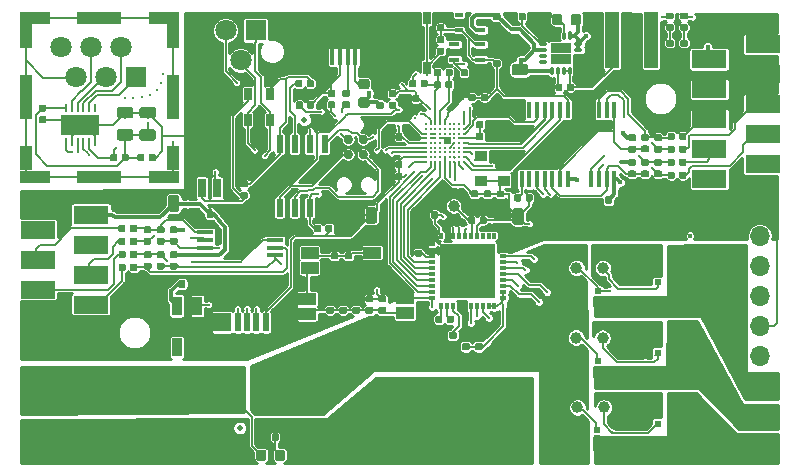
<source format=gbr>
G04 #@! TF.GenerationSoftware,KiCad,Pcbnew,5.0.2-bee76a0~70~ubuntu18.04.1*
G04 #@! TF.CreationDate,2020-05-08T14:17:04+02:00*
G04 #@! TF.ProjectId,board,626f6172-642e-46b6-9963-61645f706362,rev?*
G04 #@! TF.SameCoordinates,Original*
G04 #@! TF.FileFunction,Copper,L1,Top*
G04 #@! TF.FilePolarity,Positive*
%FSLAX46Y46*%
G04 Gerber Fmt 4.6, Leading zero omitted, Abs format (unit mm)*
G04 Created by KiCad (PCBNEW 5.0.2-bee76a0~70~ubuntu18.04.1) date Fr 08 Mai 2020 14:17:04 CEST*
%MOMM*%
%LPD*%
G01*
G04 APERTURE LIST*
G04 #@! TA.AperFunction,SMDPad,CuDef*
%ADD10R,3.300000X1.700000*%
G04 #@! TD*
G04 #@! TA.AperFunction,SMDPad,CuDef*
%ADD11R,0.250000X0.700000*%
G04 #@! TD*
G04 #@! TA.AperFunction,SMDPad,CuDef*
%ADD12R,0.700000X0.400000*%
G04 #@! TD*
G04 #@! TA.AperFunction,Conductor*
%ADD13C,0.100000*%
G04 #@! TD*
G04 #@! TA.AperFunction,SMDPad,CuDef*
%ADD14C,0.787400*%
G04 #@! TD*
G04 #@! TA.AperFunction,SMDPad,CuDef*
%ADD15C,0.975000*%
G04 #@! TD*
G04 #@! TA.AperFunction,SMDPad,CuDef*
%ADD16R,0.450000X1.450000*%
G04 #@! TD*
G04 #@! TA.AperFunction,SMDPad,CuDef*
%ADD17R,1.180000X4.700000*%
G04 #@! TD*
G04 #@! TA.AperFunction,SMDPad,CuDef*
%ADD18R,1.000000X1.000000*%
G04 #@! TD*
G04 #@! TA.AperFunction,SMDPad,CuDef*
%ADD19R,1.650000X1.000000*%
G04 #@! TD*
G04 #@! TA.AperFunction,SMDPad,CuDef*
%ADD20R,3.800000X1.000000*%
G04 #@! TD*
G04 #@! TA.AperFunction,SMDPad,CuDef*
%ADD21R,1.000000X2.130000*%
G04 #@! TD*
G04 #@! TA.AperFunction,SMDPad,CuDef*
%ADD22R,1.000000X3.800000*%
G04 #@! TD*
G04 #@! TA.AperFunction,SMDPad,CuDef*
%ADD23R,3.000000X1.500000*%
G04 #@! TD*
G04 #@! TA.AperFunction,SMDPad,CuDef*
%ADD24R,1.150000X1.150000*%
G04 #@! TD*
G04 #@! TA.AperFunction,SMDPad,CuDef*
%ADD25R,0.500000X0.300000*%
G04 #@! TD*
G04 #@! TA.AperFunction,SMDPad,CuDef*
%ADD26R,0.300000X0.500000*%
G04 #@! TD*
G04 #@! TA.AperFunction,SMDPad,CuDef*
%ADD27R,0.950000X1.230000*%
G04 #@! TD*
G04 #@! TA.AperFunction,SMDPad,CuDef*
%ADD28R,0.630000X0.500000*%
G04 #@! TD*
G04 #@! TA.AperFunction,SMDPad,CuDef*
%ADD29C,0.590000*%
G04 #@! TD*
G04 #@! TA.AperFunction,SMDPad,CuDef*
%ADD30O,0.300000X0.750000*%
G04 #@! TD*
G04 #@! TA.AperFunction,SMDPad,CuDef*
%ADD31O,0.750000X0.300000*%
G04 #@! TD*
G04 #@! TA.AperFunction,SMDPad,CuDef*
%ADD32R,0.900000X0.900000*%
G04 #@! TD*
G04 #@! TA.AperFunction,SMDPad,CuDef*
%ADD33C,0.875000*%
G04 #@! TD*
G04 #@! TA.AperFunction,ComponentPad*
%ADD34O,1.700000X1.700000*%
G04 #@! TD*
G04 #@! TA.AperFunction,ComponentPad*
%ADD35R,1.700000X1.700000*%
G04 #@! TD*
G04 #@! TA.AperFunction,SMDPad,CuDef*
%ADD36R,3.500000X2.000000*%
G04 #@! TD*
G04 #@! TA.AperFunction,SMDPad,CuDef*
%ADD37R,6.000000X2.000000*%
G04 #@! TD*
G04 #@! TA.AperFunction,SMDPad,CuDef*
%ADD38R,0.850000X1.600000*%
G04 #@! TD*
G04 #@! TA.AperFunction,BGAPad,CuDef*
%ADD39C,1.000000*%
G04 #@! TD*
G04 #@! TA.AperFunction,SMDPad,CuDef*
%ADD40R,1.500000X1.600000*%
G04 #@! TD*
G04 #@! TA.AperFunction,SMDPad,CuDef*
%ADD41R,0.500000X1.600000*%
G04 #@! TD*
G04 #@! TA.AperFunction,SMDPad,CuDef*
%ADD42R,2.400000X3.480000*%
G04 #@! TD*
G04 #@! TA.AperFunction,ComponentPad*
%ADD43R,1.800000X1.800000*%
G04 #@! TD*
G04 #@! TA.AperFunction,ComponentPad*
%ADD44C,1.800000*%
G04 #@! TD*
G04 #@! TA.AperFunction,SMDPad,CuDef*
%ADD45R,0.650000X1.060000*%
G04 #@! TD*
G04 #@! TA.AperFunction,SMDPad,CuDef*
%ADD46R,1.450000X0.450000*%
G04 #@! TD*
G04 #@! TA.AperFunction,BGAPad,CuDef*
%ADD47C,0.500000*%
G04 #@! TD*
G04 #@! TA.AperFunction,SMDPad,CuDef*
%ADD48R,0.450000X1.380000*%
G04 #@! TD*
G04 #@! TA.AperFunction,SMDPad,CuDef*
%ADD49R,1.475000X2.100000*%
G04 #@! TD*
G04 #@! TA.AperFunction,SMDPad,CuDef*
%ADD50R,2.375000X1.900000*%
G04 #@! TD*
G04 #@! TA.AperFunction,SMDPad,CuDef*
%ADD51R,1.175000X1.900000*%
G04 #@! TD*
G04 #@! TA.AperFunction,SMDPad,CuDef*
%ADD52R,0.600000X1.550000*%
G04 #@! TD*
G04 #@! TA.AperFunction,SMDPad,CuDef*
%ADD53R,0.650000X1.050000*%
G04 #@! TD*
G04 #@! TA.AperFunction,SMDPad,CuDef*
%ADD54R,0.950000X0.450000*%
G04 #@! TD*
G04 #@! TA.AperFunction,SMDPad,CuDef*
%ADD55R,1.000000X0.900000*%
G04 #@! TD*
G04 #@! TA.AperFunction,SMDPad,CuDef*
%ADD56R,1.500000X1.000000*%
G04 #@! TD*
G04 #@! TA.AperFunction,SMDPad,CuDef*
%ADD57C,2.500000*%
G04 #@! TD*
G04 #@! TA.AperFunction,SMDPad,CuDef*
%ADD58R,0.760000X1.600000*%
G04 #@! TD*
G04 #@! TA.AperFunction,BGAPad,CuDef*
%ADD59C,0.200000*%
G04 #@! TD*
G04 #@! TA.AperFunction,ViaPad*
%ADD60C,0.400000*%
G04 #@! TD*
G04 #@! TA.AperFunction,ViaPad*
%ADD61C,0.310000*%
G04 #@! TD*
G04 #@! TA.AperFunction,ViaPad*
%ADD62C,0.800000*%
G04 #@! TD*
G04 #@! TA.AperFunction,Conductor*
%ADD63C,0.300000*%
G04 #@! TD*
G04 #@! TA.AperFunction,Conductor*
%ADD64C,0.152400*%
G04 #@! TD*
G04 #@! TA.AperFunction,Conductor*
%ADD65C,0.177800*%
G04 #@! TD*
G04 #@! TA.AperFunction,Conductor*
%ADD66C,0.254000*%
G04 #@! TD*
G04 APERTURE END LIST*
D10*
G04 #@! TO.P,U1,13*
G04 #@! TO.N,GND*
X98500000Y-109970000D03*
D11*
G04 #@! TO.P,U1,12*
G04 #@! TO.N,+3V3*
X97250000Y-108522200D03*
G04 #@! TO.P,U1,11*
G04 #@! TO.N,/h_RX*
X97750000Y-108522200D03*
G04 #@! TO.P,U1,10*
G04 #@! TO.N,/l_RX*
X98250000Y-108522200D03*
G04 #@! TO.P,U1,9*
G04 #@! TO.N,/h_TX*
X98750000Y-108522200D03*
G04 #@! TO.P,U1,8*
G04 #@! TO.N,/l_TX*
X99250000Y-108522200D03*
G04 #@! TO.P,U1,7*
G04 #@! TO.N,Net-(U1-Pad7)*
X99750000Y-108522200D03*
G04 #@! TO.P,U1,6*
G04 #@! TO.N,GND*
X99750000Y-111417800D03*
G04 #@! TO.P,U1,5*
G04 #@! TO.N,/term_te*
X99250000Y-111417800D03*
G04 #@! TO.P,U1,4*
G04 #@! TO.N,/TX*
X98750000Y-111417800D03*
G04 #@! TO.P,U1,3*
G04 #@! TO.N,/DE*
X98250000Y-111417800D03*
G04 #@! TO.P,U1,2*
G04 #@! TO.N,GND*
X97750000Y-111417800D03*
G04 #@! TO.P,U1,1*
G04 #@! TO.N,/RX*
X97250000Y-111417800D03*
G04 #@! TD*
D12*
G04 #@! TO.P,U6,5*
G04 #@! TO.N,+3V3*
X130550000Y-101900000D03*
G04 #@! TO.P,U6,4*
G04 #@! TO.N,Net-(U6-Pad4)*
X130550000Y-100600000D03*
G04 #@! TO.P,U6,3*
G04 #@! TO.N,+5V*
X132450000Y-100600000D03*
G04 #@! TO.P,U6,2*
G04 #@! TO.N,GND*
X132450000Y-101250000D03*
G04 #@! TO.P,U6,1*
G04 #@! TO.N,+5V*
X132450000Y-101900000D03*
G04 #@! TD*
G04 #@! TO.P,U6,5*
G04 #@! TO.N,+3V3*
X130550000Y-101900000D03*
G04 #@! TO.P,U6,4*
G04 #@! TO.N,Net-(U6-Pad4)*
X130550000Y-100600000D03*
G04 #@! TO.P,U6,3*
G04 #@! TO.N,+5V*
X132450000Y-100600000D03*
G04 #@! TO.P,U6,2*
G04 #@! TO.N,GND*
X132450000Y-101250000D03*
G04 #@! TO.P,U6,1*
G04 #@! TO.N,+5V*
X132450000Y-101900000D03*
G04 #@! TD*
G04 #@! TO.P,U6,5*
G04 #@! TO.N,+3V3*
X130550000Y-101900000D03*
G04 #@! TO.P,U6,4*
G04 #@! TO.N,Net-(U6-Pad4)*
X130550000Y-100600000D03*
G04 #@! TO.P,U6,3*
G04 #@! TO.N,+5V*
X132450000Y-100600000D03*
G04 #@! TO.P,U6,2*
G04 #@! TO.N,GND*
X132450000Y-101250000D03*
G04 #@! TO.P,U6,1*
G04 #@! TO.N,+5V*
X132450000Y-101900000D03*
G04 #@! TD*
D13*
G04 #@! TO.N,/iCE40LP/SDO*
G04 #@! TO.C,J7*
G36*
X122473590Y-110778195D02*
X122511808Y-110783864D01*
X122549286Y-110793252D01*
X122585663Y-110806268D01*
X122620590Y-110822787D01*
X122653729Y-110842649D01*
X122684762Y-110865665D01*
X122713389Y-110891611D01*
X122739335Y-110920238D01*
X122762351Y-110951271D01*
X122782213Y-110984410D01*
X122798732Y-111019337D01*
X122811748Y-111055714D01*
X122821136Y-111093192D01*
X122826805Y-111131410D01*
X122828701Y-111169999D01*
X122828701Y-111170001D01*
X122826805Y-111208590D01*
X122821136Y-111246808D01*
X122811748Y-111284286D01*
X122798732Y-111320663D01*
X122782213Y-111355590D01*
X122762351Y-111388729D01*
X122739335Y-111419762D01*
X122713389Y-111448389D01*
X122684762Y-111474335D01*
X122653729Y-111497351D01*
X122620590Y-111517213D01*
X122585663Y-111533732D01*
X122549286Y-111546748D01*
X122511808Y-111556136D01*
X122473590Y-111561805D01*
X122435001Y-111563701D01*
X122434999Y-111563701D01*
X122396410Y-111561805D01*
X122358192Y-111556136D01*
X122320714Y-111546748D01*
X122284337Y-111533732D01*
X122249410Y-111517213D01*
X122216271Y-111497351D01*
X122185238Y-111474335D01*
X122156611Y-111448389D01*
X122130665Y-111419762D01*
X122107649Y-111388729D01*
X122087787Y-111355590D01*
X122071268Y-111320663D01*
X122058252Y-111284286D01*
X122048864Y-111246808D01*
X122043195Y-111208590D01*
X122041299Y-111170001D01*
X122041299Y-111169999D01*
X122043195Y-111131410D01*
X122048864Y-111093192D01*
X122058252Y-111055714D01*
X122071268Y-111019337D01*
X122087787Y-110984410D01*
X122107649Y-110951271D01*
X122130665Y-110920238D01*
X122156611Y-110891611D01*
X122185238Y-110865665D01*
X122216271Y-110842649D01*
X122249410Y-110822787D01*
X122284337Y-110806268D01*
X122320714Y-110793252D01*
X122358192Y-110783864D01*
X122396410Y-110778195D01*
X122434999Y-110776299D01*
X122435001Y-110776299D01*
X122473590Y-110778195D01*
X122473590Y-110778195D01*
G37*
D14*
G04 #@! TD*
G04 #@! TO.P,J7,2*
G04 #@! TO.N,/iCE40LP/SDO*
X122435000Y-111170000D03*
D13*
G04 #@! TO.N,/iCE40LP/SDI*
G04 #@! TO.C,J7*
G36*
X122473590Y-112048195D02*
X122511808Y-112053864D01*
X122549286Y-112063252D01*
X122585663Y-112076268D01*
X122620590Y-112092787D01*
X122653729Y-112112649D01*
X122684762Y-112135665D01*
X122713389Y-112161611D01*
X122739335Y-112190238D01*
X122762351Y-112221271D01*
X122782213Y-112254410D01*
X122798732Y-112289337D01*
X122811748Y-112325714D01*
X122821136Y-112363192D01*
X122826805Y-112401410D01*
X122828701Y-112439999D01*
X122828701Y-112440001D01*
X122826805Y-112478590D01*
X122821136Y-112516808D01*
X122811748Y-112554286D01*
X122798732Y-112590663D01*
X122782213Y-112625590D01*
X122762351Y-112658729D01*
X122739335Y-112689762D01*
X122713389Y-112718389D01*
X122684762Y-112744335D01*
X122653729Y-112767351D01*
X122620590Y-112787213D01*
X122585663Y-112803732D01*
X122549286Y-112816748D01*
X122511808Y-112826136D01*
X122473590Y-112831805D01*
X122435001Y-112833701D01*
X122434999Y-112833701D01*
X122396410Y-112831805D01*
X122358192Y-112826136D01*
X122320714Y-112816748D01*
X122284337Y-112803732D01*
X122249410Y-112787213D01*
X122216271Y-112767351D01*
X122185238Y-112744335D01*
X122156611Y-112718389D01*
X122130665Y-112689762D01*
X122107649Y-112658729D01*
X122087787Y-112625590D01*
X122071268Y-112590663D01*
X122058252Y-112554286D01*
X122048864Y-112516808D01*
X122043195Y-112478590D01*
X122041299Y-112440001D01*
X122041299Y-112439999D01*
X122043195Y-112401410D01*
X122048864Y-112363192D01*
X122058252Y-112325714D01*
X122071268Y-112289337D01*
X122087787Y-112254410D01*
X122107649Y-112221271D01*
X122130665Y-112190238D01*
X122156611Y-112161611D01*
X122185238Y-112135665D01*
X122216271Y-112112649D01*
X122249410Y-112092787D01*
X122284337Y-112076268D01*
X122320714Y-112063252D01*
X122358192Y-112053864D01*
X122396410Y-112048195D01*
X122434999Y-112046299D01*
X122435001Y-112046299D01*
X122473590Y-112048195D01*
X122473590Y-112048195D01*
G37*
D14*
G04 #@! TD*
G04 #@! TO.P,J7,4*
G04 #@! TO.N,/iCE40LP/SDI*
X122435000Y-112440000D03*
D13*
G04 #@! TO.N,GND*
G04 #@! TO.C,J7*
G36*
X122473590Y-113318195D02*
X122511808Y-113323864D01*
X122549286Y-113333252D01*
X122585663Y-113346268D01*
X122620590Y-113362787D01*
X122653729Y-113382649D01*
X122684762Y-113405665D01*
X122713389Y-113431611D01*
X122739335Y-113460238D01*
X122762351Y-113491271D01*
X122782213Y-113524410D01*
X122798732Y-113559337D01*
X122811748Y-113595714D01*
X122821136Y-113633192D01*
X122826805Y-113671410D01*
X122828701Y-113709999D01*
X122828701Y-113710001D01*
X122826805Y-113748590D01*
X122821136Y-113786808D01*
X122811748Y-113824286D01*
X122798732Y-113860663D01*
X122782213Y-113895590D01*
X122762351Y-113928729D01*
X122739335Y-113959762D01*
X122713389Y-113988389D01*
X122684762Y-114014335D01*
X122653729Y-114037351D01*
X122620590Y-114057213D01*
X122585663Y-114073732D01*
X122549286Y-114086748D01*
X122511808Y-114096136D01*
X122473590Y-114101805D01*
X122435001Y-114103701D01*
X122434999Y-114103701D01*
X122396410Y-114101805D01*
X122358192Y-114096136D01*
X122320714Y-114086748D01*
X122284337Y-114073732D01*
X122249410Y-114057213D01*
X122216271Y-114037351D01*
X122185238Y-114014335D01*
X122156611Y-113988389D01*
X122130665Y-113959762D01*
X122107649Y-113928729D01*
X122087787Y-113895590D01*
X122071268Y-113860663D01*
X122058252Y-113824286D01*
X122048864Y-113786808D01*
X122043195Y-113748590D01*
X122041299Y-113710001D01*
X122041299Y-113709999D01*
X122043195Y-113671410D01*
X122048864Y-113633192D01*
X122058252Y-113595714D01*
X122071268Y-113559337D01*
X122087787Y-113524410D01*
X122107649Y-113491271D01*
X122130665Y-113460238D01*
X122156611Y-113431611D01*
X122185238Y-113405665D01*
X122216271Y-113382649D01*
X122249410Y-113362787D01*
X122284337Y-113346268D01*
X122320714Y-113333252D01*
X122358192Y-113323864D01*
X122396410Y-113318195D01*
X122434999Y-113316299D01*
X122435001Y-113316299D01*
X122473590Y-113318195D01*
X122473590Y-113318195D01*
G37*
D14*
G04 #@! TD*
G04 #@! TO.P,J7,6*
G04 #@! TO.N,GND*
X122435000Y-113710000D03*
D13*
G04 #@! TO.N,GND*
G04 #@! TO.C,J7*
G36*
X121203590Y-113318195D02*
X121241808Y-113323864D01*
X121279286Y-113333252D01*
X121315663Y-113346268D01*
X121350590Y-113362787D01*
X121383729Y-113382649D01*
X121414762Y-113405665D01*
X121443389Y-113431611D01*
X121469335Y-113460238D01*
X121492351Y-113491271D01*
X121512213Y-113524410D01*
X121528732Y-113559337D01*
X121541748Y-113595714D01*
X121551136Y-113633192D01*
X121556805Y-113671410D01*
X121558701Y-113709999D01*
X121558701Y-113710001D01*
X121556805Y-113748590D01*
X121551136Y-113786808D01*
X121541748Y-113824286D01*
X121528732Y-113860663D01*
X121512213Y-113895590D01*
X121492351Y-113928729D01*
X121469335Y-113959762D01*
X121443389Y-113988389D01*
X121414762Y-114014335D01*
X121383729Y-114037351D01*
X121350590Y-114057213D01*
X121315663Y-114073732D01*
X121279286Y-114086748D01*
X121241808Y-114096136D01*
X121203590Y-114101805D01*
X121165001Y-114103701D01*
X121164999Y-114103701D01*
X121126410Y-114101805D01*
X121088192Y-114096136D01*
X121050714Y-114086748D01*
X121014337Y-114073732D01*
X120979410Y-114057213D01*
X120946271Y-114037351D01*
X120915238Y-114014335D01*
X120886611Y-113988389D01*
X120860665Y-113959762D01*
X120837649Y-113928729D01*
X120817787Y-113895590D01*
X120801268Y-113860663D01*
X120788252Y-113824286D01*
X120778864Y-113786808D01*
X120773195Y-113748590D01*
X120771299Y-113710001D01*
X120771299Y-113709999D01*
X120773195Y-113671410D01*
X120778864Y-113633192D01*
X120788252Y-113595714D01*
X120801268Y-113559337D01*
X120817787Y-113524410D01*
X120837649Y-113491271D01*
X120860665Y-113460238D01*
X120886611Y-113431611D01*
X120915238Y-113405665D01*
X120946271Y-113382649D01*
X120979410Y-113362787D01*
X121014337Y-113346268D01*
X121050714Y-113333252D01*
X121088192Y-113323864D01*
X121126410Y-113318195D01*
X121164999Y-113316299D01*
X121165001Y-113316299D01*
X121203590Y-113318195D01*
X121203590Y-113318195D01*
G37*
D14*
G04 #@! TD*
G04 #@! TO.P,J7,5*
G04 #@! TO.N,GND*
X121165000Y-113710000D03*
D13*
G04 #@! TO.N,/iCE40LP/SS*
G04 #@! TO.C,J7*
G36*
X121203590Y-112048195D02*
X121241808Y-112053864D01*
X121279286Y-112063252D01*
X121315663Y-112076268D01*
X121350590Y-112092787D01*
X121383729Y-112112649D01*
X121414762Y-112135665D01*
X121443389Y-112161611D01*
X121469335Y-112190238D01*
X121492351Y-112221271D01*
X121512213Y-112254410D01*
X121528732Y-112289337D01*
X121541748Y-112325714D01*
X121551136Y-112363192D01*
X121556805Y-112401410D01*
X121558701Y-112439999D01*
X121558701Y-112440001D01*
X121556805Y-112478590D01*
X121551136Y-112516808D01*
X121541748Y-112554286D01*
X121528732Y-112590663D01*
X121512213Y-112625590D01*
X121492351Y-112658729D01*
X121469335Y-112689762D01*
X121443389Y-112718389D01*
X121414762Y-112744335D01*
X121383729Y-112767351D01*
X121350590Y-112787213D01*
X121315663Y-112803732D01*
X121279286Y-112816748D01*
X121241808Y-112826136D01*
X121203590Y-112831805D01*
X121165001Y-112833701D01*
X121164999Y-112833701D01*
X121126410Y-112831805D01*
X121088192Y-112826136D01*
X121050714Y-112816748D01*
X121014337Y-112803732D01*
X120979410Y-112787213D01*
X120946271Y-112767351D01*
X120915238Y-112744335D01*
X120886611Y-112718389D01*
X120860665Y-112689762D01*
X120837649Y-112658729D01*
X120817787Y-112625590D01*
X120801268Y-112590663D01*
X120788252Y-112554286D01*
X120778864Y-112516808D01*
X120773195Y-112478590D01*
X120771299Y-112440001D01*
X120771299Y-112439999D01*
X120773195Y-112401410D01*
X120778864Y-112363192D01*
X120788252Y-112325714D01*
X120801268Y-112289337D01*
X120817787Y-112254410D01*
X120837649Y-112221271D01*
X120860665Y-112190238D01*
X120886611Y-112161611D01*
X120915238Y-112135665D01*
X120946271Y-112112649D01*
X120979410Y-112092787D01*
X121014337Y-112076268D01*
X121050714Y-112063252D01*
X121088192Y-112053864D01*
X121126410Y-112048195D01*
X121164999Y-112046299D01*
X121165001Y-112046299D01*
X121203590Y-112048195D01*
X121203590Y-112048195D01*
G37*
D14*
G04 #@! TD*
G04 #@! TO.P,J7,3*
G04 #@! TO.N,/iCE40LP/SS*
X121165000Y-112440000D03*
D13*
G04 #@! TO.N,/iCE40LP/SCK*
G04 #@! TO.C,J7*
G36*
X121203590Y-110778195D02*
X121241808Y-110783864D01*
X121279286Y-110793252D01*
X121315663Y-110806268D01*
X121350590Y-110822787D01*
X121383729Y-110842649D01*
X121414762Y-110865665D01*
X121443389Y-110891611D01*
X121469335Y-110920238D01*
X121492351Y-110951271D01*
X121512213Y-110984410D01*
X121528732Y-111019337D01*
X121541748Y-111055714D01*
X121551136Y-111093192D01*
X121556805Y-111131410D01*
X121558701Y-111169999D01*
X121558701Y-111170001D01*
X121556805Y-111208590D01*
X121551136Y-111246808D01*
X121541748Y-111284286D01*
X121528732Y-111320663D01*
X121512213Y-111355590D01*
X121492351Y-111388729D01*
X121469335Y-111419762D01*
X121443389Y-111448389D01*
X121414762Y-111474335D01*
X121383729Y-111497351D01*
X121350590Y-111517213D01*
X121315663Y-111533732D01*
X121279286Y-111546748D01*
X121241808Y-111556136D01*
X121203590Y-111561805D01*
X121165001Y-111563701D01*
X121164999Y-111563701D01*
X121126410Y-111561805D01*
X121088192Y-111556136D01*
X121050714Y-111546748D01*
X121014337Y-111533732D01*
X120979410Y-111517213D01*
X120946271Y-111497351D01*
X120915238Y-111474335D01*
X120886611Y-111448389D01*
X120860665Y-111419762D01*
X120837649Y-111388729D01*
X120817787Y-111355590D01*
X120801268Y-111320663D01*
X120788252Y-111284286D01*
X120778864Y-111246808D01*
X120773195Y-111208590D01*
X120771299Y-111170001D01*
X120771299Y-111169999D01*
X120773195Y-111131410D01*
X120778864Y-111093192D01*
X120788252Y-111055714D01*
X120801268Y-111019337D01*
X120817787Y-110984410D01*
X120837649Y-110951271D01*
X120860665Y-110920238D01*
X120886611Y-110891611D01*
X120915238Y-110865665D01*
X120946271Y-110842649D01*
X120979410Y-110822787D01*
X121014337Y-110806268D01*
X121050714Y-110793252D01*
X121088192Y-110783864D01*
X121126410Y-110778195D01*
X121164999Y-110776299D01*
X121165001Y-110776299D01*
X121203590Y-110778195D01*
X121203590Y-110778195D01*
G37*
D14*
G04 #@! TD*
G04 #@! TO.P,J7,1*
G04 #@! TO.N,/iCE40LP/SCK*
X121165000Y-111170000D03*
D13*
G04 #@! TO.N,GND*
G04 #@! TO.C,C35*
G36*
X102767142Y-108416174D02*
X102790803Y-108419684D01*
X102814007Y-108425496D01*
X102836529Y-108433554D01*
X102858153Y-108443782D01*
X102878670Y-108456079D01*
X102897883Y-108470329D01*
X102915607Y-108486393D01*
X102931671Y-108504117D01*
X102945921Y-108523330D01*
X102958218Y-108543847D01*
X102968446Y-108565471D01*
X102976504Y-108587993D01*
X102982316Y-108611197D01*
X102985826Y-108634858D01*
X102987000Y-108658750D01*
X102987000Y-109146250D01*
X102985826Y-109170142D01*
X102982316Y-109193803D01*
X102976504Y-109217007D01*
X102968446Y-109239529D01*
X102958218Y-109261153D01*
X102945921Y-109281670D01*
X102931671Y-109300883D01*
X102915607Y-109318607D01*
X102897883Y-109334671D01*
X102878670Y-109348921D01*
X102858153Y-109361218D01*
X102836529Y-109371446D01*
X102814007Y-109379504D01*
X102790803Y-109385316D01*
X102767142Y-109388826D01*
X102743250Y-109390000D01*
X101830750Y-109390000D01*
X101806858Y-109388826D01*
X101783197Y-109385316D01*
X101759993Y-109379504D01*
X101737471Y-109371446D01*
X101715847Y-109361218D01*
X101695330Y-109348921D01*
X101676117Y-109334671D01*
X101658393Y-109318607D01*
X101642329Y-109300883D01*
X101628079Y-109281670D01*
X101615782Y-109261153D01*
X101605554Y-109239529D01*
X101597496Y-109217007D01*
X101591684Y-109193803D01*
X101588174Y-109170142D01*
X101587000Y-109146250D01*
X101587000Y-108658750D01*
X101588174Y-108634858D01*
X101591684Y-108611197D01*
X101597496Y-108587993D01*
X101605554Y-108565471D01*
X101615782Y-108543847D01*
X101628079Y-108523330D01*
X101642329Y-108504117D01*
X101658393Y-108486393D01*
X101676117Y-108470329D01*
X101695330Y-108456079D01*
X101715847Y-108443782D01*
X101737471Y-108433554D01*
X101759993Y-108425496D01*
X101783197Y-108419684D01*
X101806858Y-108416174D01*
X101830750Y-108415000D01*
X102743250Y-108415000D01*
X102767142Y-108416174D01*
X102767142Y-108416174D01*
G37*
D15*
G04 #@! TD*
G04 #@! TO.P,C35,2*
G04 #@! TO.N,GND*
X102287000Y-108902500D03*
D13*
G04 #@! TO.N,+3V3*
G04 #@! TO.C,C35*
G36*
X102767142Y-110291174D02*
X102790803Y-110294684D01*
X102814007Y-110300496D01*
X102836529Y-110308554D01*
X102858153Y-110318782D01*
X102878670Y-110331079D01*
X102897883Y-110345329D01*
X102915607Y-110361393D01*
X102931671Y-110379117D01*
X102945921Y-110398330D01*
X102958218Y-110418847D01*
X102968446Y-110440471D01*
X102976504Y-110462993D01*
X102982316Y-110486197D01*
X102985826Y-110509858D01*
X102987000Y-110533750D01*
X102987000Y-111021250D01*
X102985826Y-111045142D01*
X102982316Y-111068803D01*
X102976504Y-111092007D01*
X102968446Y-111114529D01*
X102958218Y-111136153D01*
X102945921Y-111156670D01*
X102931671Y-111175883D01*
X102915607Y-111193607D01*
X102897883Y-111209671D01*
X102878670Y-111223921D01*
X102858153Y-111236218D01*
X102836529Y-111246446D01*
X102814007Y-111254504D01*
X102790803Y-111260316D01*
X102767142Y-111263826D01*
X102743250Y-111265000D01*
X101830750Y-111265000D01*
X101806858Y-111263826D01*
X101783197Y-111260316D01*
X101759993Y-111254504D01*
X101737471Y-111246446D01*
X101715847Y-111236218D01*
X101695330Y-111223921D01*
X101676117Y-111209671D01*
X101658393Y-111193607D01*
X101642329Y-111175883D01*
X101628079Y-111156670D01*
X101615782Y-111136153D01*
X101605554Y-111114529D01*
X101597496Y-111092007D01*
X101591684Y-111068803D01*
X101588174Y-111045142D01*
X101587000Y-111021250D01*
X101587000Y-110533750D01*
X101588174Y-110509858D01*
X101591684Y-110486197D01*
X101597496Y-110462993D01*
X101605554Y-110440471D01*
X101615782Y-110418847D01*
X101628079Y-110398330D01*
X101642329Y-110379117D01*
X101658393Y-110361393D01*
X101676117Y-110345329D01*
X101695330Y-110331079D01*
X101715847Y-110318782D01*
X101737471Y-110308554D01*
X101759993Y-110300496D01*
X101783197Y-110294684D01*
X101806858Y-110291174D01*
X101830750Y-110290000D01*
X102743250Y-110290000D01*
X102767142Y-110291174D01*
X102767142Y-110291174D01*
G37*
D15*
G04 #@! TD*
G04 #@! TO.P,C35,1*
G04 #@! TO.N,+3V3*
X102287000Y-110777500D03*
D16*
G04 #@! TO.P,U11,1*
G04 #@! TO.N,+3V3*
X139750000Y-108650000D03*
G04 #@! TO.P,U11,2*
G04 #@! TO.N,/Encoder0_A_3.3V*
X139100000Y-108650000D03*
G04 #@! TO.P,U11,3*
G04 #@! TO.N,/Encoder0_B_3.3V*
X138450000Y-108650000D03*
G04 #@! TO.P,U11,4*
G04 #@! TO.N,/Encoder1_A_3.3V*
X137800000Y-108650000D03*
G04 #@! TO.P,U11,5*
G04 #@! TO.N,/Encoder1_B_3.3V*
X137150000Y-108650000D03*
G04 #@! TO.P,U11,6*
G04 #@! TO.N,Net-(U11-Pad6)*
X136500000Y-108650000D03*
G04 #@! TO.P,U11,7*
G04 #@! TO.N,GND*
X135850000Y-108650000D03*
G04 #@! TO.P,U11,8*
G04 #@! TO.N,Net-(R49-Pad1)*
X135850000Y-114550000D03*
G04 #@! TO.P,U11,9*
G04 #@! TO.N,Net-(U11-Pad9)*
X136500000Y-114550000D03*
G04 #@! TO.P,U11,10*
G04 #@! TO.N,/Encoder1_B*
X137150000Y-114550000D03*
G04 #@! TO.P,U11,11*
G04 #@! TO.N,/Encoder1_A*
X137800000Y-114550000D03*
G04 #@! TO.P,U11,12*
G04 #@! TO.N,/Encoder0_B*
X138450000Y-114550000D03*
G04 #@! TO.P,U11,13*
G04 #@! TO.N,/Encoder0_A*
X139100000Y-114550000D03*
G04 #@! TO.P,U11,14*
G04 #@! TO.N,+5V*
X139750000Y-114550000D03*
G04 #@! TD*
D17*
G04 #@! TO.P,L1,1*
G04 #@! TO.N,+5V*
X146805000Y-102770000D03*
G04 #@! TO.P,L1,2*
G04 #@! TO.N,Net-(C11-Pad1)*
X143495000Y-102770000D03*
G04 #@! TD*
D18*
G04 #@! TO.P,J10,1*
G04 #@! TO.N,SHIELD*
X93850000Y-100870000D03*
X106350000Y-100870000D03*
X106350000Y-114330000D03*
X93850000Y-114330000D03*
D19*
X95175000Y-100870000D03*
X95175000Y-114330000D03*
D20*
X100100000Y-100870000D03*
X100100000Y-114330000D03*
D19*
X105025000Y-100870000D03*
X105025000Y-114330000D03*
D21*
X93850000Y-102435000D03*
X106350000Y-102435000D03*
D22*
X93850000Y-107600000D03*
X106350000Y-107600000D03*
D21*
X93850000Y-112765000D03*
X106350000Y-112765000D03*
G04 #@! TD*
D23*
G04 #@! TO.P,J4,8*
G04 #@! TO.N,+5V*
X99380000Y-117525000D03*
G04 #@! TO.P,J4,6*
G04 #@! TO.N,Net-(J4-Pad6)*
X99380000Y-120065000D03*
G04 #@! TO.P,J4,4*
G04 #@! TO.N,/-ENCODER1_B*
X99380000Y-122605000D03*
G04 #@! TO.P,J4,2*
G04 #@! TO.N,/-ENCODER1_A*
X99380000Y-125145000D03*
G04 #@! TO.P,J4,7*
G04 #@! TO.N,Net-(J4-Pad7)*
X94880000Y-118795000D03*
G04 #@! TO.P,J4,5*
G04 #@! TO.N,/+ENCODER1_B*
X94880000Y-121335000D03*
G04 #@! TO.P,J4,3*
G04 #@! TO.N,/+ENCODER1_A*
X94880000Y-123875000D03*
G04 #@! TO.P,J4,1*
G04 #@! TO.N,GND*
X94880000Y-126415000D03*
G04 #@! TD*
D13*
G04 #@! TO.N,GND*
G04 #@! TO.C,C34*
G36*
X104672142Y-108416174D02*
X104695803Y-108419684D01*
X104719007Y-108425496D01*
X104741529Y-108433554D01*
X104763153Y-108443782D01*
X104783670Y-108456079D01*
X104802883Y-108470329D01*
X104820607Y-108486393D01*
X104836671Y-108504117D01*
X104850921Y-108523330D01*
X104863218Y-108543847D01*
X104873446Y-108565471D01*
X104881504Y-108587993D01*
X104887316Y-108611197D01*
X104890826Y-108634858D01*
X104892000Y-108658750D01*
X104892000Y-109146250D01*
X104890826Y-109170142D01*
X104887316Y-109193803D01*
X104881504Y-109217007D01*
X104873446Y-109239529D01*
X104863218Y-109261153D01*
X104850921Y-109281670D01*
X104836671Y-109300883D01*
X104820607Y-109318607D01*
X104802883Y-109334671D01*
X104783670Y-109348921D01*
X104763153Y-109361218D01*
X104741529Y-109371446D01*
X104719007Y-109379504D01*
X104695803Y-109385316D01*
X104672142Y-109388826D01*
X104648250Y-109390000D01*
X103735750Y-109390000D01*
X103711858Y-109388826D01*
X103688197Y-109385316D01*
X103664993Y-109379504D01*
X103642471Y-109371446D01*
X103620847Y-109361218D01*
X103600330Y-109348921D01*
X103581117Y-109334671D01*
X103563393Y-109318607D01*
X103547329Y-109300883D01*
X103533079Y-109281670D01*
X103520782Y-109261153D01*
X103510554Y-109239529D01*
X103502496Y-109217007D01*
X103496684Y-109193803D01*
X103493174Y-109170142D01*
X103492000Y-109146250D01*
X103492000Y-108658750D01*
X103493174Y-108634858D01*
X103496684Y-108611197D01*
X103502496Y-108587993D01*
X103510554Y-108565471D01*
X103520782Y-108543847D01*
X103533079Y-108523330D01*
X103547329Y-108504117D01*
X103563393Y-108486393D01*
X103581117Y-108470329D01*
X103600330Y-108456079D01*
X103620847Y-108443782D01*
X103642471Y-108433554D01*
X103664993Y-108425496D01*
X103688197Y-108419684D01*
X103711858Y-108416174D01*
X103735750Y-108415000D01*
X104648250Y-108415000D01*
X104672142Y-108416174D01*
X104672142Y-108416174D01*
G37*
D15*
G04 #@! TD*
G04 #@! TO.P,C34,2*
G04 #@! TO.N,GND*
X104192000Y-108902500D03*
D13*
G04 #@! TO.N,+3V3*
G04 #@! TO.C,C34*
G36*
X104672142Y-110291174D02*
X104695803Y-110294684D01*
X104719007Y-110300496D01*
X104741529Y-110308554D01*
X104763153Y-110318782D01*
X104783670Y-110331079D01*
X104802883Y-110345329D01*
X104820607Y-110361393D01*
X104836671Y-110379117D01*
X104850921Y-110398330D01*
X104863218Y-110418847D01*
X104873446Y-110440471D01*
X104881504Y-110462993D01*
X104887316Y-110486197D01*
X104890826Y-110509858D01*
X104892000Y-110533750D01*
X104892000Y-111021250D01*
X104890826Y-111045142D01*
X104887316Y-111068803D01*
X104881504Y-111092007D01*
X104873446Y-111114529D01*
X104863218Y-111136153D01*
X104850921Y-111156670D01*
X104836671Y-111175883D01*
X104820607Y-111193607D01*
X104802883Y-111209671D01*
X104783670Y-111223921D01*
X104763153Y-111236218D01*
X104741529Y-111246446D01*
X104719007Y-111254504D01*
X104695803Y-111260316D01*
X104672142Y-111263826D01*
X104648250Y-111265000D01*
X103735750Y-111265000D01*
X103711858Y-111263826D01*
X103688197Y-111260316D01*
X103664993Y-111254504D01*
X103642471Y-111246446D01*
X103620847Y-111236218D01*
X103600330Y-111223921D01*
X103581117Y-111209671D01*
X103563393Y-111193607D01*
X103547329Y-111175883D01*
X103533079Y-111156670D01*
X103520782Y-111136153D01*
X103510554Y-111114529D01*
X103502496Y-111092007D01*
X103496684Y-111068803D01*
X103493174Y-111045142D01*
X103492000Y-111021250D01*
X103492000Y-110533750D01*
X103493174Y-110509858D01*
X103496684Y-110486197D01*
X103502496Y-110462993D01*
X103510554Y-110440471D01*
X103520782Y-110418847D01*
X103533079Y-110398330D01*
X103547329Y-110379117D01*
X103563393Y-110361393D01*
X103581117Y-110345329D01*
X103600330Y-110331079D01*
X103620847Y-110318782D01*
X103642471Y-110308554D01*
X103664993Y-110300496D01*
X103688197Y-110294684D01*
X103711858Y-110291174D01*
X103735750Y-110290000D01*
X104648250Y-110290000D01*
X104672142Y-110291174D01*
X104672142Y-110291174D01*
G37*
D15*
G04 #@! TD*
G04 #@! TO.P,C34,1*
G04 #@! TO.N,+3V3*
X104192000Y-110777500D03*
D13*
G04 #@! TO.N,GND*
G04 #@! TO.C,C32*
G36*
X137705142Y-117001174D02*
X137728803Y-117004684D01*
X137752007Y-117010496D01*
X137774529Y-117018554D01*
X137796153Y-117028782D01*
X137816670Y-117041079D01*
X137835883Y-117055329D01*
X137853607Y-117071393D01*
X137869671Y-117089117D01*
X137883921Y-117108330D01*
X137896218Y-117128847D01*
X137906446Y-117150471D01*
X137914504Y-117172993D01*
X137920316Y-117196197D01*
X137923826Y-117219858D01*
X137925000Y-117243750D01*
X137925000Y-118156250D01*
X137923826Y-118180142D01*
X137920316Y-118203803D01*
X137914504Y-118227007D01*
X137906446Y-118249529D01*
X137896218Y-118271153D01*
X137883921Y-118291670D01*
X137869671Y-118310883D01*
X137853607Y-118328607D01*
X137835883Y-118344671D01*
X137816670Y-118358921D01*
X137796153Y-118371218D01*
X137774529Y-118381446D01*
X137752007Y-118389504D01*
X137728803Y-118395316D01*
X137705142Y-118398826D01*
X137681250Y-118400000D01*
X137193750Y-118400000D01*
X137169858Y-118398826D01*
X137146197Y-118395316D01*
X137122993Y-118389504D01*
X137100471Y-118381446D01*
X137078847Y-118371218D01*
X137058330Y-118358921D01*
X137039117Y-118344671D01*
X137021393Y-118328607D01*
X137005329Y-118310883D01*
X136991079Y-118291670D01*
X136978782Y-118271153D01*
X136968554Y-118249529D01*
X136960496Y-118227007D01*
X136954684Y-118203803D01*
X136951174Y-118180142D01*
X136950000Y-118156250D01*
X136950000Y-117243750D01*
X136951174Y-117219858D01*
X136954684Y-117196197D01*
X136960496Y-117172993D01*
X136968554Y-117150471D01*
X136978782Y-117128847D01*
X136991079Y-117108330D01*
X137005329Y-117089117D01*
X137021393Y-117071393D01*
X137039117Y-117055329D01*
X137058330Y-117041079D01*
X137078847Y-117028782D01*
X137100471Y-117018554D01*
X137122993Y-117010496D01*
X137146197Y-117004684D01*
X137169858Y-117001174D01*
X137193750Y-117000000D01*
X137681250Y-117000000D01*
X137705142Y-117001174D01*
X137705142Y-117001174D01*
G37*
D15*
G04 #@! TD*
G04 #@! TO.P,C32,2*
G04 #@! TO.N,GND*
X137437500Y-117700000D03*
D13*
G04 #@! TO.N,+3V3*
G04 #@! TO.C,C32*
G36*
X135830142Y-117001174D02*
X135853803Y-117004684D01*
X135877007Y-117010496D01*
X135899529Y-117018554D01*
X135921153Y-117028782D01*
X135941670Y-117041079D01*
X135960883Y-117055329D01*
X135978607Y-117071393D01*
X135994671Y-117089117D01*
X136008921Y-117108330D01*
X136021218Y-117128847D01*
X136031446Y-117150471D01*
X136039504Y-117172993D01*
X136045316Y-117196197D01*
X136048826Y-117219858D01*
X136050000Y-117243750D01*
X136050000Y-118156250D01*
X136048826Y-118180142D01*
X136045316Y-118203803D01*
X136039504Y-118227007D01*
X136031446Y-118249529D01*
X136021218Y-118271153D01*
X136008921Y-118291670D01*
X135994671Y-118310883D01*
X135978607Y-118328607D01*
X135960883Y-118344671D01*
X135941670Y-118358921D01*
X135921153Y-118371218D01*
X135899529Y-118381446D01*
X135877007Y-118389504D01*
X135853803Y-118395316D01*
X135830142Y-118398826D01*
X135806250Y-118400000D01*
X135318750Y-118400000D01*
X135294858Y-118398826D01*
X135271197Y-118395316D01*
X135247993Y-118389504D01*
X135225471Y-118381446D01*
X135203847Y-118371218D01*
X135183330Y-118358921D01*
X135164117Y-118344671D01*
X135146393Y-118328607D01*
X135130329Y-118310883D01*
X135116079Y-118291670D01*
X135103782Y-118271153D01*
X135093554Y-118249529D01*
X135085496Y-118227007D01*
X135079684Y-118203803D01*
X135076174Y-118180142D01*
X135075000Y-118156250D01*
X135075000Y-117243750D01*
X135076174Y-117219858D01*
X135079684Y-117196197D01*
X135085496Y-117172993D01*
X135093554Y-117150471D01*
X135103782Y-117128847D01*
X135116079Y-117108330D01*
X135130329Y-117089117D01*
X135146393Y-117071393D01*
X135164117Y-117055329D01*
X135183330Y-117041079D01*
X135203847Y-117028782D01*
X135225471Y-117018554D01*
X135247993Y-117010496D01*
X135271197Y-117004684D01*
X135294858Y-117001174D01*
X135318750Y-117000000D01*
X135806250Y-117000000D01*
X135830142Y-117001174D01*
X135830142Y-117001174D01*
G37*
D15*
G04 #@! TD*
G04 #@! TO.P,C32,1*
G04 #@! TO.N,+3V3*
X135562500Y-117700000D03*
D24*
G04 #@! TO.P,DRV8323H1,41*
G04 #@! TO.N,N/C*
X129575000Y-124025000D03*
X130725000Y-124025000D03*
X131875000Y-124025000D03*
X133025000Y-124025000D03*
X129575000Y-122875000D03*
X130725000Y-122875000D03*
X131875000Y-122875000D03*
X133025000Y-122875000D03*
X129575000Y-121725000D03*
X130725000Y-121725000D03*
X131875000Y-121725000D03*
X133025000Y-121725000D03*
X129575000Y-120575000D03*
X130725000Y-120575000D03*
X131875000Y-120575000D03*
X133025000Y-120575000D03*
D25*
G04 #@! TO.P,DRV8323H1,40*
G04 #@! TO.N,GND*
X128300000Y-124550000D03*
G04 #@! TO.P,DRV8323H1,39*
G04 #@! TO.N,/INLC*
X128300000Y-124050000D03*
G04 #@! TO.P,DRV8323H1,38*
G04 #@! TO.N,/INHC*
X128300000Y-123550000D03*
G04 #@! TO.P,DRV8323H1,37*
G04 #@! TO.N,/INLB*
X128300000Y-123050000D03*
G04 #@! TO.P,DRV8323H1,36*
G04 #@! TO.N,/INHB*
X128300000Y-122550000D03*
G04 #@! TO.P,DRV8323H1,35*
G04 #@! TO.N,/INLA*
X128300000Y-122050000D03*
G04 #@! TO.P,DRV8323H1,34*
G04 #@! TO.N,/INHA*
X128300000Y-121550000D03*
G04 #@! TO.P,DRV8323H1,33*
G04 #@! TO.N,Net-(C5-Pad2)*
X128300000Y-121050000D03*
G04 #@! TO.P,DRV8323H1,32*
G04 #@! TO.N,GND*
X128300000Y-120550000D03*
G04 #@! TO.P,DRV8323H1,31*
G04 #@! TO.N,Net-(DRV8323H1-Pad31)*
X128300000Y-120050000D03*
D26*
G04 #@! TO.P,DRV8323H1,30*
G04 #@! TO.N,+3V3*
X129050000Y-119300000D03*
G04 #@! TO.P,DRV8323H1,29*
G04 #@! TO.N,GND*
X129550000Y-119300000D03*
G04 #@! TO.P,DRV8323H1,28*
G04 #@! TO.N,Net-(C5-Pad2)*
X130050000Y-119300000D03*
G04 #@! TO.P,DRV8323H1,27*
G04 #@! TO.N,Net-(DRV8323H1-Pad27)*
X130550000Y-119300000D03*
G04 #@! TO.P,DRV8323H1,26*
G04 #@! TO.N,Net-(DRV8323H1-Pad26)*
X131050000Y-119300000D03*
G04 #@! TO.P,DRV8323H1,25*
G04 #@! TO.N,/nFault*
X131550000Y-119300000D03*
G04 #@! TO.P,DRV8323H1,24*
G04 #@! TO.N,+3V3*
X132050000Y-119300000D03*
G04 #@! TO.P,DRV8323H1,23*
G04 #@! TO.N,/mosfet_bridges/SOA*
X132550000Y-119300000D03*
G04 #@! TO.P,DRV8323H1,22*
G04 #@! TO.N,/mosfet_bridges/SOB*
X133050000Y-119300000D03*
G04 #@! TO.P,DRV8323H1,21*
G04 #@! TO.N,/mosfet_bridges/SOC*
X133550000Y-119300000D03*
D25*
G04 #@! TO.P,DRV8323H1,20*
G04 #@! TO.N,GND*
X134300000Y-120050000D03*
G04 #@! TO.P,DRV8323H1,19*
X134300000Y-120550000D03*
G04 #@! TO.P,DRV8323H1,18*
G04 #@! TO.N,/mosfet_bridges/GLC*
X134300000Y-121050000D03*
G04 #@! TO.P,DRV8323H1,17*
G04 #@! TO.N,/PH3*
X134300000Y-121550000D03*
G04 #@! TO.P,DRV8323H1,16*
G04 #@! TO.N,/mosfet_bridges/GHC*
X134300000Y-122050000D03*
G04 #@! TO.P,DRV8323H1,15*
G04 #@! TO.N,/mosfet_bridges/GHB*
X134300000Y-122550000D03*
G04 #@! TO.P,DRV8323H1,14*
G04 #@! TO.N,/PH2*
X134300000Y-123050000D03*
G04 #@! TO.P,DRV8323H1,13*
G04 #@! TO.N,/mosfet_bridges/GLB*
X134300000Y-123550000D03*
G04 #@! TO.P,DRV8323H1,12*
G04 #@! TO.N,GND*
X134300000Y-124050000D03*
G04 #@! TO.P,DRV8323H1,11*
X134300000Y-124550000D03*
D26*
G04 #@! TO.P,DRV8323H1,10*
X133550000Y-125300000D03*
G04 #@! TO.P,DRV8323H1,9*
X133050000Y-125300000D03*
G04 #@! TO.P,DRV8323H1,8*
G04 #@! TO.N,/mosfet_bridges/GLA*
X132550000Y-125300000D03*
G04 #@! TO.P,DRV8323H1,7*
G04 #@! TO.N,/PH1*
X132050000Y-125300000D03*
G04 #@! TO.P,DRV8323H1,6*
G04 #@! TO.N,/mosfet_bridges/GHA*
X131550000Y-125300000D03*
G04 #@! TO.P,DRV8323H1,5*
G04 #@! TO.N,+36V*
X131050000Y-125300000D03*
G04 #@! TO.P,DRV8323H1,4*
X130550000Y-125300000D03*
G04 #@! TO.P,DRV8323H1,3*
G04 #@! TO.N,Net-(C3-Pad1)*
X130050000Y-125300000D03*
G04 #@! TO.P,DRV8323H1,2*
G04 #@! TO.N,Net-(C4-Pad2)*
X129550000Y-125300000D03*
G04 #@! TO.P,DRV8323H1,1*
G04 #@! TO.N,Net-(C4-Pad1)*
X129050000Y-125300000D03*
G04 #@! TD*
D13*
G04 #@! TO.N,GND*
G04 #@! TO.C,C31*
G36*
X121530142Y-116901174D02*
X121553803Y-116904684D01*
X121577007Y-116910496D01*
X121599529Y-116918554D01*
X121621153Y-116928782D01*
X121641670Y-116941079D01*
X121660883Y-116955329D01*
X121678607Y-116971393D01*
X121694671Y-116989117D01*
X121708921Y-117008330D01*
X121721218Y-117028847D01*
X121731446Y-117050471D01*
X121739504Y-117072993D01*
X121745316Y-117096197D01*
X121748826Y-117119858D01*
X121750000Y-117143750D01*
X121750000Y-118056250D01*
X121748826Y-118080142D01*
X121745316Y-118103803D01*
X121739504Y-118127007D01*
X121731446Y-118149529D01*
X121721218Y-118171153D01*
X121708921Y-118191670D01*
X121694671Y-118210883D01*
X121678607Y-118228607D01*
X121660883Y-118244671D01*
X121641670Y-118258921D01*
X121621153Y-118271218D01*
X121599529Y-118281446D01*
X121577007Y-118289504D01*
X121553803Y-118295316D01*
X121530142Y-118298826D01*
X121506250Y-118300000D01*
X121018750Y-118300000D01*
X120994858Y-118298826D01*
X120971197Y-118295316D01*
X120947993Y-118289504D01*
X120925471Y-118281446D01*
X120903847Y-118271218D01*
X120883330Y-118258921D01*
X120864117Y-118244671D01*
X120846393Y-118228607D01*
X120830329Y-118210883D01*
X120816079Y-118191670D01*
X120803782Y-118171153D01*
X120793554Y-118149529D01*
X120785496Y-118127007D01*
X120779684Y-118103803D01*
X120776174Y-118080142D01*
X120775000Y-118056250D01*
X120775000Y-117143750D01*
X120776174Y-117119858D01*
X120779684Y-117096197D01*
X120785496Y-117072993D01*
X120793554Y-117050471D01*
X120803782Y-117028847D01*
X120816079Y-117008330D01*
X120830329Y-116989117D01*
X120846393Y-116971393D01*
X120864117Y-116955329D01*
X120883330Y-116941079D01*
X120903847Y-116928782D01*
X120925471Y-116918554D01*
X120947993Y-116910496D01*
X120971197Y-116904684D01*
X120994858Y-116901174D01*
X121018750Y-116900000D01*
X121506250Y-116900000D01*
X121530142Y-116901174D01*
X121530142Y-116901174D01*
G37*
D15*
G04 #@! TD*
G04 #@! TO.P,C31,2*
G04 #@! TO.N,GND*
X121262500Y-117600000D03*
D13*
G04 #@! TO.N,+3V3*
G04 #@! TO.C,C31*
G36*
X123405142Y-116901174D02*
X123428803Y-116904684D01*
X123452007Y-116910496D01*
X123474529Y-116918554D01*
X123496153Y-116928782D01*
X123516670Y-116941079D01*
X123535883Y-116955329D01*
X123553607Y-116971393D01*
X123569671Y-116989117D01*
X123583921Y-117008330D01*
X123596218Y-117028847D01*
X123606446Y-117050471D01*
X123614504Y-117072993D01*
X123620316Y-117096197D01*
X123623826Y-117119858D01*
X123625000Y-117143750D01*
X123625000Y-118056250D01*
X123623826Y-118080142D01*
X123620316Y-118103803D01*
X123614504Y-118127007D01*
X123606446Y-118149529D01*
X123596218Y-118171153D01*
X123583921Y-118191670D01*
X123569671Y-118210883D01*
X123553607Y-118228607D01*
X123535883Y-118244671D01*
X123516670Y-118258921D01*
X123496153Y-118271218D01*
X123474529Y-118281446D01*
X123452007Y-118289504D01*
X123428803Y-118295316D01*
X123405142Y-118298826D01*
X123381250Y-118300000D01*
X122893750Y-118300000D01*
X122869858Y-118298826D01*
X122846197Y-118295316D01*
X122822993Y-118289504D01*
X122800471Y-118281446D01*
X122778847Y-118271218D01*
X122758330Y-118258921D01*
X122739117Y-118244671D01*
X122721393Y-118228607D01*
X122705329Y-118210883D01*
X122691079Y-118191670D01*
X122678782Y-118171153D01*
X122668554Y-118149529D01*
X122660496Y-118127007D01*
X122654684Y-118103803D01*
X122651174Y-118080142D01*
X122650000Y-118056250D01*
X122650000Y-117143750D01*
X122651174Y-117119858D01*
X122654684Y-117096197D01*
X122660496Y-117072993D01*
X122668554Y-117050471D01*
X122678782Y-117028847D01*
X122691079Y-117008330D01*
X122705329Y-116989117D01*
X122721393Y-116971393D01*
X122739117Y-116955329D01*
X122758330Y-116941079D01*
X122778847Y-116928782D01*
X122800471Y-116918554D01*
X122822993Y-116910496D01*
X122846197Y-116904684D01*
X122869858Y-116901174D01*
X122893750Y-116900000D01*
X123381250Y-116900000D01*
X123405142Y-116901174D01*
X123405142Y-116901174D01*
G37*
D15*
G04 #@! TD*
G04 #@! TO.P,C31,1*
G04 #@! TO.N,+3V3*
X123137500Y-117600000D03*
D16*
G04 #@! TO.P,U2,1*
G04 #@! TO.N,/Encoder0_A*
X143695000Y-108640000D03*
G04 #@! TO.P,U2,2*
G04 #@! TO.N,Net-(R11-Pad2)*
X143045000Y-108640000D03*
G04 #@! TO.P,U2,3*
G04 #@! TO.N,Net-(R12-Pad1)*
X142395000Y-108640000D03*
G04 #@! TO.P,U2,4*
G04 #@! TO.N,GND*
X141745000Y-108640000D03*
G04 #@! TO.P,U2,5*
G04 #@! TO.N,Net-(R13-Pad1)*
X141745000Y-114540000D03*
G04 #@! TO.P,U2,6*
G04 #@! TO.N,Net-(R13-Pad2)*
X142395000Y-114540000D03*
G04 #@! TO.P,U2,7*
G04 #@! TO.N,/Encoder0_B*
X143045000Y-114540000D03*
G04 #@! TO.P,U2,8*
G04 #@! TO.N,+5V*
X143695000Y-114540000D03*
G04 #@! TD*
D27*
G04 #@! TO.P,Q2,5*
G04 #@! TO.N,+36V*
X140940000Y-131510000D03*
X140940000Y-130290000D03*
X139990000Y-131510000D03*
X139990000Y-130290000D03*
D28*
X139410000Y-131870000D03*
X139410000Y-131230000D03*
X139410000Y-130570000D03*
X139410000Y-129930000D03*
G04 #@! TO.P,Q2,4*
G04 #@! TO.N,/mosfet_bridges/GHB*
X142290000Y-129930000D03*
G04 #@! TO.P,Q2,3*
G04 #@! TO.N,/PH2*
X142290000Y-130570000D03*
G04 #@! TO.P,Q2,2*
X142290000Y-131230000D03*
G04 #@! TO.P,Q2,1*
X142290000Y-131870000D03*
G04 #@! TD*
D13*
G04 #@! TO.N,Net-(DRV8323H1-Pad26)*
G04 #@! TO.C,R25*
G36*
X120186958Y-120720710D02*
X120201276Y-120722834D01*
X120215317Y-120726351D01*
X120228946Y-120731228D01*
X120242031Y-120737417D01*
X120254447Y-120744858D01*
X120266073Y-120753481D01*
X120276798Y-120763202D01*
X120286519Y-120773927D01*
X120295142Y-120785553D01*
X120302583Y-120797969D01*
X120308772Y-120811054D01*
X120313649Y-120824683D01*
X120317166Y-120838724D01*
X120319290Y-120853042D01*
X120320000Y-120867500D01*
X120320000Y-121162500D01*
X120319290Y-121176958D01*
X120317166Y-121191276D01*
X120313649Y-121205317D01*
X120308772Y-121218946D01*
X120302583Y-121232031D01*
X120295142Y-121244447D01*
X120286519Y-121256073D01*
X120276798Y-121266798D01*
X120266073Y-121276519D01*
X120254447Y-121285142D01*
X120242031Y-121292583D01*
X120228946Y-121298772D01*
X120215317Y-121303649D01*
X120201276Y-121307166D01*
X120186958Y-121309290D01*
X120172500Y-121310000D01*
X119827500Y-121310000D01*
X119813042Y-121309290D01*
X119798724Y-121307166D01*
X119784683Y-121303649D01*
X119771054Y-121298772D01*
X119757969Y-121292583D01*
X119745553Y-121285142D01*
X119733927Y-121276519D01*
X119723202Y-121266798D01*
X119713481Y-121256073D01*
X119704858Y-121244447D01*
X119697417Y-121232031D01*
X119691228Y-121218946D01*
X119686351Y-121205317D01*
X119682834Y-121191276D01*
X119680710Y-121176958D01*
X119680000Y-121162500D01*
X119680000Y-120867500D01*
X119680710Y-120853042D01*
X119682834Y-120838724D01*
X119686351Y-120824683D01*
X119691228Y-120811054D01*
X119697417Y-120797969D01*
X119704858Y-120785553D01*
X119713481Y-120773927D01*
X119723202Y-120763202D01*
X119733927Y-120753481D01*
X119745553Y-120744858D01*
X119757969Y-120737417D01*
X119771054Y-120731228D01*
X119784683Y-120726351D01*
X119798724Y-120722834D01*
X119813042Y-120720710D01*
X119827500Y-120720000D01*
X120172500Y-120720000D01*
X120186958Y-120720710D01*
X120186958Y-120720710D01*
G37*
D29*
G04 #@! TD*
G04 #@! TO.P,R25,2*
G04 #@! TO.N,Net-(DRV8323H1-Pad26)*
X120000000Y-121015000D03*
D13*
G04 #@! TO.N,GND*
G04 #@! TO.C,R25*
G36*
X120186958Y-121690710D02*
X120201276Y-121692834D01*
X120215317Y-121696351D01*
X120228946Y-121701228D01*
X120242031Y-121707417D01*
X120254447Y-121714858D01*
X120266073Y-121723481D01*
X120276798Y-121733202D01*
X120286519Y-121743927D01*
X120295142Y-121755553D01*
X120302583Y-121767969D01*
X120308772Y-121781054D01*
X120313649Y-121794683D01*
X120317166Y-121808724D01*
X120319290Y-121823042D01*
X120320000Y-121837500D01*
X120320000Y-122132500D01*
X120319290Y-122146958D01*
X120317166Y-122161276D01*
X120313649Y-122175317D01*
X120308772Y-122188946D01*
X120302583Y-122202031D01*
X120295142Y-122214447D01*
X120286519Y-122226073D01*
X120276798Y-122236798D01*
X120266073Y-122246519D01*
X120254447Y-122255142D01*
X120242031Y-122262583D01*
X120228946Y-122268772D01*
X120215317Y-122273649D01*
X120201276Y-122277166D01*
X120186958Y-122279290D01*
X120172500Y-122280000D01*
X119827500Y-122280000D01*
X119813042Y-122279290D01*
X119798724Y-122277166D01*
X119784683Y-122273649D01*
X119771054Y-122268772D01*
X119757969Y-122262583D01*
X119745553Y-122255142D01*
X119733927Y-122246519D01*
X119723202Y-122236798D01*
X119713481Y-122226073D01*
X119704858Y-122214447D01*
X119697417Y-122202031D01*
X119691228Y-122188946D01*
X119686351Y-122175317D01*
X119682834Y-122161276D01*
X119680710Y-122146958D01*
X119680000Y-122132500D01*
X119680000Y-121837500D01*
X119680710Y-121823042D01*
X119682834Y-121808724D01*
X119686351Y-121794683D01*
X119691228Y-121781054D01*
X119697417Y-121767969D01*
X119704858Y-121755553D01*
X119713481Y-121743927D01*
X119723202Y-121733202D01*
X119733927Y-121723481D01*
X119745553Y-121714858D01*
X119757969Y-121707417D01*
X119771054Y-121701228D01*
X119784683Y-121696351D01*
X119798724Y-121692834D01*
X119813042Y-121690710D01*
X119827500Y-121690000D01*
X120172500Y-121690000D01*
X120186958Y-121690710D01*
X120186958Y-121690710D01*
G37*
D29*
G04 #@! TD*
G04 #@! TO.P,R25,1*
G04 #@! TO.N,GND*
X120000000Y-121985000D03*
D13*
G04 #@! TO.N,+3V3*
G04 #@! TO.C,R27*
G36*
X102446958Y-112380710D02*
X102461276Y-112382834D01*
X102475317Y-112386351D01*
X102488946Y-112391228D01*
X102502031Y-112397417D01*
X102514447Y-112404858D01*
X102526073Y-112413481D01*
X102536798Y-112423202D01*
X102546519Y-112433927D01*
X102555142Y-112445553D01*
X102562583Y-112457969D01*
X102568772Y-112471054D01*
X102573649Y-112484683D01*
X102577166Y-112498724D01*
X102579290Y-112513042D01*
X102580000Y-112527500D01*
X102580000Y-112872500D01*
X102579290Y-112886958D01*
X102577166Y-112901276D01*
X102573649Y-112915317D01*
X102568772Y-112928946D01*
X102562583Y-112942031D01*
X102555142Y-112954447D01*
X102546519Y-112966073D01*
X102536798Y-112976798D01*
X102526073Y-112986519D01*
X102514447Y-112995142D01*
X102502031Y-113002583D01*
X102488946Y-113008772D01*
X102475317Y-113013649D01*
X102461276Y-113017166D01*
X102446958Y-113019290D01*
X102432500Y-113020000D01*
X102137500Y-113020000D01*
X102123042Y-113019290D01*
X102108724Y-113017166D01*
X102094683Y-113013649D01*
X102081054Y-113008772D01*
X102067969Y-113002583D01*
X102055553Y-112995142D01*
X102043927Y-112986519D01*
X102033202Y-112976798D01*
X102023481Y-112966073D01*
X102014858Y-112954447D01*
X102007417Y-112942031D01*
X102001228Y-112928946D01*
X101996351Y-112915317D01*
X101992834Y-112901276D01*
X101990710Y-112886958D01*
X101990000Y-112872500D01*
X101990000Y-112527500D01*
X101990710Y-112513042D01*
X101992834Y-112498724D01*
X101996351Y-112484683D01*
X102001228Y-112471054D01*
X102007417Y-112457969D01*
X102014858Y-112445553D01*
X102023481Y-112433927D01*
X102033202Y-112423202D01*
X102043927Y-112413481D01*
X102055553Y-112404858D01*
X102067969Y-112397417D01*
X102081054Y-112391228D01*
X102094683Y-112386351D01*
X102108724Y-112382834D01*
X102123042Y-112380710D01*
X102137500Y-112380000D01*
X102432500Y-112380000D01*
X102446958Y-112380710D01*
X102446958Y-112380710D01*
G37*
D29*
G04 #@! TD*
G04 #@! TO.P,R27,2*
G04 #@! TO.N,+3V3*
X102285000Y-112700000D03*
D13*
G04 #@! TO.N,/term_te*
G04 #@! TO.C,R27*
G36*
X101476958Y-112380710D02*
X101491276Y-112382834D01*
X101505317Y-112386351D01*
X101518946Y-112391228D01*
X101532031Y-112397417D01*
X101544447Y-112404858D01*
X101556073Y-112413481D01*
X101566798Y-112423202D01*
X101576519Y-112433927D01*
X101585142Y-112445553D01*
X101592583Y-112457969D01*
X101598772Y-112471054D01*
X101603649Y-112484683D01*
X101607166Y-112498724D01*
X101609290Y-112513042D01*
X101610000Y-112527500D01*
X101610000Y-112872500D01*
X101609290Y-112886958D01*
X101607166Y-112901276D01*
X101603649Y-112915317D01*
X101598772Y-112928946D01*
X101592583Y-112942031D01*
X101585142Y-112954447D01*
X101576519Y-112966073D01*
X101566798Y-112976798D01*
X101556073Y-112986519D01*
X101544447Y-112995142D01*
X101532031Y-113002583D01*
X101518946Y-113008772D01*
X101505317Y-113013649D01*
X101491276Y-113017166D01*
X101476958Y-113019290D01*
X101462500Y-113020000D01*
X101167500Y-113020000D01*
X101153042Y-113019290D01*
X101138724Y-113017166D01*
X101124683Y-113013649D01*
X101111054Y-113008772D01*
X101097969Y-113002583D01*
X101085553Y-112995142D01*
X101073927Y-112986519D01*
X101063202Y-112976798D01*
X101053481Y-112966073D01*
X101044858Y-112954447D01*
X101037417Y-112942031D01*
X101031228Y-112928946D01*
X101026351Y-112915317D01*
X101022834Y-112901276D01*
X101020710Y-112886958D01*
X101020000Y-112872500D01*
X101020000Y-112527500D01*
X101020710Y-112513042D01*
X101022834Y-112498724D01*
X101026351Y-112484683D01*
X101031228Y-112471054D01*
X101037417Y-112457969D01*
X101044858Y-112445553D01*
X101053481Y-112433927D01*
X101063202Y-112423202D01*
X101073927Y-112413481D01*
X101085553Y-112404858D01*
X101097969Y-112397417D01*
X101111054Y-112391228D01*
X101124683Y-112386351D01*
X101138724Y-112382834D01*
X101153042Y-112380710D01*
X101167500Y-112380000D01*
X101462500Y-112380000D01*
X101476958Y-112380710D01*
X101476958Y-112380710D01*
G37*
D29*
G04 #@! TD*
G04 #@! TO.P,R27,1*
G04 #@! TO.N,/term_te*
X101315000Y-112700000D03*
D13*
G04 #@! TO.N,GND*
G04 #@! TO.C,C23*
G36*
X95486958Y-109190710D02*
X95501276Y-109192834D01*
X95515317Y-109196351D01*
X95528946Y-109201228D01*
X95542031Y-109207417D01*
X95554447Y-109214858D01*
X95566073Y-109223481D01*
X95576798Y-109233202D01*
X95586519Y-109243927D01*
X95595142Y-109255553D01*
X95602583Y-109267969D01*
X95608772Y-109281054D01*
X95613649Y-109294683D01*
X95617166Y-109308724D01*
X95619290Y-109323042D01*
X95620000Y-109337500D01*
X95620000Y-109632500D01*
X95619290Y-109646958D01*
X95617166Y-109661276D01*
X95613649Y-109675317D01*
X95608772Y-109688946D01*
X95602583Y-109702031D01*
X95595142Y-109714447D01*
X95586519Y-109726073D01*
X95576798Y-109736798D01*
X95566073Y-109746519D01*
X95554447Y-109755142D01*
X95542031Y-109762583D01*
X95528946Y-109768772D01*
X95515317Y-109773649D01*
X95501276Y-109777166D01*
X95486958Y-109779290D01*
X95472500Y-109780000D01*
X95127500Y-109780000D01*
X95113042Y-109779290D01*
X95098724Y-109777166D01*
X95084683Y-109773649D01*
X95071054Y-109768772D01*
X95057969Y-109762583D01*
X95045553Y-109755142D01*
X95033927Y-109746519D01*
X95023202Y-109736798D01*
X95013481Y-109726073D01*
X95004858Y-109714447D01*
X94997417Y-109702031D01*
X94991228Y-109688946D01*
X94986351Y-109675317D01*
X94982834Y-109661276D01*
X94980710Y-109646958D01*
X94980000Y-109632500D01*
X94980000Y-109337500D01*
X94980710Y-109323042D01*
X94982834Y-109308724D01*
X94986351Y-109294683D01*
X94991228Y-109281054D01*
X94997417Y-109267969D01*
X95004858Y-109255553D01*
X95013481Y-109243927D01*
X95023202Y-109233202D01*
X95033927Y-109223481D01*
X95045553Y-109214858D01*
X95057969Y-109207417D01*
X95071054Y-109201228D01*
X95084683Y-109196351D01*
X95098724Y-109192834D01*
X95113042Y-109190710D01*
X95127500Y-109190000D01*
X95472500Y-109190000D01*
X95486958Y-109190710D01*
X95486958Y-109190710D01*
G37*
D29*
G04 #@! TD*
G04 #@! TO.P,C23,2*
G04 #@! TO.N,GND*
X95300000Y-109485000D03*
D13*
G04 #@! TO.N,+3V3*
G04 #@! TO.C,C23*
G36*
X95486958Y-108220710D02*
X95501276Y-108222834D01*
X95515317Y-108226351D01*
X95528946Y-108231228D01*
X95542031Y-108237417D01*
X95554447Y-108244858D01*
X95566073Y-108253481D01*
X95576798Y-108263202D01*
X95586519Y-108273927D01*
X95595142Y-108285553D01*
X95602583Y-108297969D01*
X95608772Y-108311054D01*
X95613649Y-108324683D01*
X95617166Y-108338724D01*
X95619290Y-108353042D01*
X95620000Y-108367500D01*
X95620000Y-108662500D01*
X95619290Y-108676958D01*
X95617166Y-108691276D01*
X95613649Y-108705317D01*
X95608772Y-108718946D01*
X95602583Y-108732031D01*
X95595142Y-108744447D01*
X95586519Y-108756073D01*
X95576798Y-108766798D01*
X95566073Y-108776519D01*
X95554447Y-108785142D01*
X95542031Y-108792583D01*
X95528946Y-108798772D01*
X95515317Y-108803649D01*
X95501276Y-108807166D01*
X95486958Y-108809290D01*
X95472500Y-108810000D01*
X95127500Y-108810000D01*
X95113042Y-108809290D01*
X95098724Y-108807166D01*
X95084683Y-108803649D01*
X95071054Y-108798772D01*
X95057969Y-108792583D01*
X95045553Y-108785142D01*
X95033927Y-108776519D01*
X95023202Y-108766798D01*
X95013481Y-108756073D01*
X95004858Y-108744447D01*
X94997417Y-108732031D01*
X94991228Y-108718946D01*
X94986351Y-108705317D01*
X94982834Y-108691276D01*
X94980710Y-108676958D01*
X94980000Y-108662500D01*
X94980000Y-108367500D01*
X94980710Y-108353042D01*
X94982834Y-108338724D01*
X94986351Y-108324683D01*
X94991228Y-108311054D01*
X94997417Y-108297969D01*
X95004858Y-108285553D01*
X95013481Y-108273927D01*
X95023202Y-108263202D01*
X95033927Y-108253481D01*
X95045553Y-108244858D01*
X95057969Y-108237417D01*
X95071054Y-108231228D01*
X95084683Y-108226351D01*
X95098724Y-108222834D01*
X95113042Y-108220710D01*
X95127500Y-108220000D01*
X95472500Y-108220000D01*
X95486958Y-108220710D01*
X95486958Y-108220710D01*
G37*
D29*
G04 #@! TD*
G04 #@! TO.P,C23,1*
G04 #@! TO.N,+3V3*
X95300000Y-108515000D03*
D13*
G04 #@! TO.N,+36V*
G04 #@! TO.C,C21*
G36*
X128780142Y-129676174D02*
X128803803Y-129679684D01*
X128827007Y-129685496D01*
X128849529Y-129693554D01*
X128871153Y-129703782D01*
X128891670Y-129716079D01*
X128910883Y-129730329D01*
X128928607Y-129746393D01*
X128944671Y-129764117D01*
X128958921Y-129783330D01*
X128971218Y-129803847D01*
X128981446Y-129825471D01*
X128989504Y-129847993D01*
X128995316Y-129871197D01*
X128998826Y-129894858D01*
X129000000Y-129918750D01*
X129000000Y-130406250D01*
X128998826Y-130430142D01*
X128995316Y-130453803D01*
X128989504Y-130477007D01*
X128981446Y-130499529D01*
X128971218Y-130521153D01*
X128958921Y-130541670D01*
X128944671Y-130560883D01*
X128928607Y-130578607D01*
X128910883Y-130594671D01*
X128891670Y-130608921D01*
X128871153Y-130621218D01*
X128849529Y-130631446D01*
X128827007Y-130639504D01*
X128803803Y-130645316D01*
X128780142Y-130648826D01*
X128756250Y-130650000D01*
X127843750Y-130650000D01*
X127819858Y-130648826D01*
X127796197Y-130645316D01*
X127772993Y-130639504D01*
X127750471Y-130631446D01*
X127728847Y-130621218D01*
X127708330Y-130608921D01*
X127689117Y-130594671D01*
X127671393Y-130578607D01*
X127655329Y-130560883D01*
X127641079Y-130541670D01*
X127628782Y-130521153D01*
X127618554Y-130499529D01*
X127610496Y-130477007D01*
X127604684Y-130453803D01*
X127601174Y-130430142D01*
X127600000Y-130406250D01*
X127600000Y-129918750D01*
X127601174Y-129894858D01*
X127604684Y-129871197D01*
X127610496Y-129847993D01*
X127618554Y-129825471D01*
X127628782Y-129803847D01*
X127641079Y-129783330D01*
X127655329Y-129764117D01*
X127671393Y-129746393D01*
X127689117Y-129730329D01*
X127708330Y-129716079D01*
X127728847Y-129703782D01*
X127750471Y-129693554D01*
X127772993Y-129685496D01*
X127796197Y-129679684D01*
X127819858Y-129676174D01*
X127843750Y-129675000D01*
X128756250Y-129675000D01*
X128780142Y-129676174D01*
X128780142Y-129676174D01*
G37*
D15*
G04 #@! TD*
G04 #@! TO.P,C21,1*
G04 #@! TO.N,+36V*
X128300000Y-130162500D03*
D13*
G04 #@! TO.N,GND*
G04 #@! TO.C,C21*
G36*
X128780142Y-131551174D02*
X128803803Y-131554684D01*
X128827007Y-131560496D01*
X128849529Y-131568554D01*
X128871153Y-131578782D01*
X128891670Y-131591079D01*
X128910883Y-131605329D01*
X128928607Y-131621393D01*
X128944671Y-131639117D01*
X128958921Y-131658330D01*
X128971218Y-131678847D01*
X128981446Y-131700471D01*
X128989504Y-131722993D01*
X128995316Y-131746197D01*
X128998826Y-131769858D01*
X129000000Y-131793750D01*
X129000000Y-132281250D01*
X128998826Y-132305142D01*
X128995316Y-132328803D01*
X128989504Y-132352007D01*
X128981446Y-132374529D01*
X128971218Y-132396153D01*
X128958921Y-132416670D01*
X128944671Y-132435883D01*
X128928607Y-132453607D01*
X128910883Y-132469671D01*
X128891670Y-132483921D01*
X128871153Y-132496218D01*
X128849529Y-132506446D01*
X128827007Y-132514504D01*
X128803803Y-132520316D01*
X128780142Y-132523826D01*
X128756250Y-132525000D01*
X127843750Y-132525000D01*
X127819858Y-132523826D01*
X127796197Y-132520316D01*
X127772993Y-132514504D01*
X127750471Y-132506446D01*
X127728847Y-132496218D01*
X127708330Y-132483921D01*
X127689117Y-132469671D01*
X127671393Y-132453607D01*
X127655329Y-132435883D01*
X127641079Y-132416670D01*
X127628782Y-132396153D01*
X127618554Y-132374529D01*
X127610496Y-132352007D01*
X127604684Y-132328803D01*
X127601174Y-132305142D01*
X127600000Y-132281250D01*
X127600000Y-131793750D01*
X127601174Y-131769858D01*
X127604684Y-131746197D01*
X127610496Y-131722993D01*
X127618554Y-131700471D01*
X127628782Y-131678847D01*
X127641079Y-131658330D01*
X127655329Y-131639117D01*
X127671393Y-131621393D01*
X127689117Y-131605329D01*
X127708330Y-131591079D01*
X127728847Y-131578782D01*
X127750471Y-131568554D01*
X127772993Y-131560496D01*
X127796197Y-131554684D01*
X127819858Y-131551174D01*
X127843750Y-131550000D01*
X128756250Y-131550000D01*
X128780142Y-131551174D01*
X128780142Y-131551174D01*
G37*
D15*
G04 #@! TD*
G04 #@! TO.P,C21,2*
G04 #@! TO.N,GND*
X128300000Y-132037500D03*
D13*
G04 #@! TO.N,GND*
G04 #@! TO.C,C22*
G36*
X104746958Y-112380710D02*
X104761276Y-112382834D01*
X104775317Y-112386351D01*
X104788946Y-112391228D01*
X104802031Y-112397417D01*
X104814447Y-112404858D01*
X104826073Y-112413481D01*
X104836798Y-112423202D01*
X104846519Y-112433927D01*
X104855142Y-112445553D01*
X104862583Y-112457969D01*
X104868772Y-112471054D01*
X104873649Y-112484683D01*
X104877166Y-112498724D01*
X104879290Y-112513042D01*
X104880000Y-112527500D01*
X104880000Y-112872500D01*
X104879290Y-112886958D01*
X104877166Y-112901276D01*
X104873649Y-112915317D01*
X104868772Y-112928946D01*
X104862583Y-112942031D01*
X104855142Y-112954447D01*
X104846519Y-112966073D01*
X104836798Y-112976798D01*
X104826073Y-112986519D01*
X104814447Y-112995142D01*
X104802031Y-113002583D01*
X104788946Y-113008772D01*
X104775317Y-113013649D01*
X104761276Y-113017166D01*
X104746958Y-113019290D01*
X104732500Y-113020000D01*
X104437500Y-113020000D01*
X104423042Y-113019290D01*
X104408724Y-113017166D01*
X104394683Y-113013649D01*
X104381054Y-113008772D01*
X104367969Y-113002583D01*
X104355553Y-112995142D01*
X104343927Y-112986519D01*
X104333202Y-112976798D01*
X104323481Y-112966073D01*
X104314858Y-112954447D01*
X104307417Y-112942031D01*
X104301228Y-112928946D01*
X104296351Y-112915317D01*
X104292834Y-112901276D01*
X104290710Y-112886958D01*
X104290000Y-112872500D01*
X104290000Y-112527500D01*
X104290710Y-112513042D01*
X104292834Y-112498724D01*
X104296351Y-112484683D01*
X104301228Y-112471054D01*
X104307417Y-112457969D01*
X104314858Y-112445553D01*
X104323481Y-112433927D01*
X104333202Y-112423202D01*
X104343927Y-112413481D01*
X104355553Y-112404858D01*
X104367969Y-112397417D01*
X104381054Y-112391228D01*
X104394683Y-112386351D01*
X104408724Y-112382834D01*
X104423042Y-112380710D01*
X104437500Y-112380000D01*
X104732500Y-112380000D01*
X104746958Y-112380710D01*
X104746958Y-112380710D01*
G37*
D29*
G04 #@! TD*
G04 #@! TO.P,C22,2*
G04 #@! TO.N,GND*
X104585000Y-112700000D03*
D13*
G04 #@! TO.N,+3V3*
G04 #@! TO.C,C22*
G36*
X103776958Y-112380710D02*
X103791276Y-112382834D01*
X103805317Y-112386351D01*
X103818946Y-112391228D01*
X103832031Y-112397417D01*
X103844447Y-112404858D01*
X103856073Y-112413481D01*
X103866798Y-112423202D01*
X103876519Y-112433927D01*
X103885142Y-112445553D01*
X103892583Y-112457969D01*
X103898772Y-112471054D01*
X103903649Y-112484683D01*
X103907166Y-112498724D01*
X103909290Y-112513042D01*
X103910000Y-112527500D01*
X103910000Y-112872500D01*
X103909290Y-112886958D01*
X103907166Y-112901276D01*
X103903649Y-112915317D01*
X103898772Y-112928946D01*
X103892583Y-112942031D01*
X103885142Y-112954447D01*
X103876519Y-112966073D01*
X103866798Y-112976798D01*
X103856073Y-112986519D01*
X103844447Y-112995142D01*
X103832031Y-113002583D01*
X103818946Y-113008772D01*
X103805317Y-113013649D01*
X103791276Y-113017166D01*
X103776958Y-113019290D01*
X103762500Y-113020000D01*
X103467500Y-113020000D01*
X103453042Y-113019290D01*
X103438724Y-113017166D01*
X103424683Y-113013649D01*
X103411054Y-113008772D01*
X103397969Y-113002583D01*
X103385553Y-112995142D01*
X103373927Y-112986519D01*
X103363202Y-112976798D01*
X103353481Y-112966073D01*
X103344858Y-112954447D01*
X103337417Y-112942031D01*
X103331228Y-112928946D01*
X103326351Y-112915317D01*
X103322834Y-112901276D01*
X103320710Y-112886958D01*
X103320000Y-112872500D01*
X103320000Y-112527500D01*
X103320710Y-112513042D01*
X103322834Y-112498724D01*
X103326351Y-112484683D01*
X103331228Y-112471054D01*
X103337417Y-112457969D01*
X103344858Y-112445553D01*
X103353481Y-112433927D01*
X103363202Y-112423202D01*
X103373927Y-112413481D01*
X103385553Y-112404858D01*
X103397969Y-112397417D01*
X103411054Y-112391228D01*
X103424683Y-112386351D01*
X103438724Y-112382834D01*
X103453042Y-112380710D01*
X103467500Y-112380000D01*
X103762500Y-112380000D01*
X103776958Y-112380710D01*
X103776958Y-112380710D01*
G37*
D29*
G04 #@! TD*
G04 #@! TO.P,C22,1*
G04 #@! TO.N,+3V3*
X103615000Y-112700000D03*
D13*
G04 #@! TO.N,GND*
G04 #@! TO.C,C19*
G36*
X134480142Y-131551174D02*
X134503803Y-131554684D01*
X134527007Y-131560496D01*
X134549529Y-131568554D01*
X134571153Y-131578782D01*
X134591670Y-131591079D01*
X134610883Y-131605329D01*
X134628607Y-131621393D01*
X134644671Y-131639117D01*
X134658921Y-131658330D01*
X134671218Y-131678847D01*
X134681446Y-131700471D01*
X134689504Y-131722993D01*
X134695316Y-131746197D01*
X134698826Y-131769858D01*
X134700000Y-131793750D01*
X134700000Y-132281250D01*
X134698826Y-132305142D01*
X134695316Y-132328803D01*
X134689504Y-132352007D01*
X134681446Y-132374529D01*
X134671218Y-132396153D01*
X134658921Y-132416670D01*
X134644671Y-132435883D01*
X134628607Y-132453607D01*
X134610883Y-132469671D01*
X134591670Y-132483921D01*
X134571153Y-132496218D01*
X134549529Y-132506446D01*
X134527007Y-132514504D01*
X134503803Y-132520316D01*
X134480142Y-132523826D01*
X134456250Y-132525000D01*
X133543750Y-132525000D01*
X133519858Y-132523826D01*
X133496197Y-132520316D01*
X133472993Y-132514504D01*
X133450471Y-132506446D01*
X133428847Y-132496218D01*
X133408330Y-132483921D01*
X133389117Y-132469671D01*
X133371393Y-132453607D01*
X133355329Y-132435883D01*
X133341079Y-132416670D01*
X133328782Y-132396153D01*
X133318554Y-132374529D01*
X133310496Y-132352007D01*
X133304684Y-132328803D01*
X133301174Y-132305142D01*
X133300000Y-132281250D01*
X133300000Y-131793750D01*
X133301174Y-131769858D01*
X133304684Y-131746197D01*
X133310496Y-131722993D01*
X133318554Y-131700471D01*
X133328782Y-131678847D01*
X133341079Y-131658330D01*
X133355329Y-131639117D01*
X133371393Y-131621393D01*
X133389117Y-131605329D01*
X133408330Y-131591079D01*
X133428847Y-131578782D01*
X133450471Y-131568554D01*
X133472993Y-131560496D01*
X133496197Y-131554684D01*
X133519858Y-131551174D01*
X133543750Y-131550000D01*
X134456250Y-131550000D01*
X134480142Y-131551174D01*
X134480142Y-131551174D01*
G37*
D15*
G04 #@! TD*
G04 #@! TO.P,C19,2*
G04 #@! TO.N,GND*
X134000000Y-132037500D03*
D13*
G04 #@! TO.N,+36V*
G04 #@! TO.C,C19*
G36*
X134480142Y-129676174D02*
X134503803Y-129679684D01*
X134527007Y-129685496D01*
X134549529Y-129693554D01*
X134571153Y-129703782D01*
X134591670Y-129716079D01*
X134610883Y-129730329D01*
X134628607Y-129746393D01*
X134644671Y-129764117D01*
X134658921Y-129783330D01*
X134671218Y-129803847D01*
X134681446Y-129825471D01*
X134689504Y-129847993D01*
X134695316Y-129871197D01*
X134698826Y-129894858D01*
X134700000Y-129918750D01*
X134700000Y-130406250D01*
X134698826Y-130430142D01*
X134695316Y-130453803D01*
X134689504Y-130477007D01*
X134681446Y-130499529D01*
X134671218Y-130521153D01*
X134658921Y-130541670D01*
X134644671Y-130560883D01*
X134628607Y-130578607D01*
X134610883Y-130594671D01*
X134591670Y-130608921D01*
X134571153Y-130621218D01*
X134549529Y-130631446D01*
X134527007Y-130639504D01*
X134503803Y-130645316D01*
X134480142Y-130648826D01*
X134456250Y-130650000D01*
X133543750Y-130650000D01*
X133519858Y-130648826D01*
X133496197Y-130645316D01*
X133472993Y-130639504D01*
X133450471Y-130631446D01*
X133428847Y-130621218D01*
X133408330Y-130608921D01*
X133389117Y-130594671D01*
X133371393Y-130578607D01*
X133355329Y-130560883D01*
X133341079Y-130541670D01*
X133328782Y-130521153D01*
X133318554Y-130499529D01*
X133310496Y-130477007D01*
X133304684Y-130453803D01*
X133301174Y-130430142D01*
X133300000Y-130406250D01*
X133300000Y-129918750D01*
X133301174Y-129894858D01*
X133304684Y-129871197D01*
X133310496Y-129847993D01*
X133318554Y-129825471D01*
X133328782Y-129803847D01*
X133341079Y-129783330D01*
X133355329Y-129764117D01*
X133371393Y-129746393D01*
X133389117Y-129730329D01*
X133408330Y-129716079D01*
X133428847Y-129703782D01*
X133450471Y-129693554D01*
X133472993Y-129685496D01*
X133496197Y-129679684D01*
X133519858Y-129676174D01*
X133543750Y-129675000D01*
X134456250Y-129675000D01*
X134480142Y-129676174D01*
X134480142Y-129676174D01*
G37*
D15*
G04 #@! TD*
G04 #@! TO.P,C19,1*
G04 #@! TO.N,+36V*
X134000000Y-130162500D03*
D13*
G04 #@! TO.N,+36V*
G04 #@! TO.C,C18*
G36*
X132580142Y-129676174D02*
X132603803Y-129679684D01*
X132627007Y-129685496D01*
X132649529Y-129693554D01*
X132671153Y-129703782D01*
X132691670Y-129716079D01*
X132710883Y-129730329D01*
X132728607Y-129746393D01*
X132744671Y-129764117D01*
X132758921Y-129783330D01*
X132771218Y-129803847D01*
X132781446Y-129825471D01*
X132789504Y-129847993D01*
X132795316Y-129871197D01*
X132798826Y-129894858D01*
X132800000Y-129918750D01*
X132800000Y-130406250D01*
X132798826Y-130430142D01*
X132795316Y-130453803D01*
X132789504Y-130477007D01*
X132781446Y-130499529D01*
X132771218Y-130521153D01*
X132758921Y-130541670D01*
X132744671Y-130560883D01*
X132728607Y-130578607D01*
X132710883Y-130594671D01*
X132691670Y-130608921D01*
X132671153Y-130621218D01*
X132649529Y-130631446D01*
X132627007Y-130639504D01*
X132603803Y-130645316D01*
X132580142Y-130648826D01*
X132556250Y-130650000D01*
X131643750Y-130650000D01*
X131619858Y-130648826D01*
X131596197Y-130645316D01*
X131572993Y-130639504D01*
X131550471Y-130631446D01*
X131528847Y-130621218D01*
X131508330Y-130608921D01*
X131489117Y-130594671D01*
X131471393Y-130578607D01*
X131455329Y-130560883D01*
X131441079Y-130541670D01*
X131428782Y-130521153D01*
X131418554Y-130499529D01*
X131410496Y-130477007D01*
X131404684Y-130453803D01*
X131401174Y-130430142D01*
X131400000Y-130406250D01*
X131400000Y-129918750D01*
X131401174Y-129894858D01*
X131404684Y-129871197D01*
X131410496Y-129847993D01*
X131418554Y-129825471D01*
X131428782Y-129803847D01*
X131441079Y-129783330D01*
X131455329Y-129764117D01*
X131471393Y-129746393D01*
X131489117Y-129730329D01*
X131508330Y-129716079D01*
X131528847Y-129703782D01*
X131550471Y-129693554D01*
X131572993Y-129685496D01*
X131596197Y-129679684D01*
X131619858Y-129676174D01*
X131643750Y-129675000D01*
X132556250Y-129675000D01*
X132580142Y-129676174D01*
X132580142Y-129676174D01*
G37*
D15*
G04 #@! TD*
G04 #@! TO.P,C18,1*
G04 #@! TO.N,+36V*
X132100000Y-130162500D03*
D13*
G04 #@! TO.N,GND*
G04 #@! TO.C,C18*
G36*
X132580142Y-131551174D02*
X132603803Y-131554684D01*
X132627007Y-131560496D01*
X132649529Y-131568554D01*
X132671153Y-131578782D01*
X132691670Y-131591079D01*
X132710883Y-131605329D01*
X132728607Y-131621393D01*
X132744671Y-131639117D01*
X132758921Y-131658330D01*
X132771218Y-131678847D01*
X132781446Y-131700471D01*
X132789504Y-131722993D01*
X132795316Y-131746197D01*
X132798826Y-131769858D01*
X132800000Y-131793750D01*
X132800000Y-132281250D01*
X132798826Y-132305142D01*
X132795316Y-132328803D01*
X132789504Y-132352007D01*
X132781446Y-132374529D01*
X132771218Y-132396153D01*
X132758921Y-132416670D01*
X132744671Y-132435883D01*
X132728607Y-132453607D01*
X132710883Y-132469671D01*
X132691670Y-132483921D01*
X132671153Y-132496218D01*
X132649529Y-132506446D01*
X132627007Y-132514504D01*
X132603803Y-132520316D01*
X132580142Y-132523826D01*
X132556250Y-132525000D01*
X131643750Y-132525000D01*
X131619858Y-132523826D01*
X131596197Y-132520316D01*
X131572993Y-132514504D01*
X131550471Y-132506446D01*
X131528847Y-132496218D01*
X131508330Y-132483921D01*
X131489117Y-132469671D01*
X131471393Y-132453607D01*
X131455329Y-132435883D01*
X131441079Y-132416670D01*
X131428782Y-132396153D01*
X131418554Y-132374529D01*
X131410496Y-132352007D01*
X131404684Y-132328803D01*
X131401174Y-132305142D01*
X131400000Y-132281250D01*
X131400000Y-131793750D01*
X131401174Y-131769858D01*
X131404684Y-131746197D01*
X131410496Y-131722993D01*
X131418554Y-131700471D01*
X131428782Y-131678847D01*
X131441079Y-131658330D01*
X131455329Y-131639117D01*
X131471393Y-131621393D01*
X131489117Y-131605329D01*
X131508330Y-131591079D01*
X131528847Y-131578782D01*
X131550471Y-131568554D01*
X131572993Y-131560496D01*
X131596197Y-131554684D01*
X131619858Y-131551174D01*
X131643750Y-131550000D01*
X132556250Y-131550000D01*
X132580142Y-131551174D01*
X132580142Y-131551174D01*
G37*
D15*
G04 #@! TD*
G04 #@! TO.P,C18,2*
G04 #@! TO.N,GND*
X132100000Y-132037500D03*
D13*
G04 #@! TO.N,GND*
G04 #@! TO.C,R24*
G36*
X121386958Y-121690710D02*
X121401276Y-121692834D01*
X121415317Y-121696351D01*
X121428946Y-121701228D01*
X121442031Y-121707417D01*
X121454447Y-121714858D01*
X121466073Y-121723481D01*
X121476798Y-121733202D01*
X121486519Y-121743927D01*
X121495142Y-121755553D01*
X121502583Y-121767969D01*
X121508772Y-121781054D01*
X121513649Y-121794683D01*
X121517166Y-121808724D01*
X121519290Y-121823042D01*
X121520000Y-121837500D01*
X121520000Y-122132500D01*
X121519290Y-122146958D01*
X121517166Y-122161276D01*
X121513649Y-122175317D01*
X121508772Y-122188946D01*
X121502583Y-122202031D01*
X121495142Y-122214447D01*
X121486519Y-122226073D01*
X121476798Y-122236798D01*
X121466073Y-122246519D01*
X121454447Y-122255142D01*
X121442031Y-122262583D01*
X121428946Y-122268772D01*
X121415317Y-122273649D01*
X121401276Y-122277166D01*
X121386958Y-122279290D01*
X121372500Y-122280000D01*
X121027500Y-122280000D01*
X121013042Y-122279290D01*
X120998724Y-122277166D01*
X120984683Y-122273649D01*
X120971054Y-122268772D01*
X120957969Y-122262583D01*
X120945553Y-122255142D01*
X120933927Y-122246519D01*
X120923202Y-122236798D01*
X120913481Y-122226073D01*
X120904858Y-122214447D01*
X120897417Y-122202031D01*
X120891228Y-122188946D01*
X120886351Y-122175317D01*
X120882834Y-122161276D01*
X120880710Y-122146958D01*
X120880000Y-122132500D01*
X120880000Y-121837500D01*
X120880710Y-121823042D01*
X120882834Y-121808724D01*
X120886351Y-121794683D01*
X120891228Y-121781054D01*
X120897417Y-121767969D01*
X120904858Y-121755553D01*
X120913481Y-121743927D01*
X120923202Y-121733202D01*
X120933927Y-121723481D01*
X120945553Y-121714858D01*
X120957969Y-121707417D01*
X120971054Y-121701228D01*
X120984683Y-121696351D01*
X120998724Y-121692834D01*
X121013042Y-121690710D01*
X121027500Y-121690000D01*
X121372500Y-121690000D01*
X121386958Y-121690710D01*
X121386958Y-121690710D01*
G37*
D29*
G04 #@! TD*
G04 #@! TO.P,R24,1*
G04 #@! TO.N,GND*
X121200000Y-121985000D03*
D13*
G04 #@! TO.N,Net-(DRV8323H1-Pad26)*
G04 #@! TO.C,R24*
G36*
X121386958Y-120720710D02*
X121401276Y-120722834D01*
X121415317Y-120726351D01*
X121428946Y-120731228D01*
X121442031Y-120737417D01*
X121454447Y-120744858D01*
X121466073Y-120753481D01*
X121476798Y-120763202D01*
X121486519Y-120773927D01*
X121495142Y-120785553D01*
X121502583Y-120797969D01*
X121508772Y-120811054D01*
X121513649Y-120824683D01*
X121517166Y-120838724D01*
X121519290Y-120853042D01*
X121520000Y-120867500D01*
X121520000Y-121162500D01*
X121519290Y-121176958D01*
X121517166Y-121191276D01*
X121513649Y-121205317D01*
X121508772Y-121218946D01*
X121502583Y-121232031D01*
X121495142Y-121244447D01*
X121486519Y-121256073D01*
X121476798Y-121266798D01*
X121466073Y-121276519D01*
X121454447Y-121285142D01*
X121442031Y-121292583D01*
X121428946Y-121298772D01*
X121415317Y-121303649D01*
X121401276Y-121307166D01*
X121386958Y-121309290D01*
X121372500Y-121310000D01*
X121027500Y-121310000D01*
X121013042Y-121309290D01*
X120998724Y-121307166D01*
X120984683Y-121303649D01*
X120971054Y-121298772D01*
X120957969Y-121292583D01*
X120945553Y-121285142D01*
X120933927Y-121276519D01*
X120923202Y-121266798D01*
X120913481Y-121256073D01*
X120904858Y-121244447D01*
X120897417Y-121232031D01*
X120891228Y-121218946D01*
X120886351Y-121205317D01*
X120882834Y-121191276D01*
X120880710Y-121176958D01*
X120880000Y-121162500D01*
X120880000Y-120867500D01*
X120880710Y-120853042D01*
X120882834Y-120838724D01*
X120886351Y-120824683D01*
X120891228Y-120811054D01*
X120897417Y-120797969D01*
X120904858Y-120785553D01*
X120913481Y-120773927D01*
X120923202Y-120763202D01*
X120933927Y-120753481D01*
X120945553Y-120744858D01*
X120957969Y-120737417D01*
X120971054Y-120731228D01*
X120984683Y-120726351D01*
X120998724Y-120722834D01*
X121013042Y-120720710D01*
X121027500Y-120720000D01*
X121372500Y-120720000D01*
X121386958Y-120720710D01*
X121386958Y-120720710D01*
G37*
D29*
G04 #@! TD*
G04 #@! TO.P,R24,2*
G04 #@! TO.N,Net-(DRV8323H1-Pad26)*
X121200000Y-121015000D03*
D13*
G04 #@! TO.N,Net-(C11-Pad1)*
G04 #@! TO.C,C11*
G36*
X140146958Y-106430710D02*
X140161276Y-106432834D01*
X140175317Y-106436351D01*
X140188946Y-106441228D01*
X140202031Y-106447417D01*
X140214447Y-106454858D01*
X140226073Y-106463481D01*
X140236798Y-106473202D01*
X140246519Y-106483927D01*
X140255142Y-106495553D01*
X140262583Y-106507969D01*
X140268772Y-106521054D01*
X140273649Y-106534683D01*
X140277166Y-106548724D01*
X140279290Y-106563042D01*
X140280000Y-106577500D01*
X140280000Y-106922500D01*
X140279290Y-106936958D01*
X140277166Y-106951276D01*
X140273649Y-106965317D01*
X140268772Y-106978946D01*
X140262583Y-106992031D01*
X140255142Y-107004447D01*
X140246519Y-107016073D01*
X140236798Y-107026798D01*
X140226073Y-107036519D01*
X140214447Y-107045142D01*
X140202031Y-107052583D01*
X140188946Y-107058772D01*
X140175317Y-107063649D01*
X140161276Y-107067166D01*
X140146958Y-107069290D01*
X140132500Y-107070000D01*
X139837500Y-107070000D01*
X139823042Y-107069290D01*
X139808724Y-107067166D01*
X139794683Y-107063649D01*
X139781054Y-107058772D01*
X139767969Y-107052583D01*
X139755553Y-107045142D01*
X139743927Y-107036519D01*
X139733202Y-107026798D01*
X139723481Y-107016073D01*
X139714858Y-107004447D01*
X139707417Y-106992031D01*
X139701228Y-106978946D01*
X139696351Y-106965317D01*
X139692834Y-106951276D01*
X139690710Y-106936958D01*
X139690000Y-106922500D01*
X139690000Y-106577500D01*
X139690710Y-106563042D01*
X139692834Y-106548724D01*
X139696351Y-106534683D01*
X139701228Y-106521054D01*
X139707417Y-106507969D01*
X139714858Y-106495553D01*
X139723481Y-106483927D01*
X139733202Y-106473202D01*
X139743927Y-106463481D01*
X139755553Y-106454858D01*
X139767969Y-106447417D01*
X139781054Y-106441228D01*
X139794683Y-106436351D01*
X139808724Y-106432834D01*
X139823042Y-106430710D01*
X139837500Y-106430000D01*
X140132500Y-106430000D01*
X140146958Y-106430710D01*
X140146958Y-106430710D01*
G37*
D29*
G04 #@! TD*
G04 #@! TO.P,C11,1*
G04 #@! TO.N,Net-(C11-Pad1)*
X139985000Y-106750000D03*
D13*
G04 #@! TO.N,Net-(C11-Pad2)*
G04 #@! TO.C,C11*
G36*
X139176958Y-106430710D02*
X139191276Y-106432834D01*
X139205317Y-106436351D01*
X139218946Y-106441228D01*
X139232031Y-106447417D01*
X139244447Y-106454858D01*
X139256073Y-106463481D01*
X139266798Y-106473202D01*
X139276519Y-106483927D01*
X139285142Y-106495553D01*
X139292583Y-106507969D01*
X139298772Y-106521054D01*
X139303649Y-106534683D01*
X139307166Y-106548724D01*
X139309290Y-106563042D01*
X139310000Y-106577500D01*
X139310000Y-106922500D01*
X139309290Y-106936958D01*
X139307166Y-106951276D01*
X139303649Y-106965317D01*
X139298772Y-106978946D01*
X139292583Y-106992031D01*
X139285142Y-107004447D01*
X139276519Y-107016073D01*
X139266798Y-107026798D01*
X139256073Y-107036519D01*
X139244447Y-107045142D01*
X139232031Y-107052583D01*
X139218946Y-107058772D01*
X139205317Y-107063649D01*
X139191276Y-107067166D01*
X139176958Y-107069290D01*
X139162500Y-107070000D01*
X138867500Y-107070000D01*
X138853042Y-107069290D01*
X138838724Y-107067166D01*
X138824683Y-107063649D01*
X138811054Y-107058772D01*
X138797969Y-107052583D01*
X138785553Y-107045142D01*
X138773927Y-107036519D01*
X138763202Y-107026798D01*
X138753481Y-107016073D01*
X138744858Y-107004447D01*
X138737417Y-106992031D01*
X138731228Y-106978946D01*
X138726351Y-106965317D01*
X138722834Y-106951276D01*
X138720710Y-106936958D01*
X138720000Y-106922500D01*
X138720000Y-106577500D01*
X138720710Y-106563042D01*
X138722834Y-106548724D01*
X138726351Y-106534683D01*
X138731228Y-106521054D01*
X138737417Y-106507969D01*
X138744858Y-106495553D01*
X138753481Y-106483927D01*
X138763202Y-106473202D01*
X138773927Y-106463481D01*
X138785553Y-106454858D01*
X138797969Y-106447417D01*
X138811054Y-106441228D01*
X138824683Y-106436351D01*
X138838724Y-106432834D01*
X138853042Y-106430710D01*
X138867500Y-106430000D01*
X139162500Y-106430000D01*
X139176958Y-106430710D01*
X139176958Y-106430710D01*
G37*
D29*
G04 #@! TD*
G04 #@! TO.P,C11,2*
G04 #@! TO.N,Net-(C11-Pad2)*
X139015000Y-106750000D03*
D13*
G04 #@! TO.N,GND*
G04 #@! TO.C,C12*
G36*
X136180142Y-102876174D02*
X136203803Y-102879684D01*
X136227007Y-102885496D01*
X136249529Y-102893554D01*
X136271153Y-102903782D01*
X136291670Y-102916079D01*
X136310883Y-102930329D01*
X136328607Y-102946393D01*
X136344671Y-102964117D01*
X136358921Y-102983330D01*
X136371218Y-103003847D01*
X136381446Y-103025471D01*
X136389504Y-103047993D01*
X136395316Y-103071197D01*
X136398826Y-103094858D01*
X136400000Y-103118750D01*
X136400000Y-103606250D01*
X136398826Y-103630142D01*
X136395316Y-103653803D01*
X136389504Y-103677007D01*
X136381446Y-103699529D01*
X136371218Y-103721153D01*
X136358921Y-103741670D01*
X136344671Y-103760883D01*
X136328607Y-103778607D01*
X136310883Y-103794671D01*
X136291670Y-103808921D01*
X136271153Y-103821218D01*
X136249529Y-103831446D01*
X136227007Y-103839504D01*
X136203803Y-103845316D01*
X136180142Y-103848826D01*
X136156250Y-103850000D01*
X135243750Y-103850000D01*
X135219858Y-103848826D01*
X135196197Y-103845316D01*
X135172993Y-103839504D01*
X135150471Y-103831446D01*
X135128847Y-103821218D01*
X135108330Y-103808921D01*
X135089117Y-103794671D01*
X135071393Y-103778607D01*
X135055329Y-103760883D01*
X135041079Y-103741670D01*
X135028782Y-103721153D01*
X135018554Y-103699529D01*
X135010496Y-103677007D01*
X135004684Y-103653803D01*
X135001174Y-103630142D01*
X135000000Y-103606250D01*
X135000000Y-103118750D01*
X135001174Y-103094858D01*
X135004684Y-103071197D01*
X135010496Y-103047993D01*
X135018554Y-103025471D01*
X135028782Y-103003847D01*
X135041079Y-102983330D01*
X135055329Y-102964117D01*
X135071393Y-102946393D01*
X135089117Y-102930329D01*
X135108330Y-102916079D01*
X135128847Y-102903782D01*
X135150471Y-102893554D01*
X135172993Y-102885496D01*
X135196197Y-102879684D01*
X135219858Y-102876174D01*
X135243750Y-102875000D01*
X136156250Y-102875000D01*
X136180142Y-102876174D01*
X136180142Y-102876174D01*
G37*
D15*
G04 #@! TD*
G04 #@! TO.P,C12,1*
G04 #@! TO.N,GND*
X135700000Y-103362500D03*
D13*
G04 #@! TO.N,+5V*
G04 #@! TO.C,C12*
G36*
X136180142Y-104751174D02*
X136203803Y-104754684D01*
X136227007Y-104760496D01*
X136249529Y-104768554D01*
X136271153Y-104778782D01*
X136291670Y-104791079D01*
X136310883Y-104805329D01*
X136328607Y-104821393D01*
X136344671Y-104839117D01*
X136358921Y-104858330D01*
X136371218Y-104878847D01*
X136381446Y-104900471D01*
X136389504Y-104922993D01*
X136395316Y-104946197D01*
X136398826Y-104969858D01*
X136400000Y-104993750D01*
X136400000Y-105481250D01*
X136398826Y-105505142D01*
X136395316Y-105528803D01*
X136389504Y-105552007D01*
X136381446Y-105574529D01*
X136371218Y-105596153D01*
X136358921Y-105616670D01*
X136344671Y-105635883D01*
X136328607Y-105653607D01*
X136310883Y-105669671D01*
X136291670Y-105683921D01*
X136271153Y-105696218D01*
X136249529Y-105706446D01*
X136227007Y-105714504D01*
X136203803Y-105720316D01*
X136180142Y-105723826D01*
X136156250Y-105725000D01*
X135243750Y-105725000D01*
X135219858Y-105723826D01*
X135196197Y-105720316D01*
X135172993Y-105714504D01*
X135150471Y-105706446D01*
X135128847Y-105696218D01*
X135108330Y-105683921D01*
X135089117Y-105669671D01*
X135071393Y-105653607D01*
X135055329Y-105635883D01*
X135041079Y-105616670D01*
X135028782Y-105596153D01*
X135018554Y-105574529D01*
X135010496Y-105552007D01*
X135004684Y-105528803D01*
X135001174Y-105505142D01*
X135000000Y-105481250D01*
X135000000Y-104993750D01*
X135001174Y-104969858D01*
X135004684Y-104946197D01*
X135010496Y-104922993D01*
X135018554Y-104900471D01*
X135028782Y-104878847D01*
X135041079Y-104858330D01*
X135055329Y-104839117D01*
X135071393Y-104821393D01*
X135089117Y-104805329D01*
X135108330Y-104791079D01*
X135128847Y-104778782D01*
X135150471Y-104768554D01*
X135172993Y-104760496D01*
X135196197Y-104754684D01*
X135219858Y-104751174D01*
X135243750Y-104750000D01*
X136156250Y-104750000D01*
X136180142Y-104751174D01*
X136180142Y-104751174D01*
G37*
D15*
G04 #@! TD*
G04 #@! TO.P,C12,2*
G04 #@! TO.N,+5V*
X135700000Y-105237500D03*
D30*
G04 #@! TO.P,MAX176321,1*
G04 #@! TO.N,+36V*
X139924999Y-102400001D03*
G04 #@! TO.P,MAX176321,2*
G04 #@! TO.N,Net-(C8-Pad1)*
X139424999Y-102400001D03*
G04 #@! TO.P,MAX176321,3*
G04 #@! TO.N,GND*
X138924999Y-102400001D03*
G04 #@! TO.P,MAX176321,4*
X138424999Y-102400001D03*
D31*
G04 #@! TO.P,MAX176321,5*
G04 #@! TO.N,Net-(C10-Pad1)*
X137699999Y-103125001D03*
G04 #@! TO.P,MAX176321,6*
G04 #@! TO.N,+5V*
X137699999Y-103625001D03*
G04 #@! TO.P,MAX176321,7*
G04 #@! TO.N,Net-(MAX176321-Pad7)*
X137699999Y-104125001D03*
G04 #@! TO.P,MAX176321,8*
G04 #@! TO.N,Net-(MAX176321-Pad8)*
X137699999Y-104625001D03*
D30*
G04 #@! TO.P,MAX176321,9*
G04 #@! TO.N,+5V*
X138424999Y-105350001D03*
G04 #@! TO.P,MAX176321,10*
G04 #@! TO.N,Net-(C11-Pad2)*
X138924999Y-105350001D03*
G04 #@! TO.P,MAX176321,11*
G04 #@! TO.N,Net-(C11-Pad1)*
X139424999Y-105350001D03*
G04 #@! TO.P,MAX176321,12*
X139924999Y-105350001D03*
D31*
G04 #@! TO.P,MAX176321,13*
G04 #@! TO.N,GND*
X140649999Y-104625001D03*
G04 #@! TO.P,MAX176321,14*
X140649999Y-104125001D03*
G04 #@! TO.P,MAX176321,15*
G04 #@! TO.N,+36V*
X140649999Y-103625001D03*
G04 #@! TO.P,MAX176321,16*
X140649999Y-103125001D03*
D32*
G04 #@! TO.P,MAX176321,17*
G04 #@! TO.N,N/C*
X138724999Y-104325001D03*
X139624999Y-104325001D03*
X138724999Y-103425001D03*
X139624999Y-103425001D03*
G04 #@! TD*
D13*
G04 #@! TO.N,GND*
G04 #@! TO.C,C10*
G36*
X135096958Y-100440710D02*
X135111276Y-100442834D01*
X135125317Y-100446351D01*
X135138946Y-100451228D01*
X135152031Y-100457417D01*
X135164447Y-100464858D01*
X135176073Y-100473481D01*
X135186798Y-100483202D01*
X135196519Y-100493927D01*
X135205142Y-100505553D01*
X135212583Y-100517969D01*
X135218772Y-100531054D01*
X135223649Y-100544683D01*
X135227166Y-100558724D01*
X135229290Y-100573042D01*
X135230000Y-100587500D01*
X135230000Y-100932500D01*
X135229290Y-100946958D01*
X135227166Y-100961276D01*
X135223649Y-100975317D01*
X135218772Y-100988946D01*
X135212583Y-101002031D01*
X135205142Y-101014447D01*
X135196519Y-101026073D01*
X135186798Y-101036798D01*
X135176073Y-101046519D01*
X135164447Y-101055142D01*
X135152031Y-101062583D01*
X135138946Y-101068772D01*
X135125317Y-101073649D01*
X135111276Y-101077166D01*
X135096958Y-101079290D01*
X135082500Y-101080000D01*
X134787500Y-101080000D01*
X134773042Y-101079290D01*
X134758724Y-101077166D01*
X134744683Y-101073649D01*
X134731054Y-101068772D01*
X134717969Y-101062583D01*
X134705553Y-101055142D01*
X134693927Y-101046519D01*
X134683202Y-101036798D01*
X134673481Y-101026073D01*
X134664858Y-101014447D01*
X134657417Y-101002031D01*
X134651228Y-100988946D01*
X134646351Y-100975317D01*
X134642834Y-100961276D01*
X134640710Y-100946958D01*
X134640000Y-100932500D01*
X134640000Y-100587500D01*
X134640710Y-100573042D01*
X134642834Y-100558724D01*
X134646351Y-100544683D01*
X134651228Y-100531054D01*
X134657417Y-100517969D01*
X134664858Y-100505553D01*
X134673481Y-100493927D01*
X134683202Y-100483202D01*
X134693927Y-100473481D01*
X134705553Y-100464858D01*
X134717969Y-100457417D01*
X134731054Y-100451228D01*
X134744683Y-100446351D01*
X134758724Y-100442834D01*
X134773042Y-100440710D01*
X134787500Y-100440000D01*
X135082500Y-100440000D01*
X135096958Y-100440710D01*
X135096958Y-100440710D01*
G37*
D29*
G04 #@! TD*
G04 #@! TO.P,C10,2*
G04 #@! TO.N,GND*
X134935000Y-100760000D03*
D13*
G04 #@! TO.N,Net-(C10-Pad1)*
G04 #@! TO.C,C10*
G36*
X136066958Y-100440710D02*
X136081276Y-100442834D01*
X136095317Y-100446351D01*
X136108946Y-100451228D01*
X136122031Y-100457417D01*
X136134447Y-100464858D01*
X136146073Y-100473481D01*
X136156798Y-100483202D01*
X136166519Y-100493927D01*
X136175142Y-100505553D01*
X136182583Y-100517969D01*
X136188772Y-100531054D01*
X136193649Y-100544683D01*
X136197166Y-100558724D01*
X136199290Y-100573042D01*
X136200000Y-100587500D01*
X136200000Y-100932500D01*
X136199290Y-100946958D01*
X136197166Y-100961276D01*
X136193649Y-100975317D01*
X136188772Y-100988946D01*
X136182583Y-101002031D01*
X136175142Y-101014447D01*
X136166519Y-101026073D01*
X136156798Y-101036798D01*
X136146073Y-101046519D01*
X136134447Y-101055142D01*
X136122031Y-101062583D01*
X136108946Y-101068772D01*
X136095317Y-101073649D01*
X136081276Y-101077166D01*
X136066958Y-101079290D01*
X136052500Y-101080000D01*
X135757500Y-101080000D01*
X135743042Y-101079290D01*
X135728724Y-101077166D01*
X135714683Y-101073649D01*
X135701054Y-101068772D01*
X135687969Y-101062583D01*
X135675553Y-101055142D01*
X135663927Y-101046519D01*
X135653202Y-101036798D01*
X135643481Y-101026073D01*
X135634858Y-101014447D01*
X135627417Y-101002031D01*
X135621228Y-100988946D01*
X135616351Y-100975317D01*
X135612834Y-100961276D01*
X135610710Y-100946958D01*
X135610000Y-100932500D01*
X135610000Y-100587500D01*
X135610710Y-100573042D01*
X135612834Y-100558724D01*
X135616351Y-100544683D01*
X135621228Y-100531054D01*
X135627417Y-100517969D01*
X135634858Y-100505553D01*
X135643481Y-100493927D01*
X135653202Y-100483202D01*
X135663927Y-100473481D01*
X135675553Y-100464858D01*
X135687969Y-100457417D01*
X135701054Y-100451228D01*
X135714683Y-100446351D01*
X135728724Y-100442834D01*
X135743042Y-100440710D01*
X135757500Y-100440000D01*
X136052500Y-100440000D01*
X136066958Y-100440710D01*
X136066958Y-100440710D01*
G37*
D29*
G04 #@! TD*
G04 #@! TO.P,C10,1*
G04 #@! TO.N,Net-(C10-Pad1)*
X135905000Y-100760000D03*
D13*
G04 #@! TO.N,+5V*
G04 #@! TO.C,R17*
G36*
X145386958Y-112820710D02*
X145401276Y-112822834D01*
X145415317Y-112826351D01*
X145428946Y-112831228D01*
X145442031Y-112837417D01*
X145454447Y-112844858D01*
X145466073Y-112853481D01*
X145476798Y-112863202D01*
X145486519Y-112873927D01*
X145495142Y-112885553D01*
X145502583Y-112897969D01*
X145508772Y-112911054D01*
X145513649Y-112924683D01*
X145517166Y-112938724D01*
X145519290Y-112953042D01*
X145520000Y-112967500D01*
X145520000Y-113262500D01*
X145519290Y-113276958D01*
X145517166Y-113291276D01*
X145513649Y-113305317D01*
X145508772Y-113318946D01*
X145502583Y-113332031D01*
X145495142Y-113344447D01*
X145486519Y-113356073D01*
X145476798Y-113366798D01*
X145466073Y-113376519D01*
X145454447Y-113385142D01*
X145442031Y-113392583D01*
X145428946Y-113398772D01*
X145415317Y-113403649D01*
X145401276Y-113407166D01*
X145386958Y-113409290D01*
X145372500Y-113410000D01*
X145027500Y-113410000D01*
X145013042Y-113409290D01*
X144998724Y-113407166D01*
X144984683Y-113403649D01*
X144971054Y-113398772D01*
X144957969Y-113392583D01*
X144945553Y-113385142D01*
X144933927Y-113376519D01*
X144923202Y-113366798D01*
X144913481Y-113356073D01*
X144904858Y-113344447D01*
X144897417Y-113332031D01*
X144891228Y-113318946D01*
X144886351Y-113305317D01*
X144882834Y-113291276D01*
X144880710Y-113276958D01*
X144880000Y-113262500D01*
X144880000Y-112967500D01*
X144880710Y-112953042D01*
X144882834Y-112938724D01*
X144886351Y-112924683D01*
X144891228Y-112911054D01*
X144897417Y-112897969D01*
X144904858Y-112885553D01*
X144913481Y-112873927D01*
X144923202Y-112863202D01*
X144933927Y-112853481D01*
X144945553Y-112844858D01*
X144957969Y-112837417D01*
X144971054Y-112831228D01*
X144984683Y-112826351D01*
X144998724Y-112822834D01*
X145013042Y-112820710D01*
X145027500Y-112820000D01*
X145372500Y-112820000D01*
X145386958Y-112820710D01*
X145386958Y-112820710D01*
G37*
D29*
G04 #@! TD*
G04 #@! TO.P,R17,2*
G04 #@! TO.N,+5V*
X145200000Y-113115000D03*
D13*
G04 #@! TO.N,/Encoder0_B*
G04 #@! TO.C,R17*
G36*
X145386958Y-113790710D02*
X145401276Y-113792834D01*
X145415317Y-113796351D01*
X145428946Y-113801228D01*
X145442031Y-113807417D01*
X145454447Y-113814858D01*
X145466073Y-113823481D01*
X145476798Y-113833202D01*
X145486519Y-113843927D01*
X145495142Y-113855553D01*
X145502583Y-113867969D01*
X145508772Y-113881054D01*
X145513649Y-113894683D01*
X145517166Y-113908724D01*
X145519290Y-113923042D01*
X145520000Y-113937500D01*
X145520000Y-114232500D01*
X145519290Y-114246958D01*
X145517166Y-114261276D01*
X145513649Y-114275317D01*
X145508772Y-114288946D01*
X145502583Y-114302031D01*
X145495142Y-114314447D01*
X145486519Y-114326073D01*
X145476798Y-114336798D01*
X145466073Y-114346519D01*
X145454447Y-114355142D01*
X145442031Y-114362583D01*
X145428946Y-114368772D01*
X145415317Y-114373649D01*
X145401276Y-114377166D01*
X145386958Y-114379290D01*
X145372500Y-114380000D01*
X145027500Y-114380000D01*
X145013042Y-114379290D01*
X144998724Y-114377166D01*
X144984683Y-114373649D01*
X144971054Y-114368772D01*
X144957969Y-114362583D01*
X144945553Y-114355142D01*
X144933927Y-114346519D01*
X144923202Y-114336798D01*
X144913481Y-114326073D01*
X144904858Y-114314447D01*
X144897417Y-114302031D01*
X144891228Y-114288946D01*
X144886351Y-114275317D01*
X144882834Y-114261276D01*
X144880710Y-114246958D01*
X144880000Y-114232500D01*
X144880000Y-113937500D01*
X144880710Y-113923042D01*
X144882834Y-113908724D01*
X144886351Y-113894683D01*
X144891228Y-113881054D01*
X144897417Y-113867969D01*
X144904858Y-113855553D01*
X144913481Y-113843927D01*
X144923202Y-113833202D01*
X144933927Y-113823481D01*
X144945553Y-113814858D01*
X144957969Y-113807417D01*
X144971054Y-113801228D01*
X144984683Y-113796351D01*
X144998724Y-113792834D01*
X145013042Y-113790710D01*
X145027500Y-113790000D01*
X145372500Y-113790000D01*
X145386958Y-113790710D01*
X145386958Y-113790710D01*
G37*
D29*
G04 #@! TD*
G04 #@! TO.P,R17,1*
G04 #@! TO.N,/Encoder0_B*
X145200000Y-114085000D03*
D13*
G04 #@! TO.N,+5V*
G04 #@! TO.C,R16*
G36*
X145386958Y-110720710D02*
X145401276Y-110722834D01*
X145415317Y-110726351D01*
X145428946Y-110731228D01*
X145442031Y-110737417D01*
X145454447Y-110744858D01*
X145466073Y-110753481D01*
X145476798Y-110763202D01*
X145486519Y-110773927D01*
X145495142Y-110785553D01*
X145502583Y-110797969D01*
X145508772Y-110811054D01*
X145513649Y-110824683D01*
X145517166Y-110838724D01*
X145519290Y-110853042D01*
X145520000Y-110867500D01*
X145520000Y-111162500D01*
X145519290Y-111176958D01*
X145517166Y-111191276D01*
X145513649Y-111205317D01*
X145508772Y-111218946D01*
X145502583Y-111232031D01*
X145495142Y-111244447D01*
X145486519Y-111256073D01*
X145476798Y-111266798D01*
X145466073Y-111276519D01*
X145454447Y-111285142D01*
X145442031Y-111292583D01*
X145428946Y-111298772D01*
X145415317Y-111303649D01*
X145401276Y-111307166D01*
X145386958Y-111309290D01*
X145372500Y-111310000D01*
X145027500Y-111310000D01*
X145013042Y-111309290D01*
X144998724Y-111307166D01*
X144984683Y-111303649D01*
X144971054Y-111298772D01*
X144957969Y-111292583D01*
X144945553Y-111285142D01*
X144933927Y-111276519D01*
X144923202Y-111266798D01*
X144913481Y-111256073D01*
X144904858Y-111244447D01*
X144897417Y-111232031D01*
X144891228Y-111218946D01*
X144886351Y-111205317D01*
X144882834Y-111191276D01*
X144880710Y-111176958D01*
X144880000Y-111162500D01*
X144880000Y-110867500D01*
X144880710Y-110853042D01*
X144882834Y-110838724D01*
X144886351Y-110824683D01*
X144891228Y-110811054D01*
X144897417Y-110797969D01*
X144904858Y-110785553D01*
X144913481Y-110773927D01*
X144923202Y-110763202D01*
X144933927Y-110753481D01*
X144945553Y-110744858D01*
X144957969Y-110737417D01*
X144971054Y-110731228D01*
X144984683Y-110726351D01*
X144998724Y-110722834D01*
X145013042Y-110720710D01*
X145027500Y-110720000D01*
X145372500Y-110720000D01*
X145386958Y-110720710D01*
X145386958Y-110720710D01*
G37*
D29*
G04 #@! TD*
G04 #@! TO.P,R16,2*
G04 #@! TO.N,+5V*
X145200000Y-111015000D03*
D13*
G04 #@! TO.N,/Encoder0_A*
G04 #@! TO.C,R16*
G36*
X145386958Y-111690710D02*
X145401276Y-111692834D01*
X145415317Y-111696351D01*
X145428946Y-111701228D01*
X145442031Y-111707417D01*
X145454447Y-111714858D01*
X145466073Y-111723481D01*
X145476798Y-111733202D01*
X145486519Y-111743927D01*
X145495142Y-111755553D01*
X145502583Y-111767969D01*
X145508772Y-111781054D01*
X145513649Y-111794683D01*
X145517166Y-111808724D01*
X145519290Y-111823042D01*
X145520000Y-111837500D01*
X145520000Y-112132500D01*
X145519290Y-112146958D01*
X145517166Y-112161276D01*
X145513649Y-112175317D01*
X145508772Y-112188946D01*
X145502583Y-112202031D01*
X145495142Y-112214447D01*
X145486519Y-112226073D01*
X145476798Y-112236798D01*
X145466073Y-112246519D01*
X145454447Y-112255142D01*
X145442031Y-112262583D01*
X145428946Y-112268772D01*
X145415317Y-112273649D01*
X145401276Y-112277166D01*
X145386958Y-112279290D01*
X145372500Y-112280000D01*
X145027500Y-112280000D01*
X145013042Y-112279290D01*
X144998724Y-112277166D01*
X144984683Y-112273649D01*
X144971054Y-112268772D01*
X144957969Y-112262583D01*
X144945553Y-112255142D01*
X144933927Y-112246519D01*
X144923202Y-112236798D01*
X144913481Y-112226073D01*
X144904858Y-112214447D01*
X144897417Y-112202031D01*
X144891228Y-112188946D01*
X144886351Y-112175317D01*
X144882834Y-112161276D01*
X144880710Y-112146958D01*
X144880000Y-112132500D01*
X144880000Y-111837500D01*
X144880710Y-111823042D01*
X144882834Y-111808724D01*
X144886351Y-111794683D01*
X144891228Y-111781054D01*
X144897417Y-111767969D01*
X144904858Y-111755553D01*
X144913481Y-111743927D01*
X144923202Y-111733202D01*
X144933927Y-111723481D01*
X144945553Y-111714858D01*
X144957969Y-111707417D01*
X144971054Y-111701228D01*
X144984683Y-111696351D01*
X144998724Y-111692834D01*
X145013042Y-111690710D01*
X145027500Y-111690000D01*
X145372500Y-111690000D01*
X145386958Y-111690710D01*
X145386958Y-111690710D01*
G37*
D29*
G04 #@! TD*
G04 #@! TO.P,R16,1*
G04 #@! TO.N,/Encoder0_A*
X145200000Y-111985000D03*
D13*
G04 #@! TO.N,/Encoder0_B*
G04 #@! TO.C,R15*
G36*
X146486958Y-113790710D02*
X146501276Y-113792834D01*
X146515317Y-113796351D01*
X146528946Y-113801228D01*
X146542031Y-113807417D01*
X146554447Y-113814858D01*
X146566073Y-113823481D01*
X146576798Y-113833202D01*
X146586519Y-113843927D01*
X146595142Y-113855553D01*
X146602583Y-113867969D01*
X146608772Y-113881054D01*
X146613649Y-113894683D01*
X146617166Y-113908724D01*
X146619290Y-113923042D01*
X146620000Y-113937500D01*
X146620000Y-114232500D01*
X146619290Y-114246958D01*
X146617166Y-114261276D01*
X146613649Y-114275317D01*
X146608772Y-114288946D01*
X146602583Y-114302031D01*
X146595142Y-114314447D01*
X146586519Y-114326073D01*
X146576798Y-114336798D01*
X146566073Y-114346519D01*
X146554447Y-114355142D01*
X146542031Y-114362583D01*
X146528946Y-114368772D01*
X146515317Y-114373649D01*
X146501276Y-114377166D01*
X146486958Y-114379290D01*
X146472500Y-114380000D01*
X146127500Y-114380000D01*
X146113042Y-114379290D01*
X146098724Y-114377166D01*
X146084683Y-114373649D01*
X146071054Y-114368772D01*
X146057969Y-114362583D01*
X146045553Y-114355142D01*
X146033927Y-114346519D01*
X146023202Y-114336798D01*
X146013481Y-114326073D01*
X146004858Y-114314447D01*
X145997417Y-114302031D01*
X145991228Y-114288946D01*
X145986351Y-114275317D01*
X145982834Y-114261276D01*
X145980710Y-114246958D01*
X145980000Y-114232500D01*
X145980000Y-113937500D01*
X145980710Y-113923042D01*
X145982834Y-113908724D01*
X145986351Y-113894683D01*
X145991228Y-113881054D01*
X145997417Y-113867969D01*
X146004858Y-113855553D01*
X146013481Y-113843927D01*
X146023202Y-113833202D01*
X146033927Y-113823481D01*
X146045553Y-113814858D01*
X146057969Y-113807417D01*
X146071054Y-113801228D01*
X146084683Y-113796351D01*
X146098724Y-113792834D01*
X146113042Y-113790710D01*
X146127500Y-113790000D01*
X146472500Y-113790000D01*
X146486958Y-113790710D01*
X146486958Y-113790710D01*
G37*
D29*
G04 #@! TD*
G04 #@! TO.P,R15,2*
G04 #@! TO.N,/Encoder0_B*
X146300000Y-114085000D03*
D13*
G04 #@! TO.N,Net-(R13-Pad1)*
G04 #@! TO.C,R15*
G36*
X146486958Y-112820710D02*
X146501276Y-112822834D01*
X146515317Y-112826351D01*
X146528946Y-112831228D01*
X146542031Y-112837417D01*
X146554447Y-112844858D01*
X146566073Y-112853481D01*
X146576798Y-112863202D01*
X146586519Y-112873927D01*
X146595142Y-112885553D01*
X146602583Y-112897969D01*
X146608772Y-112911054D01*
X146613649Y-112924683D01*
X146617166Y-112938724D01*
X146619290Y-112953042D01*
X146620000Y-112967500D01*
X146620000Y-113262500D01*
X146619290Y-113276958D01*
X146617166Y-113291276D01*
X146613649Y-113305317D01*
X146608772Y-113318946D01*
X146602583Y-113332031D01*
X146595142Y-113344447D01*
X146586519Y-113356073D01*
X146576798Y-113366798D01*
X146566073Y-113376519D01*
X146554447Y-113385142D01*
X146542031Y-113392583D01*
X146528946Y-113398772D01*
X146515317Y-113403649D01*
X146501276Y-113407166D01*
X146486958Y-113409290D01*
X146472500Y-113410000D01*
X146127500Y-113410000D01*
X146113042Y-113409290D01*
X146098724Y-113407166D01*
X146084683Y-113403649D01*
X146071054Y-113398772D01*
X146057969Y-113392583D01*
X146045553Y-113385142D01*
X146033927Y-113376519D01*
X146023202Y-113366798D01*
X146013481Y-113356073D01*
X146004858Y-113344447D01*
X145997417Y-113332031D01*
X145991228Y-113318946D01*
X145986351Y-113305317D01*
X145982834Y-113291276D01*
X145980710Y-113276958D01*
X145980000Y-113262500D01*
X145980000Y-112967500D01*
X145980710Y-112953042D01*
X145982834Y-112938724D01*
X145986351Y-112924683D01*
X145991228Y-112911054D01*
X145997417Y-112897969D01*
X146004858Y-112885553D01*
X146013481Y-112873927D01*
X146023202Y-112863202D01*
X146033927Y-112853481D01*
X146045553Y-112844858D01*
X146057969Y-112837417D01*
X146071054Y-112831228D01*
X146084683Y-112826351D01*
X146098724Y-112822834D01*
X146113042Y-112820710D01*
X146127500Y-112820000D01*
X146472500Y-112820000D01*
X146486958Y-112820710D01*
X146486958Y-112820710D01*
G37*
D29*
G04 #@! TD*
G04 #@! TO.P,R15,1*
G04 #@! TO.N,Net-(R13-Pad1)*
X146300000Y-113115000D03*
D13*
G04 #@! TO.N,/Encoder0_A*
G04 #@! TO.C,R14*
G36*
X146486958Y-111674725D02*
X146501276Y-111676849D01*
X146515317Y-111680366D01*
X146528946Y-111685243D01*
X146542031Y-111691432D01*
X146554447Y-111698873D01*
X146566073Y-111707496D01*
X146576798Y-111717217D01*
X146586519Y-111727942D01*
X146595142Y-111739568D01*
X146602583Y-111751984D01*
X146608772Y-111765069D01*
X146613649Y-111778698D01*
X146617166Y-111792739D01*
X146619290Y-111807057D01*
X146620000Y-111821515D01*
X146620000Y-112116515D01*
X146619290Y-112130973D01*
X146617166Y-112145291D01*
X146613649Y-112159332D01*
X146608772Y-112172961D01*
X146602583Y-112186046D01*
X146595142Y-112198462D01*
X146586519Y-112210088D01*
X146576798Y-112220813D01*
X146566073Y-112230534D01*
X146554447Y-112239157D01*
X146542031Y-112246598D01*
X146528946Y-112252787D01*
X146515317Y-112257664D01*
X146501276Y-112261181D01*
X146486958Y-112263305D01*
X146472500Y-112264015D01*
X146127500Y-112264015D01*
X146113042Y-112263305D01*
X146098724Y-112261181D01*
X146084683Y-112257664D01*
X146071054Y-112252787D01*
X146057969Y-112246598D01*
X146045553Y-112239157D01*
X146033927Y-112230534D01*
X146023202Y-112220813D01*
X146013481Y-112210088D01*
X146004858Y-112198462D01*
X145997417Y-112186046D01*
X145991228Y-112172961D01*
X145986351Y-112159332D01*
X145982834Y-112145291D01*
X145980710Y-112130973D01*
X145980000Y-112116515D01*
X145980000Y-111821515D01*
X145980710Y-111807057D01*
X145982834Y-111792739D01*
X145986351Y-111778698D01*
X145991228Y-111765069D01*
X145997417Y-111751984D01*
X146004858Y-111739568D01*
X146013481Y-111727942D01*
X146023202Y-111717217D01*
X146033927Y-111707496D01*
X146045553Y-111698873D01*
X146057969Y-111691432D01*
X146071054Y-111685243D01*
X146084683Y-111680366D01*
X146098724Y-111676849D01*
X146113042Y-111674725D01*
X146127500Y-111674015D01*
X146472500Y-111674015D01*
X146486958Y-111674725D01*
X146486958Y-111674725D01*
G37*
D29*
G04 #@! TD*
G04 #@! TO.P,R14,2*
G04 #@! TO.N,/Encoder0_A*
X146300000Y-111969015D03*
D13*
G04 #@! TO.N,Net-(R12-Pad1)*
G04 #@! TO.C,R14*
G36*
X146486958Y-110704725D02*
X146501276Y-110706849D01*
X146515317Y-110710366D01*
X146528946Y-110715243D01*
X146542031Y-110721432D01*
X146554447Y-110728873D01*
X146566073Y-110737496D01*
X146576798Y-110747217D01*
X146586519Y-110757942D01*
X146595142Y-110769568D01*
X146602583Y-110781984D01*
X146608772Y-110795069D01*
X146613649Y-110808698D01*
X146617166Y-110822739D01*
X146619290Y-110837057D01*
X146620000Y-110851515D01*
X146620000Y-111146515D01*
X146619290Y-111160973D01*
X146617166Y-111175291D01*
X146613649Y-111189332D01*
X146608772Y-111202961D01*
X146602583Y-111216046D01*
X146595142Y-111228462D01*
X146586519Y-111240088D01*
X146576798Y-111250813D01*
X146566073Y-111260534D01*
X146554447Y-111269157D01*
X146542031Y-111276598D01*
X146528946Y-111282787D01*
X146515317Y-111287664D01*
X146501276Y-111291181D01*
X146486958Y-111293305D01*
X146472500Y-111294015D01*
X146127500Y-111294015D01*
X146113042Y-111293305D01*
X146098724Y-111291181D01*
X146084683Y-111287664D01*
X146071054Y-111282787D01*
X146057969Y-111276598D01*
X146045553Y-111269157D01*
X146033927Y-111260534D01*
X146023202Y-111250813D01*
X146013481Y-111240088D01*
X146004858Y-111228462D01*
X145997417Y-111216046D01*
X145991228Y-111202961D01*
X145986351Y-111189332D01*
X145982834Y-111175291D01*
X145980710Y-111160973D01*
X145980000Y-111146515D01*
X145980000Y-110851515D01*
X145980710Y-110837057D01*
X145982834Y-110822739D01*
X145986351Y-110808698D01*
X145991228Y-110795069D01*
X145997417Y-110781984D01*
X146004858Y-110769568D01*
X146013481Y-110757942D01*
X146023202Y-110747217D01*
X146033927Y-110737496D01*
X146045553Y-110728873D01*
X146057969Y-110721432D01*
X146071054Y-110715243D01*
X146084683Y-110710366D01*
X146098724Y-110706849D01*
X146113042Y-110704725D01*
X146127500Y-110704015D01*
X146472500Y-110704015D01*
X146486958Y-110704725D01*
X146486958Y-110704725D01*
G37*
D29*
G04 #@! TD*
G04 #@! TO.P,R14,1*
G04 #@! TO.N,Net-(R12-Pad1)*
X146300000Y-110999015D03*
D13*
G04 #@! TO.N,Net-(R13-Pad2)*
G04 #@! TO.C,R13*
G36*
X147586958Y-113790710D02*
X147601276Y-113792834D01*
X147615317Y-113796351D01*
X147628946Y-113801228D01*
X147642031Y-113807417D01*
X147654447Y-113814858D01*
X147666073Y-113823481D01*
X147676798Y-113833202D01*
X147686519Y-113843927D01*
X147695142Y-113855553D01*
X147702583Y-113867969D01*
X147708772Y-113881054D01*
X147713649Y-113894683D01*
X147717166Y-113908724D01*
X147719290Y-113923042D01*
X147720000Y-113937500D01*
X147720000Y-114232500D01*
X147719290Y-114246958D01*
X147717166Y-114261276D01*
X147713649Y-114275317D01*
X147708772Y-114288946D01*
X147702583Y-114302031D01*
X147695142Y-114314447D01*
X147686519Y-114326073D01*
X147676798Y-114336798D01*
X147666073Y-114346519D01*
X147654447Y-114355142D01*
X147642031Y-114362583D01*
X147628946Y-114368772D01*
X147615317Y-114373649D01*
X147601276Y-114377166D01*
X147586958Y-114379290D01*
X147572500Y-114380000D01*
X147227500Y-114380000D01*
X147213042Y-114379290D01*
X147198724Y-114377166D01*
X147184683Y-114373649D01*
X147171054Y-114368772D01*
X147157969Y-114362583D01*
X147145553Y-114355142D01*
X147133927Y-114346519D01*
X147123202Y-114336798D01*
X147113481Y-114326073D01*
X147104858Y-114314447D01*
X147097417Y-114302031D01*
X147091228Y-114288946D01*
X147086351Y-114275317D01*
X147082834Y-114261276D01*
X147080710Y-114246958D01*
X147080000Y-114232500D01*
X147080000Y-113937500D01*
X147080710Y-113923042D01*
X147082834Y-113908724D01*
X147086351Y-113894683D01*
X147091228Y-113881054D01*
X147097417Y-113867969D01*
X147104858Y-113855553D01*
X147113481Y-113843927D01*
X147123202Y-113833202D01*
X147133927Y-113823481D01*
X147145553Y-113814858D01*
X147157969Y-113807417D01*
X147171054Y-113801228D01*
X147184683Y-113796351D01*
X147198724Y-113792834D01*
X147213042Y-113790710D01*
X147227500Y-113790000D01*
X147572500Y-113790000D01*
X147586958Y-113790710D01*
X147586958Y-113790710D01*
G37*
D29*
G04 #@! TD*
G04 #@! TO.P,R13,2*
G04 #@! TO.N,Net-(R13-Pad2)*
X147400000Y-114085000D03*
D13*
G04 #@! TO.N,Net-(R13-Pad1)*
G04 #@! TO.C,R13*
G36*
X147586958Y-112820710D02*
X147601276Y-112822834D01*
X147615317Y-112826351D01*
X147628946Y-112831228D01*
X147642031Y-112837417D01*
X147654447Y-112844858D01*
X147666073Y-112853481D01*
X147676798Y-112863202D01*
X147686519Y-112873927D01*
X147695142Y-112885553D01*
X147702583Y-112897969D01*
X147708772Y-112911054D01*
X147713649Y-112924683D01*
X147717166Y-112938724D01*
X147719290Y-112953042D01*
X147720000Y-112967500D01*
X147720000Y-113262500D01*
X147719290Y-113276958D01*
X147717166Y-113291276D01*
X147713649Y-113305317D01*
X147708772Y-113318946D01*
X147702583Y-113332031D01*
X147695142Y-113344447D01*
X147686519Y-113356073D01*
X147676798Y-113366798D01*
X147666073Y-113376519D01*
X147654447Y-113385142D01*
X147642031Y-113392583D01*
X147628946Y-113398772D01*
X147615317Y-113403649D01*
X147601276Y-113407166D01*
X147586958Y-113409290D01*
X147572500Y-113410000D01*
X147227500Y-113410000D01*
X147213042Y-113409290D01*
X147198724Y-113407166D01*
X147184683Y-113403649D01*
X147171054Y-113398772D01*
X147157969Y-113392583D01*
X147145553Y-113385142D01*
X147133927Y-113376519D01*
X147123202Y-113366798D01*
X147113481Y-113356073D01*
X147104858Y-113344447D01*
X147097417Y-113332031D01*
X147091228Y-113318946D01*
X147086351Y-113305317D01*
X147082834Y-113291276D01*
X147080710Y-113276958D01*
X147080000Y-113262500D01*
X147080000Y-112967500D01*
X147080710Y-112953042D01*
X147082834Y-112938724D01*
X147086351Y-112924683D01*
X147091228Y-112911054D01*
X147097417Y-112897969D01*
X147104858Y-112885553D01*
X147113481Y-112873927D01*
X147123202Y-112863202D01*
X147133927Y-112853481D01*
X147145553Y-112844858D01*
X147157969Y-112837417D01*
X147171054Y-112831228D01*
X147184683Y-112826351D01*
X147198724Y-112822834D01*
X147213042Y-112820710D01*
X147227500Y-112820000D01*
X147572500Y-112820000D01*
X147586958Y-112820710D01*
X147586958Y-112820710D01*
G37*
D29*
G04 #@! TD*
G04 #@! TO.P,R13,1*
G04 #@! TO.N,Net-(R13-Pad1)*
X147400000Y-113115000D03*
D13*
G04 #@! TO.N,Net-(R11-Pad2)*
G04 #@! TO.C,R12*
G36*
X147586958Y-111690710D02*
X147601276Y-111692834D01*
X147615317Y-111696351D01*
X147628946Y-111701228D01*
X147642031Y-111707417D01*
X147654447Y-111714858D01*
X147666073Y-111723481D01*
X147676798Y-111733202D01*
X147686519Y-111743927D01*
X147695142Y-111755553D01*
X147702583Y-111767969D01*
X147708772Y-111781054D01*
X147713649Y-111794683D01*
X147717166Y-111808724D01*
X147719290Y-111823042D01*
X147720000Y-111837500D01*
X147720000Y-112132500D01*
X147719290Y-112146958D01*
X147717166Y-112161276D01*
X147713649Y-112175317D01*
X147708772Y-112188946D01*
X147702583Y-112202031D01*
X147695142Y-112214447D01*
X147686519Y-112226073D01*
X147676798Y-112236798D01*
X147666073Y-112246519D01*
X147654447Y-112255142D01*
X147642031Y-112262583D01*
X147628946Y-112268772D01*
X147615317Y-112273649D01*
X147601276Y-112277166D01*
X147586958Y-112279290D01*
X147572500Y-112280000D01*
X147227500Y-112280000D01*
X147213042Y-112279290D01*
X147198724Y-112277166D01*
X147184683Y-112273649D01*
X147171054Y-112268772D01*
X147157969Y-112262583D01*
X147145553Y-112255142D01*
X147133927Y-112246519D01*
X147123202Y-112236798D01*
X147113481Y-112226073D01*
X147104858Y-112214447D01*
X147097417Y-112202031D01*
X147091228Y-112188946D01*
X147086351Y-112175317D01*
X147082834Y-112161276D01*
X147080710Y-112146958D01*
X147080000Y-112132500D01*
X147080000Y-111837500D01*
X147080710Y-111823042D01*
X147082834Y-111808724D01*
X147086351Y-111794683D01*
X147091228Y-111781054D01*
X147097417Y-111767969D01*
X147104858Y-111755553D01*
X147113481Y-111743927D01*
X147123202Y-111733202D01*
X147133927Y-111723481D01*
X147145553Y-111714858D01*
X147157969Y-111707417D01*
X147171054Y-111701228D01*
X147184683Y-111696351D01*
X147198724Y-111692834D01*
X147213042Y-111690710D01*
X147227500Y-111690000D01*
X147572500Y-111690000D01*
X147586958Y-111690710D01*
X147586958Y-111690710D01*
G37*
D29*
G04 #@! TD*
G04 #@! TO.P,R12,2*
G04 #@! TO.N,Net-(R11-Pad2)*
X147400000Y-111985000D03*
D13*
G04 #@! TO.N,Net-(R12-Pad1)*
G04 #@! TO.C,R12*
G36*
X147586958Y-110720710D02*
X147601276Y-110722834D01*
X147615317Y-110726351D01*
X147628946Y-110731228D01*
X147642031Y-110737417D01*
X147654447Y-110744858D01*
X147666073Y-110753481D01*
X147676798Y-110763202D01*
X147686519Y-110773927D01*
X147695142Y-110785553D01*
X147702583Y-110797969D01*
X147708772Y-110811054D01*
X147713649Y-110824683D01*
X147717166Y-110838724D01*
X147719290Y-110853042D01*
X147720000Y-110867500D01*
X147720000Y-111162500D01*
X147719290Y-111176958D01*
X147717166Y-111191276D01*
X147713649Y-111205317D01*
X147708772Y-111218946D01*
X147702583Y-111232031D01*
X147695142Y-111244447D01*
X147686519Y-111256073D01*
X147676798Y-111266798D01*
X147666073Y-111276519D01*
X147654447Y-111285142D01*
X147642031Y-111292583D01*
X147628946Y-111298772D01*
X147615317Y-111303649D01*
X147601276Y-111307166D01*
X147586958Y-111309290D01*
X147572500Y-111310000D01*
X147227500Y-111310000D01*
X147213042Y-111309290D01*
X147198724Y-111307166D01*
X147184683Y-111303649D01*
X147171054Y-111298772D01*
X147157969Y-111292583D01*
X147145553Y-111285142D01*
X147133927Y-111276519D01*
X147123202Y-111266798D01*
X147113481Y-111256073D01*
X147104858Y-111244447D01*
X147097417Y-111232031D01*
X147091228Y-111218946D01*
X147086351Y-111205317D01*
X147082834Y-111191276D01*
X147080710Y-111176958D01*
X147080000Y-111162500D01*
X147080000Y-110867500D01*
X147080710Y-110853042D01*
X147082834Y-110838724D01*
X147086351Y-110824683D01*
X147091228Y-110811054D01*
X147097417Y-110797969D01*
X147104858Y-110785553D01*
X147113481Y-110773927D01*
X147123202Y-110763202D01*
X147133927Y-110753481D01*
X147145553Y-110744858D01*
X147157969Y-110737417D01*
X147171054Y-110731228D01*
X147184683Y-110726351D01*
X147198724Y-110722834D01*
X147213042Y-110720710D01*
X147227500Y-110720000D01*
X147572500Y-110720000D01*
X147586958Y-110720710D01*
X147586958Y-110720710D01*
G37*
D29*
G04 #@! TD*
G04 #@! TO.P,R12,1*
G04 #@! TO.N,Net-(R12-Pad1)*
X147400000Y-111015000D03*
D13*
G04 #@! TO.N,Net-(R11-Pad2)*
G04 #@! TO.C,R11*
G36*
X148676958Y-111680710D02*
X148691276Y-111682834D01*
X148705317Y-111686351D01*
X148718946Y-111691228D01*
X148732031Y-111697417D01*
X148744447Y-111704858D01*
X148756073Y-111713481D01*
X148766798Y-111723202D01*
X148776519Y-111733927D01*
X148785142Y-111745553D01*
X148792583Y-111757969D01*
X148798772Y-111771054D01*
X148803649Y-111784683D01*
X148807166Y-111798724D01*
X148809290Y-111813042D01*
X148810000Y-111827500D01*
X148810000Y-112172500D01*
X148809290Y-112186958D01*
X148807166Y-112201276D01*
X148803649Y-112215317D01*
X148798772Y-112228946D01*
X148792583Y-112242031D01*
X148785142Y-112254447D01*
X148776519Y-112266073D01*
X148766798Y-112276798D01*
X148756073Y-112286519D01*
X148744447Y-112295142D01*
X148732031Y-112302583D01*
X148718946Y-112308772D01*
X148705317Y-112313649D01*
X148691276Y-112317166D01*
X148676958Y-112319290D01*
X148662500Y-112320000D01*
X148367500Y-112320000D01*
X148353042Y-112319290D01*
X148338724Y-112317166D01*
X148324683Y-112313649D01*
X148311054Y-112308772D01*
X148297969Y-112302583D01*
X148285553Y-112295142D01*
X148273927Y-112286519D01*
X148263202Y-112276798D01*
X148253481Y-112266073D01*
X148244858Y-112254447D01*
X148237417Y-112242031D01*
X148231228Y-112228946D01*
X148226351Y-112215317D01*
X148222834Y-112201276D01*
X148220710Y-112186958D01*
X148220000Y-112172500D01*
X148220000Y-111827500D01*
X148220710Y-111813042D01*
X148222834Y-111798724D01*
X148226351Y-111784683D01*
X148231228Y-111771054D01*
X148237417Y-111757969D01*
X148244858Y-111745553D01*
X148253481Y-111733927D01*
X148263202Y-111723202D01*
X148273927Y-111713481D01*
X148285553Y-111704858D01*
X148297969Y-111697417D01*
X148311054Y-111691228D01*
X148324683Y-111686351D01*
X148338724Y-111682834D01*
X148353042Y-111680710D01*
X148367500Y-111680000D01*
X148662500Y-111680000D01*
X148676958Y-111680710D01*
X148676958Y-111680710D01*
G37*
D29*
G04 #@! TD*
G04 #@! TO.P,R11,2*
G04 #@! TO.N,Net-(R11-Pad2)*
X148515000Y-112000000D03*
D13*
G04 #@! TO.N,/-ENCODER0_A*
G04 #@! TO.C,R11*
G36*
X149646958Y-111680710D02*
X149661276Y-111682834D01*
X149675317Y-111686351D01*
X149688946Y-111691228D01*
X149702031Y-111697417D01*
X149714447Y-111704858D01*
X149726073Y-111713481D01*
X149736798Y-111723202D01*
X149746519Y-111733927D01*
X149755142Y-111745553D01*
X149762583Y-111757969D01*
X149768772Y-111771054D01*
X149773649Y-111784683D01*
X149777166Y-111798724D01*
X149779290Y-111813042D01*
X149780000Y-111827500D01*
X149780000Y-112172500D01*
X149779290Y-112186958D01*
X149777166Y-112201276D01*
X149773649Y-112215317D01*
X149768772Y-112228946D01*
X149762583Y-112242031D01*
X149755142Y-112254447D01*
X149746519Y-112266073D01*
X149736798Y-112276798D01*
X149726073Y-112286519D01*
X149714447Y-112295142D01*
X149702031Y-112302583D01*
X149688946Y-112308772D01*
X149675317Y-112313649D01*
X149661276Y-112317166D01*
X149646958Y-112319290D01*
X149632500Y-112320000D01*
X149337500Y-112320000D01*
X149323042Y-112319290D01*
X149308724Y-112317166D01*
X149294683Y-112313649D01*
X149281054Y-112308772D01*
X149267969Y-112302583D01*
X149255553Y-112295142D01*
X149243927Y-112286519D01*
X149233202Y-112276798D01*
X149223481Y-112266073D01*
X149214858Y-112254447D01*
X149207417Y-112242031D01*
X149201228Y-112228946D01*
X149196351Y-112215317D01*
X149192834Y-112201276D01*
X149190710Y-112186958D01*
X149190000Y-112172500D01*
X149190000Y-111827500D01*
X149190710Y-111813042D01*
X149192834Y-111798724D01*
X149196351Y-111784683D01*
X149201228Y-111771054D01*
X149207417Y-111757969D01*
X149214858Y-111745553D01*
X149223481Y-111733927D01*
X149233202Y-111723202D01*
X149243927Y-111713481D01*
X149255553Y-111704858D01*
X149267969Y-111697417D01*
X149281054Y-111691228D01*
X149294683Y-111686351D01*
X149308724Y-111682834D01*
X149323042Y-111680710D01*
X149337500Y-111680000D01*
X149632500Y-111680000D01*
X149646958Y-111680710D01*
X149646958Y-111680710D01*
G37*
D29*
G04 #@! TD*
G04 #@! TO.P,R11,1*
G04 #@! TO.N,/-ENCODER0_A*
X149485000Y-112000000D03*
D13*
G04 #@! TO.N,Net-(R10-Pad2)*
G04 #@! TO.C,R10*
G36*
X103156958Y-120580710D02*
X103171276Y-120582834D01*
X103185317Y-120586351D01*
X103198946Y-120591228D01*
X103212031Y-120597417D01*
X103224447Y-120604858D01*
X103236073Y-120613481D01*
X103246798Y-120623202D01*
X103256519Y-120633927D01*
X103265142Y-120645553D01*
X103272583Y-120657969D01*
X103278772Y-120671054D01*
X103283649Y-120684683D01*
X103287166Y-120698724D01*
X103289290Y-120713042D01*
X103290000Y-120727500D01*
X103290000Y-121072500D01*
X103289290Y-121086958D01*
X103287166Y-121101276D01*
X103283649Y-121115317D01*
X103278772Y-121128946D01*
X103272583Y-121142031D01*
X103265142Y-121154447D01*
X103256519Y-121166073D01*
X103246798Y-121176798D01*
X103236073Y-121186519D01*
X103224447Y-121195142D01*
X103212031Y-121202583D01*
X103198946Y-121208772D01*
X103185317Y-121213649D01*
X103171276Y-121217166D01*
X103156958Y-121219290D01*
X103142500Y-121220000D01*
X102847500Y-121220000D01*
X102833042Y-121219290D01*
X102818724Y-121217166D01*
X102804683Y-121213649D01*
X102791054Y-121208772D01*
X102777969Y-121202583D01*
X102765553Y-121195142D01*
X102753927Y-121186519D01*
X102743202Y-121176798D01*
X102733481Y-121166073D01*
X102724858Y-121154447D01*
X102717417Y-121142031D01*
X102711228Y-121128946D01*
X102706351Y-121115317D01*
X102702834Y-121101276D01*
X102700710Y-121086958D01*
X102700000Y-121072500D01*
X102700000Y-120727500D01*
X102700710Y-120713042D01*
X102702834Y-120698724D01*
X102706351Y-120684683D01*
X102711228Y-120671054D01*
X102717417Y-120657969D01*
X102724858Y-120645553D01*
X102733481Y-120633927D01*
X102743202Y-120623202D01*
X102753927Y-120613481D01*
X102765553Y-120604858D01*
X102777969Y-120597417D01*
X102791054Y-120591228D01*
X102804683Y-120586351D01*
X102818724Y-120582834D01*
X102833042Y-120580710D01*
X102847500Y-120580000D01*
X103142500Y-120580000D01*
X103156958Y-120580710D01*
X103156958Y-120580710D01*
G37*
D29*
G04 #@! TD*
G04 #@! TO.P,R10,2*
G04 #@! TO.N,Net-(R10-Pad2)*
X102995000Y-120900000D03*
D13*
G04 #@! TO.N,/+ENCODER1_A*
G04 #@! TO.C,R10*
G36*
X102186958Y-120580710D02*
X102201276Y-120582834D01*
X102215317Y-120586351D01*
X102228946Y-120591228D01*
X102242031Y-120597417D01*
X102254447Y-120604858D01*
X102266073Y-120613481D01*
X102276798Y-120623202D01*
X102286519Y-120633927D01*
X102295142Y-120645553D01*
X102302583Y-120657969D01*
X102308772Y-120671054D01*
X102313649Y-120684683D01*
X102317166Y-120698724D01*
X102319290Y-120713042D01*
X102320000Y-120727500D01*
X102320000Y-121072500D01*
X102319290Y-121086958D01*
X102317166Y-121101276D01*
X102313649Y-121115317D01*
X102308772Y-121128946D01*
X102302583Y-121142031D01*
X102295142Y-121154447D01*
X102286519Y-121166073D01*
X102276798Y-121176798D01*
X102266073Y-121186519D01*
X102254447Y-121195142D01*
X102242031Y-121202583D01*
X102228946Y-121208772D01*
X102215317Y-121213649D01*
X102201276Y-121217166D01*
X102186958Y-121219290D01*
X102172500Y-121220000D01*
X101877500Y-121220000D01*
X101863042Y-121219290D01*
X101848724Y-121217166D01*
X101834683Y-121213649D01*
X101821054Y-121208772D01*
X101807969Y-121202583D01*
X101795553Y-121195142D01*
X101783927Y-121186519D01*
X101773202Y-121176798D01*
X101763481Y-121166073D01*
X101754858Y-121154447D01*
X101747417Y-121142031D01*
X101741228Y-121128946D01*
X101736351Y-121115317D01*
X101732834Y-121101276D01*
X101730710Y-121086958D01*
X101730000Y-121072500D01*
X101730000Y-120727500D01*
X101730710Y-120713042D01*
X101732834Y-120698724D01*
X101736351Y-120684683D01*
X101741228Y-120671054D01*
X101747417Y-120657969D01*
X101754858Y-120645553D01*
X101763481Y-120633927D01*
X101773202Y-120623202D01*
X101783927Y-120613481D01*
X101795553Y-120604858D01*
X101807969Y-120597417D01*
X101821054Y-120591228D01*
X101834683Y-120586351D01*
X101848724Y-120582834D01*
X101863042Y-120580710D01*
X101877500Y-120580000D01*
X102172500Y-120580000D01*
X102186958Y-120580710D01*
X102186958Y-120580710D01*
G37*
D29*
G04 #@! TD*
G04 #@! TO.P,R10,1*
G04 #@! TO.N,/+ENCODER1_A*
X102025000Y-120900000D03*
D13*
G04 #@! TO.N,Net-(R13-Pad2)*
G04 #@! TO.C,R9*
G36*
X148676958Y-113880710D02*
X148691276Y-113882834D01*
X148705317Y-113886351D01*
X148718946Y-113891228D01*
X148732031Y-113897417D01*
X148744447Y-113904858D01*
X148756073Y-113913481D01*
X148766798Y-113923202D01*
X148776519Y-113933927D01*
X148785142Y-113945553D01*
X148792583Y-113957969D01*
X148798772Y-113971054D01*
X148803649Y-113984683D01*
X148807166Y-113998724D01*
X148809290Y-114013042D01*
X148810000Y-114027500D01*
X148810000Y-114372500D01*
X148809290Y-114386958D01*
X148807166Y-114401276D01*
X148803649Y-114415317D01*
X148798772Y-114428946D01*
X148792583Y-114442031D01*
X148785142Y-114454447D01*
X148776519Y-114466073D01*
X148766798Y-114476798D01*
X148756073Y-114486519D01*
X148744447Y-114495142D01*
X148732031Y-114502583D01*
X148718946Y-114508772D01*
X148705317Y-114513649D01*
X148691276Y-114517166D01*
X148676958Y-114519290D01*
X148662500Y-114520000D01*
X148367500Y-114520000D01*
X148353042Y-114519290D01*
X148338724Y-114517166D01*
X148324683Y-114513649D01*
X148311054Y-114508772D01*
X148297969Y-114502583D01*
X148285553Y-114495142D01*
X148273927Y-114486519D01*
X148263202Y-114476798D01*
X148253481Y-114466073D01*
X148244858Y-114454447D01*
X148237417Y-114442031D01*
X148231228Y-114428946D01*
X148226351Y-114415317D01*
X148222834Y-114401276D01*
X148220710Y-114386958D01*
X148220000Y-114372500D01*
X148220000Y-114027500D01*
X148220710Y-114013042D01*
X148222834Y-113998724D01*
X148226351Y-113984683D01*
X148231228Y-113971054D01*
X148237417Y-113957969D01*
X148244858Y-113945553D01*
X148253481Y-113933927D01*
X148263202Y-113923202D01*
X148273927Y-113913481D01*
X148285553Y-113904858D01*
X148297969Y-113897417D01*
X148311054Y-113891228D01*
X148324683Y-113886351D01*
X148338724Y-113882834D01*
X148353042Y-113880710D01*
X148367500Y-113880000D01*
X148662500Y-113880000D01*
X148676958Y-113880710D01*
X148676958Y-113880710D01*
G37*
D29*
G04 #@! TD*
G04 #@! TO.P,R9,2*
G04 #@! TO.N,Net-(R13-Pad2)*
X148515000Y-114200000D03*
D13*
G04 #@! TO.N,/-ENCODER0_B*
G04 #@! TO.C,R9*
G36*
X149646958Y-113880710D02*
X149661276Y-113882834D01*
X149675317Y-113886351D01*
X149688946Y-113891228D01*
X149702031Y-113897417D01*
X149714447Y-113904858D01*
X149726073Y-113913481D01*
X149736798Y-113923202D01*
X149746519Y-113933927D01*
X149755142Y-113945553D01*
X149762583Y-113957969D01*
X149768772Y-113971054D01*
X149773649Y-113984683D01*
X149777166Y-113998724D01*
X149779290Y-114013042D01*
X149780000Y-114027500D01*
X149780000Y-114372500D01*
X149779290Y-114386958D01*
X149777166Y-114401276D01*
X149773649Y-114415317D01*
X149768772Y-114428946D01*
X149762583Y-114442031D01*
X149755142Y-114454447D01*
X149746519Y-114466073D01*
X149736798Y-114476798D01*
X149726073Y-114486519D01*
X149714447Y-114495142D01*
X149702031Y-114502583D01*
X149688946Y-114508772D01*
X149675317Y-114513649D01*
X149661276Y-114517166D01*
X149646958Y-114519290D01*
X149632500Y-114520000D01*
X149337500Y-114520000D01*
X149323042Y-114519290D01*
X149308724Y-114517166D01*
X149294683Y-114513649D01*
X149281054Y-114508772D01*
X149267969Y-114502583D01*
X149255553Y-114495142D01*
X149243927Y-114486519D01*
X149233202Y-114476798D01*
X149223481Y-114466073D01*
X149214858Y-114454447D01*
X149207417Y-114442031D01*
X149201228Y-114428946D01*
X149196351Y-114415317D01*
X149192834Y-114401276D01*
X149190710Y-114386958D01*
X149190000Y-114372500D01*
X149190000Y-114027500D01*
X149190710Y-114013042D01*
X149192834Y-113998724D01*
X149196351Y-113984683D01*
X149201228Y-113971054D01*
X149207417Y-113957969D01*
X149214858Y-113945553D01*
X149223481Y-113933927D01*
X149233202Y-113923202D01*
X149243927Y-113913481D01*
X149255553Y-113904858D01*
X149267969Y-113897417D01*
X149281054Y-113891228D01*
X149294683Y-113886351D01*
X149308724Y-113882834D01*
X149323042Y-113880710D01*
X149337500Y-113880000D01*
X149632500Y-113880000D01*
X149646958Y-113880710D01*
X149646958Y-113880710D01*
G37*
D29*
G04 #@! TD*
G04 #@! TO.P,R9,1*
G04 #@! TO.N,/-ENCODER0_B*
X149485000Y-114200000D03*
D13*
G04 #@! TO.N,Net-(R13-Pad1)*
G04 #@! TO.C,R8*
G36*
X148676958Y-112780710D02*
X148691276Y-112782834D01*
X148705317Y-112786351D01*
X148718946Y-112791228D01*
X148732031Y-112797417D01*
X148744447Y-112804858D01*
X148756073Y-112813481D01*
X148766798Y-112823202D01*
X148776519Y-112833927D01*
X148785142Y-112845553D01*
X148792583Y-112857969D01*
X148798772Y-112871054D01*
X148803649Y-112884683D01*
X148807166Y-112898724D01*
X148809290Y-112913042D01*
X148810000Y-112927500D01*
X148810000Y-113272500D01*
X148809290Y-113286958D01*
X148807166Y-113301276D01*
X148803649Y-113315317D01*
X148798772Y-113328946D01*
X148792583Y-113342031D01*
X148785142Y-113354447D01*
X148776519Y-113366073D01*
X148766798Y-113376798D01*
X148756073Y-113386519D01*
X148744447Y-113395142D01*
X148732031Y-113402583D01*
X148718946Y-113408772D01*
X148705317Y-113413649D01*
X148691276Y-113417166D01*
X148676958Y-113419290D01*
X148662500Y-113420000D01*
X148367500Y-113420000D01*
X148353042Y-113419290D01*
X148338724Y-113417166D01*
X148324683Y-113413649D01*
X148311054Y-113408772D01*
X148297969Y-113402583D01*
X148285553Y-113395142D01*
X148273927Y-113386519D01*
X148263202Y-113376798D01*
X148253481Y-113366073D01*
X148244858Y-113354447D01*
X148237417Y-113342031D01*
X148231228Y-113328946D01*
X148226351Y-113315317D01*
X148222834Y-113301276D01*
X148220710Y-113286958D01*
X148220000Y-113272500D01*
X148220000Y-112927500D01*
X148220710Y-112913042D01*
X148222834Y-112898724D01*
X148226351Y-112884683D01*
X148231228Y-112871054D01*
X148237417Y-112857969D01*
X148244858Y-112845553D01*
X148253481Y-112833927D01*
X148263202Y-112823202D01*
X148273927Y-112813481D01*
X148285553Y-112804858D01*
X148297969Y-112797417D01*
X148311054Y-112791228D01*
X148324683Y-112786351D01*
X148338724Y-112782834D01*
X148353042Y-112780710D01*
X148367500Y-112780000D01*
X148662500Y-112780000D01*
X148676958Y-112780710D01*
X148676958Y-112780710D01*
G37*
D29*
G04 #@! TD*
G04 #@! TO.P,R8,2*
G04 #@! TO.N,Net-(R13-Pad1)*
X148515000Y-113100000D03*
D13*
G04 #@! TO.N,/+ENCODER0_B*
G04 #@! TO.C,R8*
G36*
X149646958Y-112780710D02*
X149661276Y-112782834D01*
X149675317Y-112786351D01*
X149688946Y-112791228D01*
X149702031Y-112797417D01*
X149714447Y-112804858D01*
X149726073Y-112813481D01*
X149736798Y-112823202D01*
X149746519Y-112833927D01*
X149755142Y-112845553D01*
X149762583Y-112857969D01*
X149768772Y-112871054D01*
X149773649Y-112884683D01*
X149777166Y-112898724D01*
X149779290Y-112913042D01*
X149780000Y-112927500D01*
X149780000Y-113272500D01*
X149779290Y-113286958D01*
X149777166Y-113301276D01*
X149773649Y-113315317D01*
X149768772Y-113328946D01*
X149762583Y-113342031D01*
X149755142Y-113354447D01*
X149746519Y-113366073D01*
X149736798Y-113376798D01*
X149726073Y-113386519D01*
X149714447Y-113395142D01*
X149702031Y-113402583D01*
X149688946Y-113408772D01*
X149675317Y-113413649D01*
X149661276Y-113417166D01*
X149646958Y-113419290D01*
X149632500Y-113420000D01*
X149337500Y-113420000D01*
X149323042Y-113419290D01*
X149308724Y-113417166D01*
X149294683Y-113413649D01*
X149281054Y-113408772D01*
X149267969Y-113402583D01*
X149255553Y-113395142D01*
X149243927Y-113386519D01*
X149233202Y-113376798D01*
X149223481Y-113366073D01*
X149214858Y-113354447D01*
X149207417Y-113342031D01*
X149201228Y-113328946D01*
X149196351Y-113315317D01*
X149192834Y-113301276D01*
X149190710Y-113286958D01*
X149190000Y-113272500D01*
X149190000Y-112927500D01*
X149190710Y-112913042D01*
X149192834Y-112898724D01*
X149196351Y-112884683D01*
X149201228Y-112871054D01*
X149207417Y-112857969D01*
X149214858Y-112845553D01*
X149223481Y-112833927D01*
X149233202Y-112823202D01*
X149243927Y-112813481D01*
X149255553Y-112804858D01*
X149267969Y-112797417D01*
X149281054Y-112791228D01*
X149294683Y-112786351D01*
X149308724Y-112782834D01*
X149323042Y-112780710D01*
X149337500Y-112780000D01*
X149632500Y-112780000D01*
X149646958Y-112780710D01*
X149646958Y-112780710D01*
G37*
D29*
G04 #@! TD*
G04 #@! TO.P,R8,1*
G04 #@! TO.N,/+ENCODER0_B*
X149485000Y-113100000D03*
D13*
G04 #@! TO.N,Net-(R12-Pad1)*
G04 #@! TO.C,R7*
G36*
X148676958Y-110580710D02*
X148691276Y-110582834D01*
X148705317Y-110586351D01*
X148718946Y-110591228D01*
X148732031Y-110597417D01*
X148744447Y-110604858D01*
X148756073Y-110613481D01*
X148766798Y-110623202D01*
X148776519Y-110633927D01*
X148785142Y-110645553D01*
X148792583Y-110657969D01*
X148798772Y-110671054D01*
X148803649Y-110684683D01*
X148807166Y-110698724D01*
X148809290Y-110713042D01*
X148810000Y-110727500D01*
X148810000Y-111072500D01*
X148809290Y-111086958D01*
X148807166Y-111101276D01*
X148803649Y-111115317D01*
X148798772Y-111128946D01*
X148792583Y-111142031D01*
X148785142Y-111154447D01*
X148776519Y-111166073D01*
X148766798Y-111176798D01*
X148756073Y-111186519D01*
X148744447Y-111195142D01*
X148732031Y-111202583D01*
X148718946Y-111208772D01*
X148705317Y-111213649D01*
X148691276Y-111217166D01*
X148676958Y-111219290D01*
X148662500Y-111220000D01*
X148367500Y-111220000D01*
X148353042Y-111219290D01*
X148338724Y-111217166D01*
X148324683Y-111213649D01*
X148311054Y-111208772D01*
X148297969Y-111202583D01*
X148285553Y-111195142D01*
X148273927Y-111186519D01*
X148263202Y-111176798D01*
X148253481Y-111166073D01*
X148244858Y-111154447D01*
X148237417Y-111142031D01*
X148231228Y-111128946D01*
X148226351Y-111115317D01*
X148222834Y-111101276D01*
X148220710Y-111086958D01*
X148220000Y-111072500D01*
X148220000Y-110727500D01*
X148220710Y-110713042D01*
X148222834Y-110698724D01*
X148226351Y-110684683D01*
X148231228Y-110671054D01*
X148237417Y-110657969D01*
X148244858Y-110645553D01*
X148253481Y-110633927D01*
X148263202Y-110623202D01*
X148273927Y-110613481D01*
X148285553Y-110604858D01*
X148297969Y-110597417D01*
X148311054Y-110591228D01*
X148324683Y-110586351D01*
X148338724Y-110582834D01*
X148353042Y-110580710D01*
X148367500Y-110580000D01*
X148662500Y-110580000D01*
X148676958Y-110580710D01*
X148676958Y-110580710D01*
G37*
D29*
G04 #@! TD*
G04 #@! TO.P,R7,2*
G04 #@! TO.N,Net-(R12-Pad1)*
X148515000Y-110900000D03*
D13*
G04 #@! TO.N,/+ENCODER0_A*
G04 #@! TO.C,R7*
G36*
X149646958Y-110580710D02*
X149661276Y-110582834D01*
X149675317Y-110586351D01*
X149688946Y-110591228D01*
X149702031Y-110597417D01*
X149714447Y-110604858D01*
X149726073Y-110613481D01*
X149736798Y-110623202D01*
X149746519Y-110633927D01*
X149755142Y-110645553D01*
X149762583Y-110657969D01*
X149768772Y-110671054D01*
X149773649Y-110684683D01*
X149777166Y-110698724D01*
X149779290Y-110713042D01*
X149780000Y-110727500D01*
X149780000Y-111072500D01*
X149779290Y-111086958D01*
X149777166Y-111101276D01*
X149773649Y-111115317D01*
X149768772Y-111128946D01*
X149762583Y-111142031D01*
X149755142Y-111154447D01*
X149746519Y-111166073D01*
X149736798Y-111176798D01*
X149726073Y-111186519D01*
X149714447Y-111195142D01*
X149702031Y-111202583D01*
X149688946Y-111208772D01*
X149675317Y-111213649D01*
X149661276Y-111217166D01*
X149646958Y-111219290D01*
X149632500Y-111220000D01*
X149337500Y-111220000D01*
X149323042Y-111219290D01*
X149308724Y-111217166D01*
X149294683Y-111213649D01*
X149281054Y-111208772D01*
X149267969Y-111202583D01*
X149255553Y-111195142D01*
X149243927Y-111186519D01*
X149233202Y-111176798D01*
X149223481Y-111166073D01*
X149214858Y-111154447D01*
X149207417Y-111142031D01*
X149201228Y-111128946D01*
X149196351Y-111115317D01*
X149192834Y-111101276D01*
X149190710Y-111086958D01*
X149190000Y-111072500D01*
X149190000Y-110727500D01*
X149190710Y-110713042D01*
X149192834Y-110698724D01*
X149196351Y-110684683D01*
X149201228Y-110671054D01*
X149207417Y-110657969D01*
X149214858Y-110645553D01*
X149223481Y-110633927D01*
X149233202Y-110623202D01*
X149243927Y-110613481D01*
X149255553Y-110604858D01*
X149267969Y-110597417D01*
X149281054Y-110591228D01*
X149294683Y-110586351D01*
X149308724Y-110582834D01*
X149323042Y-110580710D01*
X149337500Y-110580000D01*
X149632500Y-110580000D01*
X149646958Y-110580710D01*
X149646958Y-110580710D01*
G37*
D29*
G04 #@! TD*
G04 #@! TO.P,R7,1*
G04 #@! TO.N,/+ENCODER0_A*
X149485000Y-110900000D03*
D13*
G04 #@! TO.N,Net-(R34-Pad2)*
G04 #@! TO.C,R6*
G36*
X103146958Y-119470710D02*
X103161276Y-119472834D01*
X103175317Y-119476351D01*
X103188946Y-119481228D01*
X103202031Y-119487417D01*
X103214447Y-119494858D01*
X103226073Y-119503481D01*
X103236798Y-119513202D01*
X103246519Y-119523927D01*
X103255142Y-119535553D01*
X103262583Y-119547969D01*
X103268772Y-119561054D01*
X103273649Y-119574683D01*
X103277166Y-119588724D01*
X103279290Y-119603042D01*
X103280000Y-119617500D01*
X103280000Y-119962500D01*
X103279290Y-119976958D01*
X103277166Y-119991276D01*
X103273649Y-120005317D01*
X103268772Y-120018946D01*
X103262583Y-120032031D01*
X103255142Y-120044447D01*
X103246519Y-120056073D01*
X103236798Y-120066798D01*
X103226073Y-120076519D01*
X103214447Y-120085142D01*
X103202031Y-120092583D01*
X103188946Y-120098772D01*
X103175317Y-120103649D01*
X103161276Y-120107166D01*
X103146958Y-120109290D01*
X103132500Y-120110000D01*
X102837500Y-120110000D01*
X102823042Y-120109290D01*
X102808724Y-120107166D01*
X102794683Y-120103649D01*
X102781054Y-120098772D01*
X102767969Y-120092583D01*
X102755553Y-120085142D01*
X102743927Y-120076519D01*
X102733202Y-120066798D01*
X102723481Y-120056073D01*
X102714858Y-120044447D01*
X102707417Y-120032031D01*
X102701228Y-120018946D01*
X102696351Y-120005317D01*
X102692834Y-119991276D01*
X102690710Y-119976958D01*
X102690000Y-119962500D01*
X102690000Y-119617500D01*
X102690710Y-119603042D01*
X102692834Y-119588724D01*
X102696351Y-119574683D01*
X102701228Y-119561054D01*
X102707417Y-119547969D01*
X102714858Y-119535553D01*
X102723481Y-119523927D01*
X102733202Y-119513202D01*
X102743927Y-119503481D01*
X102755553Y-119494858D01*
X102767969Y-119487417D01*
X102781054Y-119481228D01*
X102794683Y-119476351D01*
X102808724Y-119472834D01*
X102823042Y-119470710D01*
X102837500Y-119470000D01*
X103132500Y-119470000D01*
X103146958Y-119470710D01*
X103146958Y-119470710D01*
G37*
D29*
G04 #@! TD*
G04 #@! TO.P,R6,2*
G04 #@! TO.N,Net-(R34-Pad2)*
X102985000Y-119790000D03*
D13*
G04 #@! TO.N,/-ENCODER1_B*
G04 #@! TO.C,R6*
G36*
X102176958Y-119470710D02*
X102191276Y-119472834D01*
X102205317Y-119476351D01*
X102218946Y-119481228D01*
X102232031Y-119487417D01*
X102244447Y-119494858D01*
X102256073Y-119503481D01*
X102266798Y-119513202D01*
X102276519Y-119523927D01*
X102285142Y-119535553D01*
X102292583Y-119547969D01*
X102298772Y-119561054D01*
X102303649Y-119574683D01*
X102307166Y-119588724D01*
X102309290Y-119603042D01*
X102310000Y-119617500D01*
X102310000Y-119962500D01*
X102309290Y-119976958D01*
X102307166Y-119991276D01*
X102303649Y-120005317D01*
X102298772Y-120018946D01*
X102292583Y-120032031D01*
X102285142Y-120044447D01*
X102276519Y-120056073D01*
X102266798Y-120066798D01*
X102256073Y-120076519D01*
X102244447Y-120085142D01*
X102232031Y-120092583D01*
X102218946Y-120098772D01*
X102205317Y-120103649D01*
X102191276Y-120107166D01*
X102176958Y-120109290D01*
X102162500Y-120110000D01*
X101867500Y-120110000D01*
X101853042Y-120109290D01*
X101838724Y-120107166D01*
X101824683Y-120103649D01*
X101811054Y-120098772D01*
X101797969Y-120092583D01*
X101785553Y-120085142D01*
X101773927Y-120076519D01*
X101763202Y-120066798D01*
X101753481Y-120056073D01*
X101744858Y-120044447D01*
X101737417Y-120032031D01*
X101731228Y-120018946D01*
X101726351Y-120005317D01*
X101722834Y-119991276D01*
X101720710Y-119976958D01*
X101720000Y-119962500D01*
X101720000Y-119617500D01*
X101720710Y-119603042D01*
X101722834Y-119588724D01*
X101726351Y-119574683D01*
X101731228Y-119561054D01*
X101737417Y-119547969D01*
X101744858Y-119535553D01*
X101753481Y-119523927D01*
X101763202Y-119513202D01*
X101773927Y-119503481D01*
X101785553Y-119494858D01*
X101797969Y-119487417D01*
X101811054Y-119481228D01*
X101824683Y-119476351D01*
X101838724Y-119472834D01*
X101853042Y-119470710D01*
X101867500Y-119470000D01*
X102162500Y-119470000D01*
X102176958Y-119470710D01*
X102176958Y-119470710D01*
G37*
D29*
G04 #@! TD*
G04 #@! TO.P,R6,1*
G04 #@! TO.N,/-ENCODER1_B*
X102015000Y-119790000D03*
D13*
G04 #@! TO.N,Net-(R34-Pad1)*
G04 #@! TO.C,R5*
G36*
X103146958Y-118370710D02*
X103161276Y-118372834D01*
X103175317Y-118376351D01*
X103188946Y-118381228D01*
X103202031Y-118387417D01*
X103214447Y-118394858D01*
X103226073Y-118403481D01*
X103236798Y-118413202D01*
X103246519Y-118423927D01*
X103255142Y-118435553D01*
X103262583Y-118447969D01*
X103268772Y-118461054D01*
X103273649Y-118474683D01*
X103277166Y-118488724D01*
X103279290Y-118503042D01*
X103280000Y-118517500D01*
X103280000Y-118862500D01*
X103279290Y-118876958D01*
X103277166Y-118891276D01*
X103273649Y-118905317D01*
X103268772Y-118918946D01*
X103262583Y-118932031D01*
X103255142Y-118944447D01*
X103246519Y-118956073D01*
X103236798Y-118966798D01*
X103226073Y-118976519D01*
X103214447Y-118985142D01*
X103202031Y-118992583D01*
X103188946Y-118998772D01*
X103175317Y-119003649D01*
X103161276Y-119007166D01*
X103146958Y-119009290D01*
X103132500Y-119010000D01*
X102837500Y-119010000D01*
X102823042Y-119009290D01*
X102808724Y-119007166D01*
X102794683Y-119003649D01*
X102781054Y-118998772D01*
X102767969Y-118992583D01*
X102755553Y-118985142D01*
X102743927Y-118976519D01*
X102733202Y-118966798D01*
X102723481Y-118956073D01*
X102714858Y-118944447D01*
X102707417Y-118932031D01*
X102701228Y-118918946D01*
X102696351Y-118905317D01*
X102692834Y-118891276D01*
X102690710Y-118876958D01*
X102690000Y-118862500D01*
X102690000Y-118517500D01*
X102690710Y-118503042D01*
X102692834Y-118488724D01*
X102696351Y-118474683D01*
X102701228Y-118461054D01*
X102707417Y-118447969D01*
X102714858Y-118435553D01*
X102723481Y-118423927D01*
X102733202Y-118413202D01*
X102743927Y-118403481D01*
X102755553Y-118394858D01*
X102767969Y-118387417D01*
X102781054Y-118381228D01*
X102794683Y-118376351D01*
X102808724Y-118372834D01*
X102823042Y-118370710D01*
X102837500Y-118370000D01*
X103132500Y-118370000D01*
X103146958Y-118370710D01*
X103146958Y-118370710D01*
G37*
D29*
G04 #@! TD*
G04 #@! TO.P,R5,2*
G04 #@! TO.N,Net-(R34-Pad1)*
X102985000Y-118690000D03*
D13*
G04 #@! TO.N,/+ENCODER1_B*
G04 #@! TO.C,R5*
G36*
X102176958Y-118370710D02*
X102191276Y-118372834D01*
X102205317Y-118376351D01*
X102218946Y-118381228D01*
X102232031Y-118387417D01*
X102244447Y-118394858D01*
X102256073Y-118403481D01*
X102266798Y-118413202D01*
X102276519Y-118423927D01*
X102285142Y-118435553D01*
X102292583Y-118447969D01*
X102298772Y-118461054D01*
X102303649Y-118474683D01*
X102307166Y-118488724D01*
X102309290Y-118503042D01*
X102310000Y-118517500D01*
X102310000Y-118862500D01*
X102309290Y-118876958D01*
X102307166Y-118891276D01*
X102303649Y-118905317D01*
X102298772Y-118918946D01*
X102292583Y-118932031D01*
X102285142Y-118944447D01*
X102276519Y-118956073D01*
X102266798Y-118966798D01*
X102256073Y-118976519D01*
X102244447Y-118985142D01*
X102232031Y-118992583D01*
X102218946Y-118998772D01*
X102205317Y-119003649D01*
X102191276Y-119007166D01*
X102176958Y-119009290D01*
X102162500Y-119010000D01*
X101867500Y-119010000D01*
X101853042Y-119009290D01*
X101838724Y-119007166D01*
X101824683Y-119003649D01*
X101811054Y-118998772D01*
X101797969Y-118992583D01*
X101785553Y-118985142D01*
X101773927Y-118976519D01*
X101763202Y-118966798D01*
X101753481Y-118956073D01*
X101744858Y-118944447D01*
X101737417Y-118932031D01*
X101731228Y-118918946D01*
X101726351Y-118905317D01*
X101722834Y-118891276D01*
X101720710Y-118876958D01*
X101720000Y-118862500D01*
X101720000Y-118517500D01*
X101720710Y-118503042D01*
X101722834Y-118488724D01*
X101726351Y-118474683D01*
X101731228Y-118461054D01*
X101737417Y-118447969D01*
X101744858Y-118435553D01*
X101753481Y-118423927D01*
X101763202Y-118413202D01*
X101773927Y-118403481D01*
X101785553Y-118394858D01*
X101797969Y-118387417D01*
X101811054Y-118381228D01*
X101824683Y-118376351D01*
X101838724Y-118372834D01*
X101853042Y-118370710D01*
X101867500Y-118370000D01*
X102162500Y-118370000D01*
X102176958Y-118370710D01*
X102176958Y-118370710D01*
G37*
D29*
G04 #@! TD*
G04 #@! TO.P,R5,1*
G04 #@! TO.N,/+ENCODER1_B*
X102015000Y-118690000D03*
D13*
G04 #@! TO.N,/WP*
G04 #@! TO.C,R4*
G36*
X112536958Y-115600710D02*
X112551276Y-115602834D01*
X112565317Y-115606351D01*
X112578946Y-115611228D01*
X112592031Y-115617417D01*
X112604447Y-115624858D01*
X112616073Y-115633481D01*
X112626798Y-115643202D01*
X112636519Y-115653927D01*
X112645142Y-115665553D01*
X112652583Y-115677969D01*
X112658772Y-115691054D01*
X112663649Y-115704683D01*
X112667166Y-115718724D01*
X112669290Y-115733042D01*
X112670000Y-115747500D01*
X112670000Y-116042500D01*
X112669290Y-116056958D01*
X112667166Y-116071276D01*
X112663649Y-116085317D01*
X112658772Y-116098946D01*
X112652583Y-116112031D01*
X112645142Y-116124447D01*
X112636519Y-116136073D01*
X112626798Y-116146798D01*
X112616073Y-116156519D01*
X112604447Y-116165142D01*
X112592031Y-116172583D01*
X112578946Y-116178772D01*
X112565317Y-116183649D01*
X112551276Y-116187166D01*
X112536958Y-116189290D01*
X112522500Y-116190000D01*
X112177500Y-116190000D01*
X112163042Y-116189290D01*
X112148724Y-116187166D01*
X112134683Y-116183649D01*
X112121054Y-116178772D01*
X112107969Y-116172583D01*
X112095553Y-116165142D01*
X112083927Y-116156519D01*
X112073202Y-116146798D01*
X112063481Y-116136073D01*
X112054858Y-116124447D01*
X112047417Y-116112031D01*
X112041228Y-116098946D01*
X112036351Y-116085317D01*
X112032834Y-116071276D01*
X112030710Y-116056958D01*
X112030000Y-116042500D01*
X112030000Y-115747500D01*
X112030710Y-115733042D01*
X112032834Y-115718724D01*
X112036351Y-115704683D01*
X112041228Y-115691054D01*
X112047417Y-115677969D01*
X112054858Y-115665553D01*
X112063481Y-115653927D01*
X112073202Y-115643202D01*
X112083927Y-115633481D01*
X112095553Y-115624858D01*
X112107969Y-115617417D01*
X112121054Y-115611228D01*
X112134683Y-115606351D01*
X112148724Y-115602834D01*
X112163042Y-115600710D01*
X112177500Y-115600000D01*
X112522500Y-115600000D01*
X112536958Y-115600710D01*
X112536958Y-115600710D01*
G37*
D29*
G04 #@! TD*
G04 #@! TO.P,R4,2*
G04 #@! TO.N,/WP*
X112350000Y-115895000D03*
D13*
G04 #@! TO.N,+3V3*
G04 #@! TO.C,R4*
G36*
X112536958Y-114630710D02*
X112551276Y-114632834D01*
X112565317Y-114636351D01*
X112578946Y-114641228D01*
X112592031Y-114647417D01*
X112604447Y-114654858D01*
X112616073Y-114663481D01*
X112626798Y-114673202D01*
X112636519Y-114683927D01*
X112645142Y-114695553D01*
X112652583Y-114707969D01*
X112658772Y-114721054D01*
X112663649Y-114734683D01*
X112667166Y-114748724D01*
X112669290Y-114763042D01*
X112670000Y-114777500D01*
X112670000Y-115072500D01*
X112669290Y-115086958D01*
X112667166Y-115101276D01*
X112663649Y-115115317D01*
X112658772Y-115128946D01*
X112652583Y-115142031D01*
X112645142Y-115154447D01*
X112636519Y-115166073D01*
X112626798Y-115176798D01*
X112616073Y-115186519D01*
X112604447Y-115195142D01*
X112592031Y-115202583D01*
X112578946Y-115208772D01*
X112565317Y-115213649D01*
X112551276Y-115217166D01*
X112536958Y-115219290D01*
X112522500Y-115220000D01*
X112177500Y-115220000D01*
X112163042Y-115219290D01*
X112148724Y-115217166D01*
X112134683Y-115213649D01*
X112121054Y-115208772D01*
X112107969Y-115202583D01*
X112095553Y-115195142D01*
X112083927Y-115186519D01*
X112073202Y-115176798D01*
X112063481Y-115166073D01*
X112054858Y-115154447D01*
X112047417Y-115142031D01*
X112041228Y-115128946D01*
X112036351Y-115115317D01*
X112032834Y-115101276D01*
X112030710Y-115086958D01*
X112030000Y-115072500D01*
X112030000Y-114777500D01*
X112030710Y-114763042D01*
X112032834Y-114748724D01*
X112036351Y-114734683D01*
X112041228Y-114721054D01*
X112047417Y-114707969D01*
X112054858Y-114695553D01*
X112063481Y-114683927D01*
X112073202Y-114673202D01*
X112083927Y-114663481D01*
X112095553Y-114654858D01*
X112107969Y-114647417D01*
X112121054Y-114641228D01*
X112134683Y-114636351D01*
X112148724Y-114632834D01*
X112163042Y-114630710D01*
X112177500Y-114630000D01*
X112522500Y-114630000D01*
X112536958Y-114630710D01*
X112536958Y-114630710D01*
G37*
D29*
G04 #@! TD*
G04 #@! TO.P,R4,1*
G04 #@! TO.N,+3V3*
X112350000Y-114925000D03*
D13*
G04 #@! TO.N,+5V*
G04 #@! TO.C,Cf1*
G36*
X143376958Y-115980710D02*
X143391276Y-115982834D01*
X143405317Y-115986351D01*
X143418946Y-115991228D01*
X143432031Y-115997417D01*
X143444447Y-116004858D01*
X143456073Y-116013481D01*
X143466798Y-116023202D01*
X143476519Y-116033927D01*
X143485142Y-116045553D01*
X143492583Y-116057969D01*
X143498772Y-116071054D01*
X143503649Y-116084683D01*
X143507166Y-116098724D01*
X143509290Y-116113042D01*
X143510000Y-116127500D01*
X143510000Y-116472500D01*
X143509290Y-116486958D01*
X143507166Y-116501276D01*
X143503649Y-116515317D01*
X143498772Y-116528946D01*
X143492583Y-116542031D01*
X143485142Y-116554447D01*
X143476519Y-116566073D01*
X143466798Y-116576798D01*
X143456073Y-116586519D01*
X143444447Y-116595142D01*
X143432031Y-116602583D01*
X143418946Y-116608772D01*
X143405317Y-116613649D01*
X143391276Y-116617166D01*
X143376958Y-116619290D01*
X143362500Y-116620000D01*
X143067500Y-116620000D01*
X143053042Y-116619290D01*
X143038724Y-116617166D01*
X143024683Y-116613649D01*
X143011054Y-116608772D01*
X142997969Y-116602583D01*
X142985553Y-116595142D01*
X142973927Y-116586519D01*
X142963202Y-116576798D01*
X142953481Y-116566073D01*
X142944858Y-116554447D01*
X142937417Y-116542031D01*
X142931228Y-116528946D01*
X142926351Y-116515317D01*
X142922834Y-116501276D01*
X142920710Y-116486958D01*
X142920000Y-116472500D01*
X142920000Y-116127500D01*
X142920710Y-116113042D01*
X142922834Y-116098724D01*
X142926351Y-116084683D01*
X142931228Y-116071054D01*
X142937417Y-116057969D01*
X142944858Y-116045553D01*
X142953481Y-116033927D01*
X142963202Y-116023202D01*
X142973927Y-116013481D01*
X142985553Y-116004858D01*
X142997969Y-115997417D01*
X143011054Y-115991228D01*
X143024683Y-115986351D01*
X143038724Y-115982834D01*
X143053042Y-115980710D01*
X143067500Y-115980000D01*
X143362500Y-115980000D01*
X143376958Y-115980710D01*
X143376958Y-115980710D01*
G37*
D29*
G04 #@! TD*
G04 #@! TO.P,Cf1,1*
G04 #@! TO.N,+5V*
X143215000Y-116300000D03*
D13*
G04 #@! TO.N,GND*
G04 #@! TO.C,Cf1*
G36*
X144346958Y-115980710D02*
X144361276Y-115982834D01*
X144375317Y-115986351D01*
X144388946Y-115991228D01*
X144402031Y-115997417D01*
X144414447Y-116004858D01*
X144426073Y-116013481D01*
X144436798Y-116023202D01*
X144446519Y-116033927D01*
X144455142Y-116045553D01*
X144462583Y-116057969D01*
X144468772Y-116071054D01*
X144473649Y-116084683D01*
X144477166Y-116098724D01*
X144479290Y-116113042D01*
X144480000Y-116127500D01*
X144480000Y-116472500D01*
X144479290Y-116486958D01*
X144477166Y-116501276D01*
X144473649Y-116515317D01*
X144468772Y-116528946D01*
X144462583Y-116542031D01*
X144455142Y-116554447D01*
X144446519Y-116566073D01*
X144436798Y-116576798D01*
X144426073Y-116586519D01*
X144414447Y-116595142D01*
X144402031Y-116602583D01*
X144388946Y-116608772D01*
X144375317Y-116613649D01*
X144361276Y-116617166D01*
X144346958Y-116619290D01*
X144332500Y-116620000D01*
X144037500Y-116620000D01*
X144023042Y-116619290D01*
X144008724Y-116617166D01*
X143994683Y-116613649D01*
X143981054Y-116608772D01*
X143967969Y-116602583D01*
X143955553Y-116595142D01*
X143943927Y-116586519D01*
X143933202Y-116576798D01*
X143923481Y-116566073D01*
X143914858Y-116554447D01*
X143907417Y-116542031D01*
X143901228Y-116528946D01*
X143896351Y-116515317D01*
X143892834Y-116501276D01*
X143890710Y-116486958D01*
X143890000Y-116472500D01*
X143890000Y-116127500D01*
X143890710Y-116113042D01*
X143892834Y-116098724D01*
X143896351Y-116084683D01*
X143901228Y-116071054D01*
X143907417Y-116057969D01*
X143914858Y-116045553D01*
X143923481Y-116033927D01*
X143933202Y-116023202D01*
X143943927Y-116013481D01*
X143955553Y-116004858D01*
X143967969Y-115997417D01*
X143981054Y-115991228D01*
X143994683Y-115986351D01*
X144008724Y-115982834D01*
X144023042Y-115980710D01*
X144037500Y-115980000D01*
X144332500Y-115980000D01*
X144346958Y-115980710D01*
X144346958Y-115980710D01*
G37*
D29*
G04 #@! TD*
G04 #@! TO.P,Cf1,2*
G04 #@! TO.N,GND*
X144185000Y-116300000D03*
D13*
G04 #@! TO.N,GND*
G04 #@! TO.C,D2*
G36*
X109377691Y-134851053D02*
X109398926Y-134854203D01*
X109419750Y-134859419D01*
X109439962Y-134866651D01*
X109459368Y-134875830D01*
X109477781Y-134886866D01*
X109495024Y-134899654D01*
X109510930Y-134914070D01*
X109525346Y-134929976D01*
X109538134Y-134947219D01*
X109549170Y-134965632D01*
X109558349Y-134985038D01*
X109565581Y-135005250D01*
X109570797Y-135026074D01*
X109573947Y-135047309D01*
X109575000Y-135068750D01*
X109575000Y-135506250D01*
X109573947Y-135527691D01*
X109570797Y-135548926D01*
X109565581Y-135569750D01*
X109558349Y-135589962D01*
X109549170Y-135609368D01*
X109538134Y-135627781D01*
X109525346Y-135645024D01*
X109510930Y-135660930D01*
X109495024Y-135675346D01*
X109477781Y-135688134D01*
X109459368Y-135699170D01*
X109439962Y-135708349D01*
X109419750Y-135715581D01*
X109398926Y-135720797D01*
X109377691Y-135723947D01*
X109356250Y-135725000D01*
X108843750Y-135725000D01*
X108822309Y-135723947D01*
X108801074Y-135720797D01*
X108780250Y-135715581D01*
X108760038Y-135708349D01*
X108740632Y-135699170D01*
X108722219Y-135688134D01*
X108704976Y-135675346D01*
X108689070Y-135660930D01*
X108674654Y-135645024D01*
X108661866Y-135627781D01*
X108650830Y-135609368D01*
X108641651Y-135589962D01*
X108634419Y-135569750D01*
X108629203Y-135548926D01*
X108626053Y-135527691D01*
X108625000Y-135506250D01*
X108625000Y-135068750D01*
X108626053Y-135047309D01*
X108629203Y-135026074D01*
X108634419Y-135005250D01*
X108641651Y-134985038D01*
X108650830Y-134965632D01*
X108661866Y-134947219D01*
X108674654Y-134929976D01*
X108689070Y-134914070D01*
X108704976Y-134899654D01*
X108722219Y-134886866D01*
X108740632Y-134875830D01*
X108760038Y-134866651D01*
X108780250Y-134859419D01*
X108801074Y-134854203D01*
X108822309Y-134851053D01*
X108843750Y-134850000D01*
X109356250Y-134850000D01*
X109377691Y-134851053D01*
X109377691Y-134851053D01*
G37*
D33*
G04 #@! TD*
G04 #@! TO.P,D2,2*
G04 #@! TO.N,GND*
X109100000Y-135287500D03*
D13*
G04 #@! TO.N,Net-(D1-Pad2)*
G04 #@! TO.C,D2*
G36*
X109377691Y-133276053D02*
X109398926Y-133279203D01*
X109419750Y-133284419D01*
X109439962Y-133291651D01*
X109459368Y-133300830D01*
X109477781Y-133311866D01*
X109495024Y-133324654D01*
X109510930Y-133339070D01*
X109525346Y-133354976D01*
X109538134Y-133372219D01*
X109549170Y-133390632D01*
X109558349Y-133410038D01*
X109565581Y-133430250D01*
X109570797Y-133451074D01*
X109573947Y-133472309D01*
X109575000Y-133493750D01*
X109575000Y-133931250D01*
X109573947Y-133952691D01*
X109570797Y-133973926D01*
X109565581Y-133994750D01*
X109558349Y-134014962D01*
X109549170Y-134034368D01*
X109538134Y-134052781D01*
X109525346Y-134070024D01*
X109510930Y-134085930D01*
X109495024Y-134100346D01*
X109477781Y-134113134D01*
X109459368Y-134124170D01*
X109439962Y-134133349D01*
X109419750Y-134140581D01*
X109398926Y-134145797D01*
X109377691Y-134148947D01*
X109356250Y-134150000D01*
X108843750Y-134150000D01*
X108822309Y-134148947D01*
X108801074Y-134145797D01*
X108780250Y-134140581D01*
X108760038Y-134133349D01*
X108740632Y-134124170D01*
X108722219Y-134113134D01*
X108704976Y-134100346D01*
X108689070Y-134085930D01*
X108674654Y-134070024D01*
X108661866Y-134052781D01*
X108650830Y-134034368D01*
X108641651Y-134014962D01*
X108634419Y-133994750D01*
X108629203Y-133973926D01*
X108626053Y-133952691D01*
X108625000Y-133931250D01*
X108625000Y-133493750D01*
X108626053Y-133472309D01*
X108629203Y-133451074D01*
X108634419Y-133430250D01*
X108641651Y-133410038D01*
X108650830Y-133390632D01*
X108661866Y-133372219D01*
X108674654Y-133354976D01*
X108689070Y-133339070D01*
X108704976Y-133324654D01*
X108722219Y-133311866D01*
X108740632Y-133300830D01*
X108760038Y-133291651D01*
X108780250Y-133284419D01*
X108801074Y-133279203D01*
X108822309Y-133276053D01*
X108843750Y-133275000D01*
X109356250Y-133275000D01*
X109377691Y-133276053D01*
X109377691Y-133276053D01*
G37*
D33*
G04 #@! TD*
G04 #@! TO.P,D2,1*
G04 #@! TO.N,Net-(D1-Pad2)*
X109100000Y-133712500D03*
D34*
G04 #@! TO.P,J2,8*
G04 #@! TO.N,/HALL1*
X156000000Y-119329200D03*
G04 #@! TO.P,J2,7*
G04 #@! TO.N,/HALL2*
X156000000Y-121869200D03*
G04 #@! TO.P,J2,6*
G04 #@! TO.N,/HALL3*
X156000000Y-124409200D03*
G04 #@! TO.P,J2,5*
G04 #@! TO.N,GND*
X156000000Y-126949200D03*
G04 #@! TO.P,J2,4*
G04 #@! TO.N,+3V3*
X156000000Y-129489200D03*
G04 #@! TO.P,J2,3*
G04 #@! TO.N,/PH1*
X156000000Y-132029200D03*
G04 #@! TO.P,J2,2*
G04 #@! TO.N,/PH2*
X156000000Y-134569200D03*
D35*
G04 #@! TO.P,J2,1*
G04 #@! TO.N,/PH3*
X156000000Y-137109200D03*
G04 #@! TD*
D13*
G04 #@! TO.N,GND*
G04 #@! TO.C,Rled1*
G36*
X114176958Y-136050710D02*
X114191276Y-136052834D01*
X114205317Y-136056351D01*
X114218946Y-136061228D01*
X114232031Y-136067417D01*
X114244447Y-136074858D01*
X114256073Y-136083481D01*
X114266798Y-136093202D01*
X114276519Y-136103927D01*
X114285142Y-136115553D01*
X114292583Y-136127969D01*
X114298772Y-136141054D01*
X114303649Y-136154683D01*
X114307166Y-136168724D01*
X114309290Y-136183042D01*
X114310000Y-136197500D01*
X114310000Y-136542500D01*
X114309290Y-136556958D01*
X114307166Y-136571276D01*
X114303649Y-136585317D01*
X114298772Y-136598946D01*
X114292583Y-136612031D01*
X114285142Y-136624447D01*
X114276519Y-136636073D01*
X114266798Y-136646798D01*
X114256073Y-136656519D01*
X114244447Y-136665142D01*
X114232031Y-136672583D01*
X114218946Y-136678772D01*
X114205317Y-136683649D01*
X114191276Y-136687166D01*
X114176958Y-136689290D01*
X114162500Y-136690000D01*
X113867500Y-136690000D01*
X113853042Y-136689290D01*
X113838724Y-136687166D01*
X113824683Y-136683649D01*
X113811054Y-136678772D01*
X113797969Y-136672583D01*
X113785553Y-136665142D01*
X113773927Y-136656519D01*
X113763202Y-136646798D01*
X113753481Y-136636073D01*
X113744858Y-136624447D01*
X113737417Y-136612031D01*
X113731228Y-136598946D01*
X113726351Y-136585317D01*
X113722834Y-136571276D01*
X113720710Y-136556958D01*
X113720000Y-136542500D01*
X113720000Y-136197500D01*
X113720710Y-136183042D01*
X113722834Y-136168724D01*
X113726351Y-136154683D01*
X113731228Y-136141054D01*
X113737417Y-136127969D01*
X113744858Y-136115553D01*
X113753481Y-136103927D01*
X113763202Y-136093202D01*
X113773927Y-136083481D01*
X113785553Y-136074858D01*
X113797969Y-136067417D01*
X113811054Y-136061228D01*
X113824683Y-136056351D01*
X113838724Y-136052834D01*
X113853042Y-136050710D01*
X113867500Y-136050000D01*
X114162500Y-136050000D01*
X114176958Y-136050710D01*
X114176958Y-136050710D01*
G37*
D29*
G04 #@! TD*
G04 #@! TO.P,Rled1,2*
G04 #@! TO.N,GND*
X114015000Y-136370000D03*
D13*
G04 #@! TO.N,Net-(D1-Pad1)*
G04 #@! TO.C,Rled1*
G36*
X115146958Y-136050710D02*
X115161276Y-136052834D01*
X115175317Y-136056351D01*
X115188946Y-136061228D01*
X115202031Y-136067417D01*
X115214447Y-136074858D01*
X115226073Y-136083481D01*
X115236798Y-136093202D01*
X115246519Y-136103927D01*
X115255142Y-136115553D01*
X115262583Y-136127969D01*
X115268772Y-136141054D01*
X115273649Y-136154683D01*
X115277166Y-136168724D01*
X115279290Y-136183042D01*
X115280000Y-136197500D01*
X115280000Y-136542500D01*
X115279290Y-136556958D01*
X115277166Y-136571276D01*
X115273649Y-136585317D01*
X115268772Y-136598946D01*
X115262583Y-136612031D01*
X115255142Y-136624447D01*
X115246519Y-136636073D01*
X115236798Y-136646798D01*
X115226073Y-136656519D01*
X115214447Y-136665142D01*
X115202031Y-136672583D01*
X115188946Y-136678772D01*
X115175317Y-136683649D01*
X115161276Y-136687166D01*
X115146958Y-136689290D01*
X115132500Y-136690000D01*
X114837500Y-136690000D01*
X114823042Y-136689290D01*
X114808724Y-136687166D01*
X114794683Y-136683649D01*
X114781054Y-136678772D01*
X114767969Y-136672583D01*
X114755553Y-136665142D01*
X114743927Y-136656519D01*
X114733202Y-136646798D01*
X114723481Y-136636073D01*
X114714858Y-136624447D01*
X114707417Y-136612031D01*
X114701228Y-136598946D01*
X114696351Y-136585317D01*
X114692834Y-136571276D01*
X114690710Y-136556958D01*
X114690000Y-136542500D01*
X114690000Y-136197500D01*
X114690710Y-136183042D01*
X114692834Y-136168724D01*
X114696351Y-136154683D01*
X114701228Y-136141054D01*
X114707417Y-136127969D01*
X114714858Y-136115553D01*
X114723481Y-136103927D01*
X114733202Y-136093202D01*
X114743927Y-136083481D01*
X114755553Y-136074858D01*
X114767969Y-136067417D01*
X114781054Y-136061228D01*
X114794683Y-136056351D01*
X114808724Y-136052834D01*
X114823042Y-136050710D01*
X114837500Y-136050000D01*
X115132500Y-136050000D01*
X115146958Y-136050710D01*
X115146958Y-136050710D01*
G37*
D29*
G04 #@! TD*
G04 #@! TO.P,Rled1,1*
G04 #@! TO.N,Net-(D1-Pad1)*
X114985000Y-136370000D03*
D36*
G04 #@! TO.P,J3,1*
G04 #@! TO.N,GND*
X105900000Y-136700000D03*
D37*
X96650000Y-136700000D03*
G04 #@! TO.P,J3,2*
G04 #@! TO.N,Net-(D1-Pad2)*
X96650000Y-132700000D03*
D36*
X105900000Y-132700000D03*
G04 #@! TD*
D27*
G04 #@! TO.P,Q1,5*
G04 #@! TO.N,+36V*
X140930000Y-125595000D03*
X140930000Y-124375000D03*
X139980000Y-125595000D03*
X139980000Y-124375000D03*
D28*
X139400000Y-125955000D03*
X139400000Y-125315000D03*
X139400000Y-124655000D03*
X139400000Y-124015000D03*
G04 #@! TO.P,Q1,4*
G04 #@! TO.N,/mosfet_bridges/GHA*
X142280000Y-124015000D03*
G04 #@! TO.P,Q1,3*
G04 #@! TO.N,/PH1*
X142280000Y-124655000D03*
G04 #@! TO.P,Q1,2*
X142280000Y-125315000D03*
G04 #@! TO.P,Q1,1*
X142280000Y-125955000D03*
G04 #@! TD*
D27*
G04 #@! TO.P,Q4,5*
G04 #@! TO.N,/PH1*
X148710000Y-121690000D03*
X148710000Y-122910000D03*
X149660000Y-121690000D03*
X149660000Y-122910000D03*
D28*
X150240000Y-121330000D03*
X150240000Y-121970000D03*
X150240000Y-122630000D03*
X150240000Y-123270000D03*
G04 #@! TO.P,Q4,4*
G04 #@! TO.N,/mosfet_bridges/GLA*
X147360000Y-123270000D03*
G04 #@! TO.P,Q4,3*
G04 #@! TO.N,GND*
X147360000Y-122630000D03*
G04 #@! TO.P,Q4,2*
X147360000Y-121970000D03*
G04 #@! TO.P,Q4,1*
X147360000Y-121330000D03*
G04 #@! TD*
D27*
G04 #@! TO.P,Q5,5*
G04 #@! TO.N,/PH2*
X148710000Y-127640000D03*
X148710000Y-128860000D03*
X149660000Y-127640000D03*
X149660000Y-128860000D03*
D28*
X150240000Y-127280000D03*
X150240000Y-127920000D03*
X150240000Y-128580000D03*
X150240000Y-129220000D03*
G04 #@! TO.P,Q5,4*
G04 #@! TO.N,/mosfet_bridges/GLB*
X147360000Y-129220000D03*
G04 #@! TO.P,Q5,3*
G04 #@! TO.N,GND*
X147360000Y-128580000D03*
G04 #@! TO.P,Q5,2*
X147360000Y-127920000D03*
G04 #@! TO.P,Q5,1*
X147360000Y-127280000D03*
G04 #@! TD*
D27*
G04 #@! TO.P,Q3,5*
G04 #@! TO.N,+36V*
X140890000Y-137380000D03*
X140890000Y-136160000D03*
X139940000Y-137380000D03*
X139940000Y-136160000D03*
D28*
X139360000Y-137740000D03*
X139360000Y-137100000D03*
X139360000Y-136440000D03*
X139360000Y-135800000D03*
G04 #@! TO.P,Q3,4*
G04 #@! TO.N,/mosfet_bridges/GHC*
X142240000Y-135800000D03*
G04 #@! TO.P,Q3,3*
G04 #@! TO.N,/PH3*
X142240000Y-136440000D03*
G04 #@! TO.P,Q3,2*
X142240000Y-137100000D03*
G04 #@! TO.P,Q3,1*
X142240000Y-137740000D03*
G04 #@! TD*
D27*
G04 #@! TO.P,Q6,5*
G04 #@! TO.N,/PH3*
X148710000Y-133640000D03*
X148710000Y-134860000D03*
X149660000Y-133640000D03*
X149660000Y-134860000D03*
D28*
X150240000Y-133280000D03*
X150240000Y-133920000D03*
X150240000Y-134580000D03*
X150240000Y-135220000D03*
G04 #@! TO.P,Q6,4*
G04 #@! TO.N,/mosfet_bridges/GLC*
X147360000Y-135220000D03*
G04 #@! TO.P,Q6,3*
G04 #@! TO.N,GND*
X147360000Y-134580000D03*
G04 #@! TO.P,Q6,2*
X147360000Y-133920000D03*
G04 #@! TO.P,Q6,1*
X147360000Y-133280000D03*
G04 #@! TD*
D13*
G04 #@! TO.N,+3V3*
G04 #@! TO.C,R3*
G36*
X132746958Y-117680710D02*
X132761276Y-117682834D01*
X132775317Y-117686351D01*
X132788946Y-117691228D01*
X132802031Y-117697417D01*
X132814447Y-117704858D01*
X132826073Y-117713481D01*
X132836798Y-117723202D01*
X132846519Y-117733927D01*
X132855142Y-117745553D01*
X132862583Y-117757969D01*
X132868772Y-117771054D01*
X132873649Y-117784683D01*
X132877166Y-117798724D01*
X132879290Y-117813042D01*
X132880000Y-117827500D01*
X132880000Y-118172500D01*
X132879290Y-118186958D01*
X132877166Y-118201276D01*
X132873649Y-118215317D01*
X132868772Y-118228946D01*
X132862583Y-118242031D01*
X132855142Y-118254447D01*
X132846519Y-118266073D01*
X132836798Y-118276798D01*
X132826073Y-118286519D01*
X132814447Y-118295142D01*
X132802031Y-118302583D01*
X132788946Y-118308772D01*
X132775317Y-118313649D01*
X132761276Y-118317166D01*
X132746958Y-118319290D01*
X132732500Y-118320000D01*
X132437500Y-118320000D01*
X132423042Y-118319290D01*
X132408724Y-118317166D01*
X132394683Y-118313649D01*
X132381054Y-118308772D01*
X132367969Y-118302583D01*
X132355553Y-118295142D01*
X132343927Y-118286519D01*
X132333202Y-118276798D01*
X132323481Y-118266073D01*
X132314858Y-118254447D01*
X132307417Y-118242031D01*
X132301228Y-118228946D01*
X132296351Y-118215317D01*
X132292834Y-118201276D01*
X132290710Y-118186958D01*
X132290000Y-118172500D01*
X132290000Y-117827500D01*
X132290710Y-117813042D01*
X132292834Y-117798724D01*
X132296351Y-117784683D01*
X132301228Y-117771054D01*
X132307417Y-117757969D01*
X132314858Y-117745553D01*
X132323481Y-117733927D01*
X132333202Y-117723202D01*
X132343927Y-117713481D01*
X132355553Y-117704858D01*
X132367969Y-117697417D01*
X132381054Y-117691228D01*
X132394683Y-117686351D01*
X132408724Y-117682834D01*
X132423042Y-117680710D01*
X132437500Y-117680000D01*
X132732500Y-117680000D01*
X132746958Y-117680710D01*
X132746958Y-117680710D01*
G37*
D29*
G04 #@! TD*
G04 #@! TO.P,R3,2*
G04 #@! TO.N,+3V3*
X132585000Y-118000000D03*
D13*
G04 #@! TO.N,/nFault*
G04 #@! TO.C,R3*
G36*
X131776958Y-117680710D02*
X131791276Y-117682834D01*
X131805317Y-117686351D01*
X131818946Y-117691228D01*
X131832031Y-117697417D01*
X131844447Y-117704858D01*
X131856073Y-117713481D01*
X131866798Y-117723202D01*
X131876519Y-117733927D01*
X131885142Y-117745553D01*
X131892583Y-117757969D01*
X131898772Y-117771054D01*
X131903649Y-117784683D01*
X131907166Y-117798724D01*
X131909290Y-117813042D01*
X131910000Y-117827500D01*
X131910000Y-118172500D01*
X131909290Y-118186958D01*
X131907166Y-118201276D01*
X131903649Y-118215317D01*
X131898772Y-118228946D01*
X131892583Y-118242031D01*
X131885142Y-118254447D01*
X131876519Y-118266073D01*
X131866798Y-118276798D01*
X131856073Y-118286519D01*
X131844447Y-118295142D01*
X131832031Y-118302583D01*
X131818946Y-118308772D01*
X131805317Y-118313649D01*
X131791276Y-118317166D01*
X131776958Y-118319290D01*
X131762500Y-118320000D01*
X131467500Y-118320000D01*
X131453042Y-118319290D01*
X131438724Y-118317166D01*
X131424683Y-118313649D01*
X131411054Y-118308772D01*
X131397969Y-118302583D01*
X131385553Y-118295142D01*
X131373927Y-118286519D01*
X131363202Y-118276798D01*
X131353481Y-118266073D01*
X131344858Y-118254447D01*
X131337417Y-118242031D01*
X131331228Y-118228946D01*
X131326351Y-118215317D01*
X131322834Y-118201276D01*
X131320710Y-118186958D01*
X131320000Y-118172500D01*
X131320000Y-117827500D01*
X131320710Y-117813042D01*
X131322834Y-117798724D01*
X131326351Y-117784683D01*
X131331228Y-117771054D01*
X131337417Y-117757969D01*
X131344858Y-117745553D01*
X131353481Y-117733927D01*
X131363202Y-117723202D01*
X131373927Y-117713481D01*
X131385553Y-117704858D01*
X131397969Y-117697417D01*
X131411054Y-117691228D01*
X131424683Y-117686351D01*
X131438724Y-117682834D01*
X131453042Y-117680710D01*
X131467500Y-117680000D01*
X131762500Y-117680000D01*
X131776958Y-117680710D01*
X131776958Y-117680710D01*
G37*
D29*
G04 #@! TD*
G04 #@! TO.P,R3,1*
G04 #@! TO.N,/nFault*
X131615000Y-118000000D03*
D13*
G04 #@! TO.N,Net-(C5-Pad2)*
G04 #@! TO.C,R1*
G36*
X124233522Y-124368649D02*
X124247840Y-124370773D01*
X124261881Y-124374290D01*
X124275510Y-124379167D01*
X124288595Y-124385356D01*
X124301011Y-124392797D01*
X124312637Y-124401420D01*
X124323362Y-124411141D01*
X124333083Y-124421866D01*
X124341706Y-124433492D01*
X124349147Y-124445908D01*
X124355336Y-124458993D01*
X124360213Y-124472622D01*
X124363730Y-124486663D01*
X124365854Y-124500981D01*
X124366564Y-124515439D01*
X124366564Y-124810439D01*
X124365854Y-124824897D01*
X124363730Y-124839215D01*
X124360213Y-124853256D01*
X124355336Y-124866885D01*
X124349147Y-124879970D01*
X124341706Y-124892386D01*
X124333083Y-124904012D01*
X124323362Y-124914737D01*
X124312637Y-124924458D01*
X124301011Y-124933081D01*
X124288595Y-124940522D01*
X124275510Y-124946711D01*
X124261881Y-124951588D01*
X124247840Y-124955105D01*
X124233522Y-124957229D01*
X124219064Y-124957939D01*
X123874064Y-124957939D01*
X123859606Y-124957229D01*
X123845288Y-124955105D01*
X123831247Y-124951588D01*
X123817618Y-124946711D01*
X123804533Y-124940522D01*
X123792117Y-124933081D01*
X123780491Y-124924458D01*
X123769766Y-124914737D01*
X123760045Y-124904012D01*
X123751422Y-124892386D01*
X123743981Y-124879970D01*
X123737792Y-124866885D01*
X123732915Y-124853256D01*
X123729398Y-124839215D01*
X123727274Y-124824897D01*
X123726564Y-124810439D01*
X123726564Y-124515439D01*
X123727274Y-124500981D01*
X123729398Y-124486663D01*
X123732915Y-124472622D01*
X123737792Y-124458993D01*
X123743981Y-124445908D01*
X123751422Y-124433492D01*
X123760045Y-124421866D01*
X123769766Y-124411141D01*
X123780491Y-124401420D01*
X123792117Y-124392797D01*
X123804533Y-124385356D01*
X123817618Y-124379167D01*
X123831247Y-124374290D01*
X123845288Y-124370773D01*
X123859606Y-124368649D01*
X123874064Y-124367939D01*
X124219064Y-124367939D01*
X124233522Y-124368649D01*
X124233522Y-124368649D01*
G37*
D29*
G04 #@! TD*
G04 #@! TO.P,R1,2*
G04 #@! TO.N,Net-(C5-Pad2)*
X124046564Y-124662939D03*
D13*
G04 #@! TO.N,Net-(DRV8323H1-Pad27)*
G04 #@! TO.C,R1*
G36*
X124233522Y-125338649D02*
X124247840Y-125340773D01*
X124261881Y-125344290D01*
X124275510Y-125349167D01*
X124288595Y-125355356D01*
X124301011Y-125362797D01*
X124312637Y-125371420D01*
X124323362Y-125381141D01*
X124333083Y-125391866D01*
X124341706Y-125403492D01*
X124349147Y-125415908D01*
X124355336Y-125428993D01*
X124360213Y-125442622D01*
X124363730Y-125456663D01*
X124365854Y-125470981D01*
X124366564Y-125485439D01*
X124366564Y-125780439D01*
X124365854Y-125794897D01*
X124363730Y-125809215D01*
X124360213Y-125823256D01*
X124355336Y-125836885D01*
X124349147Y-125849970D01*
X124341706Y-125862386D01*
X124333083Y-125874012D01*
X124323362Y-125884737D01*
X124312637Y-125894458D01*
X124301011Y-125903081D01*
X124288595Y-125910522D01*
X124275510Y-125916711D01*
X124261881Y-125921588D01*
X124247840Y-125925105D01*
X124233522Y-125927229D01*
X124219064Y-125927939D01*
X123874064Y-125927939D01*
X123859606Y-125927229D01*
X123845288Y-125925105D01*
X123831247Y-125921588D01*
X123817618Y-125916711D01*
X123804533Y-125910522D01*
X123792117Y-125903081D01*
X123780491Y-125894458D01*
X123769766Y-125884737D01*
X123760045Y-125874012D01*
X123751422Y-125862386D01*
X123743981Y-125849970D01*
X123737792Y-125836885D01*
X123732915Y-125823256D01*
X123729398Y-125809215D01*
X123727274Y-125794897D01*
X123726564Y-125780439D01*
X123726564Y-125485439D01*
X123727274Y-125470981D01*
X123729398Y-125456663D01*
X123732915Y-125442622D01*
X123737792Y-125428993D01*
X123743981Y-125415908D01*
X123751422Y-125403492D01*
X123760045Y-125391866D01*
X123769766Y-125381141D01*
X123780491Y-125371420D01*
X123792117Y-125362797D01*
X123804533Y-125355356D01*
X123817618Y-125349167D01*
X123831247Y-125344290D01*
X123845288Y-125340773D01*
X123859606Y-125338649D01*
X123874064Y-125337939D01*
X124219064Y-125337939D01*
X124233522Y-125338649D01*
X124233522Y-125338649D01*
G37*
D29*
G04 #@! TD*
G04 #@! TO.P,R1,1*
G04 #@! TO.N,Net-(DRV8323H1-Pad27)*
X124046564Y-125632939D03*
D13*
G04 #@! TO.N,GND*
G04 #@! TO.C,C20*
G36*
X126880142Y-131551174D02*
X126903803Y-131554684D01*
X126927007Y-131560496D01*
X126949529Y-131568554D01*
X126971153Y-131578782D01*
X126991670Y-131591079D01*
X127010883Y-131605329D01*
X127028607Y-131621393D01*
X127044671Y-131639117D01*
X127058921Y-131658330D01*
X127071218Y-131678847D01*
X127081446Y-131700471D01*
X127089504Y-131722993D01*
X127095316Y-131746197D01*
X127098826Y-131769858D01*
X127100000Y-131793750D01*
X127100000Y-132281250D01*
X127098826Y-132305142D01*
X127095316Y-132328803D01*
X127089504Y-132352007D01*
X127081446Y-132374529D01*
X127071218Y-132396153D01*
X127058921Y-132416670D01*
X127044671Y-132435883D01*
X127028607Y-132453607D01*
X127010883Y-132469671D01*
X126991670Y-132483921D01*
X126971153Y-132496218D01*
X126949529Y-132506446D01*
X126927007Y-132514504D01*
X126903803Y-132520316D01*
X126880142Y-132523826D01*
X126856250Y-132525000D01*
X125943750Y-132525000D01*
X125919858Y-132523826D01*
X125896197Y-132520316D01*
X125872993Y-132514504D01*
X125850471Y-132506446D01*
X125828847Y-132496218D01*
X125808330Y-132483921D01*
X125789117Y-132469671D01*
X125771393Y-132453607D01*
X125755329Y-132435883D01*
X125741079Y-132416670D01*
X125728782Y-132396153D01*
X125718554Y-132374529D01*
X125710496Y-132352007D01*
X125704684Y-132328803D01*
X125701174Y-132305142D01*
X125700000Y-132281250D01*
X125700000Y-131793750D01*
X125701174Y-131769858D01*
X125704684Y-131746197D01*
X125710496Y-131722993D01*
X125718554Y-131700471D01*
X125728782Y-131678847D01*
X125741079Y-131658330D01*
X125755329Y-131639117D01*
X125771393Y-131621393D01*
X125789117Y-131605329D01*
X125808330Y-131591079D01*
X125828847Y-131578782D01*
X125850471Y-131568554D01*
X125872993Y-131560496D01*
X125896197Y-131554684D01*
X125919858Y-131551174D01*
X125943750Y-131550000D01*
X126856250Y-131550000D01*
X126880142Y-131551174D01*
X126880142Y-131551174D01*
G37*
D15*
G04 #@! TD*
G04 #@! TO.P,C20,2*
G04 #@! TO.N,GND*
X126400000Y-132037500D03*
D13*
G04 #@! TO.N,+36V*
G04 #@! TO.C,C20*
G36*
X126880142Y-129676174D02*
X126903803Y-129679684D01*
X126927007Y-129685496D01*
X126949529Y-129693554D01*
X126971153Y-129703782D01*
X126991670Y-129716079D01*
X127010883Y-129730329D01*
X127028607Y-129746393D01*
X127044671Y-129764117D01*
X127058921Y-129783330D01*
X127071218Y-129803847D01*
X127081446Y-129825471D01*
X127089504Y-129847993D01*
X127095316Y-129871197D01*
X127098826Y-129894858D01*
X127100000Y-129918750D01*
X127100000Y-130406250D01*
X127098826Y-130430142D01*
X127095316Y-130453803D01*
X127089504Y-130477007D01*
X127081446Y-130499529D01*
X127071218Y-130521153D01*
X127058921Y-130541670D01*
X127044671Y-130560883D01*
X127028607Y-130578607D01*
X127010883Y-130594671D01*
X126991670Y-130608921D01*
X126971153Y-130621218D01*
X126949529Y-130631446D01*
X126927007Y-130639504D01*
X126903803Y-130645316D01*
X126880142Y-130648826D01*
X126856250Y-130650000D01*
X125943750Y-130650000D01*
X125919858Y-130648826D01*
X125896197Y-130645316D01*
X125872993Y-130639504D01*
X125850471Y-130631446D01*
X125828847Y-130621218D01*
X125808330Y-130608921D01*
X125789117Y-130594671D01*
X125771393Y-130578607D01*
X125755329Y-130560883D01*
X125741079Y-130541670D01*
X125728782Y-130521153D01*
X125718554Y-130499529D01*
X125710496Y-130477007D01*
X125704684Y-130453803D01*
X125701174Y-130430142D01*
X125700000Y-130406250D01*
X125700000Y-129918750D01*
X125701174Y-129894858D01*
X125704684Y-129871197D01*
X125710496Y-129847993D01*
X125718554Y-129825471D01*
X125728782Y-129803847D01*
X125741079Y-129783330D01*
X125755329Y-129764117D01*
X125771393Y-129746393D01*
X125789117Y-129730329D01*
X125808330Y-129716079D01*
X125828847Y-129703782D01*
X125850471Y-129693554D01*
X125872993Y-129685496D01*
X125896197Y-129679684D01*
X125919858Y-129676174D01*
X125943750Y-129675000D01*
X126856250Y-129675000D01*
X126880142Y-129676174D01*
X126880142Y-129676174D01*
G37*
D15*
G04 #@! TD*
G04 #@! TO.P,C20,1*
G04 #@! TO.N,+36V*
X126400000Y-130162500D03*
D13*
G04 #@! TO.N,GND*
G04 #@! TO.C,C7*
G36*
X130680142Y-131551174D02*
X130703803Y-131554684D01*
X130727007Y-131560496D01*
X130749529Y-131568554D01*
X130771153Y-131578782D01*
X130791670Y-131591079D01*
X130810883Y-131605329D01*
X130828607Y-131621393D01*
X130844671Y-131639117D01*
X130858921Y-131658330D01*
X130871218Y-131678847D01*
X130881446Y-131700471D01*
X130889504Y-131722993D01*
X130895316Y-131746197D01*
X130898826Y-131769858D01*
X130900000Y-131793750D01*
X130900000Y-132281250D01*
X130898826Y-132305142D01*
X130895316Y-132328803D01*
X130889504Y-132352007D01*
X130881446Y-132374529D01*
X130871218Y-132396153D01*
X130858921Y-132416670D01*
X130844671Y-132435883D01*
X130828607Y-132453607D01*
X130810883Y-132469671D01*
X130791670Y-132483921D01*
X130771153Y-132496218D01*
X130749529Y-132506446D01*
X130727007Y-132514504D01*
X130703803Y-132520316D01*
X130680142Y-132523826D01*
X130656250Y-132525000D01*
X129743750Y-132525000D01*
X129719858Y-132523826D01*
X129696197Y-132520316D01*
X129672993Y-132514504D01*
X129650471Y-132506446D01*
X129628847Y-132496218D01*
X129608330Y-132483921D01*
X129589117Y-132469671D01*
X129571393Y-132453607D01*
X129555329Y-132435883D01*
X129541079Y-132416670D01*
X129528782Y-132396153D01*
X129518554Y-132374529D01*
X129510496Y-132352007D01*
X129504684Y-132328803D01*
X129501174Y-132305142D01*
X129500000Y-132281250D01*
X129500000Y-131793750D01*
X129501174Y-131769858D01*
X129504684Y-131746197D01*
X129510496Y-131722993D01*
X129518554Y-131700471D01*
X129528782Y-131678847D01*
X129541079Y-131658330D01*
X129555329Y-131639117D01*
X129571393Y-131621393D01*
X129589117Y-131605329D01*
X129608330Y-131591079D01*
X129628847Y-131578782D01*
X129650471Y-131568554D01*
X129672993Y-131560496D01*
X129696197Y-131554684D01*
X129719858Y-131551174D01*
X129743750Y-131550000D01*
X130656250Y-131550000D01*
X130680142Y-131551174D01*
X130680142Y-131551174D01*
G37*
D15*
G04 #@! TD*
G04 #@! TO.P,C7,2*
G04 #@! TO.N,GND*
X130200000Y-132037500D03*
D13*
G04 #@! TO.N,+36V*
G04 #@! TO.C,C7*
G36*
X130680142Y-129676174D02*
X130703803Y-129679684D01*
X130727007Y-129685496D01*
X130749529Y-129693554D01*
X130771153Y-129703782D01*
X130791670Y-129716079D01*
X130810883Y-129730329D01*
X130828607Y-129746393D01*
X130844671Y-129764117D01*
X130858921Y-129783330D01*
X130871218Y-129803847D01*
X130881446Y-129825471D01*
X130889504Y-129847993D01*
X130895316Y-129871197D01*
X130898826Y-129894858D01*
X130900000Y-129918750D01*
X130900000Y-130406250D01*
X130898826Y-130430142D01*
X130895316Y-130453803D01*
X130889504Y-130477007D01*
X130881446Y-130499529D01*
X130871218Y-130521153D01*
X130858921Y-130541670D01*
X130844671Y-130560883D01*
X130828607Y-130578607D01*
X130810883Y-130594671D01*
X130791670Y-130608921D01*
X130771153Y-130621218D01*
X130749529Y-130631446D01*
X130727007Y-130639504D01*
X130703803Y-130645316D01*
X130680142Y-130648826D01*
X130656250Y-130650000D01*
X129743750Y-130650000D01*
X129719858Y-130648826D01*
X129696197Y-130645316D01*
X129672993Y-130639504D01*
X129650471Y-130631446D01*
X129628847Y-130621218D01*
X129608330Y-130608921D01*
X129589117Y-130594671D01*
X129571393Y-130578607D01*
X129555329Y-130560883D01*
X129541079Y-130541670D01*
X129528782Y-130521153D01*
X129518554Y-130499529D01*
X129510496Y-130477007D01*
X129504684Y-130453803D01*
X129501174Y-130430142D01*
X129500000Y-130406250D01*
X129500000Y-129918750D01*
X129501174Y-129894858D01*
X129504684Y-129871197D01*
X129510496Y-129847993D01*
X129518554Y-129825471D01*
X129528782Y-129803847D01*
X129541079Y-129783330D01*
X129555329Y-129764117D01*
X129571393Y-129746393D01*
X129589117Y-129730329D01*
X129608330Y-129716079D01*
X129628847Y-129703782D01*
X129650471Y-129693554D01*
X129672993Y-129685496D01*
X129696197Y-129679684D01*
X129719858Y-129676174D01*
X129743750Y-129675000D01*
X130656250Y-129675000D01*
X130680142Y-129676174D01*
X130680142Y-129676174D01*
G37*
D15*
G04 #@! TD*
G04 #@! TO.P,C7,1*
G04 #@! TO.N,+36V*
X130200000Y-130162500D03*
D13*
G04 #@! TO.N,+3V3*
G04 #@! TO.C,C6*
G36*
X128648958Y-117224710D02*
X128663276Y-117226834D01*
X128677317Y-117230351D01*
X128690946Y-117235228D01*
X128704031Y-117241417D01*
X128716447Y-117248858D01*
X128728073Y-117257481D01*
X128738798Y-117267202D01*
X128748519Y-117277927D01*
X128757142Y-117289553D01*
X128764583Y-117301969D01*
X128770772Y-117315054D01*
X128775649Y-117328683D01*
X128779166Y-117342724D01*
X128781290Y-117357042D01*
X128782000Y-117371500D01*
X128782000Y-117716500D01*
X128781290Y-117730958D01*
X128779166Y-117745276D01*
X128775649Y-117759317D01*
X128770772Y-117772946D01*
X128764583Y-117786031D01*
X128757142Y-117798447D01*
X128748519Y-117810073D01*
X128738798Y-117820798D01*
X128728073Y-117830519D01*
X128716447Y-117839142D01*
X128704031Y-117846583D01*
X128690946Y-117852772D01*
X128677317Y-117857649D01*
X128663276Y-117861166D01*
X128648958Y-117863290D01*
X128634500Y-117864000D01*
X128339500Y-117864000D01*
X128325042Y-117863290D01*
X128310724Y-117861166D01*
X128296683Y-117857649D01*
X128283054Y-117852772D01*
X128269969Y-117846583D01*
X128257553Y-117839142D01*
X128245927Y-117830519D01*
X128235202Y-117820798D01*
X128225481Y-117810073D01*
X128216858Y-117798447D01*
X128209417Y-117786031D01*
X128203228Y-117772946D01*
X128198351Y-117759317D01*
X128194834Y-117745276D01*
X128192710Y-117730958D01*
X128192000Y-117716500D01*
X128192000Y-117371500D01*
X128192710Y-117357042D01*
X128194834Y-117342724D01*
X128198351Y-117328683D01*
X128203228Y-117315054D01*
X128209417Y-117301969D01*
X128216858Y-117289553D01*
X128225481Y-117277927D01*
X128235202Y-117267202D01*
X128245927Y-117257481D01*
X128257553Y-117248858D01*
X128269969Y-117241417D01*
X128283054Y-117235228D01*
X128296683Y-117230351D01*
X128310724Y-117226834D01*
X128325042Y-117224710D01*
X128339500Y-117224000D01*
X128634500Y-117224000D01*
X128648958Y-117224710D01*
X128648958Y-117224710D01*
G37*
D29*
G04 #@! TD*
G04 #@! TO.P,C6,2*
G04 #@! TO.N,+3V3*
X128487000Y-117544000D03*
D13*
G04 #@! TO.N,GND*
G04 #@! TO.C,C6*
G36*
X127678958Y-117224710D02*
X127693276Y-117226834D01*
X127707317Y-117230351D01*
X127720946Y-117235228D01*
X127734031Y-117241417D01*
X127746447Y-117248858D01*
X127758073Y-117257481D01*
X127768798Y-117267202D01*
X127778519Y-117277927D01*
X127787142Y-117289553D01*
X127794583Y-117301969D01*
X127800772Y-117315054D01*
X127805649Y-117328683D01*
X127809166Y-117342724D01*
X127811290Y-117357042D01*
X127812000Y-117371500D01*
X127812000Y-117716500D01*
X127811290Y-117730958D01*
X127809166Y-117745276D01*
X127805649Y-117759317D01*
X127800772Y-117772946D01*
X127794583Y-117786031D01*
X127787142Y-117798447D01*
X127778519Y-117810073D01*
X127768798Y-117820798D01*
X127758073Y-117830519D01*
X127746447Y-117839142D01*
X127734031Y-117846583D01*
X127720946Y-117852772D01*
X127707317Y-117857649D01*
X127693276Y-117861166D01*
X127678958Y-117863290D01*
X127664500Y-117864000D01*
X127369500Y-117864000D01*
X127355042Y-117863290D01*
X127340724Y-117861166D01*
X127326683Y-117857649D01*
X127313054Y-117852772D01*
X127299969Y-117846583D01*
X127287553Y-117839142D01*
X127275927Y-117830519D01*
X127265202Y-117820798D01*
X127255481Y-117810073D01*
X127246858Y-117798447D01*
X127239417Y-117786031D01*
X127233228Y-117772946D01*
X127228351Y-117759317D01*
X127224834Y-117745276D01*
X127222710Y-117730958D01*
X127222000Y-117716500D01*
X127222000Y-117371500D01*
X127222710Y-117357042D01*
X127224834Y-117342724D01*
X127228351Y-117328683D01*
X127233228Y-117315054D01*
X127239417Y-117301969D01*
X127246858Y-117289553D01*
X127255481Y-117277927D01*
X127265202Y-117267202D01*
X127275927Y-117257481D01*
X127287553Y-117248858D01*
X127299969Y-117241417D01*
X127313054Y-117235228D01*
X127326683Y-117230351D01*
X127340724Y-117226834D01*
X127355042Y-117224710D01*
X127369500Y-117224000D01*
X127664500Y-117224000D01*
X127678958Y-117224710D01*
X127678958Y-117224710D01*
G37*
D29*
G04 #@! TD*
G04 #@! TO.P,C6,1*
G04 #@! TO.N,GND*
X127517000Y-117544000D03*
D13*
G04 #@! TO.N,Net-(C5-Pad2)*
G04 #@! TO.C,C5*
G36*
X127286958Y-120490710D02*
X127301276Y-120492834D01*
X127315317Y-120496351D01*
X127328946Y-120501228D01*
X127342031Y-120507417D01*
X127354447Y-120514858D01*
X127366073Y-120523481D01*
X127376798Y-120533202D01*
X127386519Y-120543927D01*
X127395142Y-120555553D01*
X127402583Y-120567969D01*
X127408772Y-120581054D01*
X127413649Y-120594683D01*
X127417166Y-120608724D01*
X127419290Y-120623042D01*
X127420000Y-120637500D01*
X127420000Y-120932500D01*
X127419290Y-120946958D01*
X127417166Y-120961276D01*
X127413649Y-120975317D01*
X127408772Y-120988946D01*
X127402583Y-121002031D01*
X127395142Y-121014447D01*
X127386519Y-121026073D01*
X127376798Y-121036798D01*
X127366073Y-121046519D01*
X127354447Y-121055142D01*
X127342031Y-121062583D01*
X127328946Y-121068772D01*
X127315317Y-121073649D01*
X127301276Y-121077166D01*
X127286958Y-121079290D01*
X127272500Y-121080000D01*
X126927500Y-121080000D01*
X126913042Y-121079290D01*
X126898724Y-121077166D01*
X126884683Y-121073649D01*
X126871054Y-121068772D01*
X126857969Y-121062583D01*
X126845553Y-121055142D01*
X126833927Y-121046519D01*
X126823202Y-121036798D01*
X126813481Y-121026073D01*
X126804858Y-121014447D01*
X126797417Y-121002031D01*
X126791228Y-120988946D01*
X126786351Y-120975317D01*
X126782834Y-120961276D01*
X126780710Y-120946958D01*
X126780000Y-120932500D01*
X126780000Y-120637500D01*
X126780710Y-120623042D01*
X126782834Y-120608724D01*
X126786351Y-120594683D01*
X126791228Y-120581054D01*
X126797417Y-120567969D01*
X126804858Y-120555553D01*
X126813481Y-120543927D01*
X126823202Y-120533202D01*
X126833927Y-120523481D01*
X126845553Y-120514858D01*
X126857969Y-120507417D01*
X126871054Y-120501228D01*
X126884683Y-120496351D01*
X126898724Y-120492834D01*
X126913042Y-120490710D01*
X126927500Y-120490000D01*
X127272500Y-120490000D01*
X127286958Y-120490710D01*
X127286958Y-120490710D01*
G37*
D29*
G04 #@! TD*
G04 #@! TO.P,C5,2*
G04 #@! TO.N,Net-(C5-Pad2)*
X127100000Y-120785000D03*
D13*
G04 #@! TO.N,GND*
G04 #@! TO.C,C5*
G36*
X127286958Y-119520710D02*
X127301276Y-119522834D01*
X127315317Y-119526351D01*
X127328946Y-119531228D01*
X127342031Y-119537417D01*
X127354447Y-119544858D01*
X127366073Y-119553481D01*
X127376798Y-119563202D01*
X127386519Y-119573927D01*
X127395142Y-119585553D01*
X127402583Y-119597969D01*
X127408772Y-119611054D01*
X127413649Y-119624683D01*
X127417166Y-119638724D01*
X127419290Y-119653042D01*
X127420000Y-119667500D01*
X127420000Y-119962500D01*
X127419290Y-119976958D01*
X127417166Y-119991276D01*
X127413649Y-120005317D01*
X127408772Y-120018946D01*
X127402583Y-120032031D01*
X127395142Y-120044447D01*
X127386519Y-120056073D01*
X127376798Y-120066798D01*
X127366073Y-120076519D01*
X127354447Y-120085142D01*
X127342031Y-120092583D01*
X127328946Y-120098772D01*
X127315317Y-120103649D01*
X127301276Y-120107166D01*
X127286958Y-120109290D01*
X127272500Y-120110000D01*
X126927500Y-120110000D01*
X126913042Y-120109290D01*
X126898724Y-120107166D01*
X126884683Y-120103649D01*
X126871054Y-120098772D01*
X126857969Y-120092583D01*
X126845553Y-120085142D01*
X126833927Y-120076519D01*
X126823202Y-120066798D01*
X126813481Y-120056073D01*
X126804858Y-120044447D01*
X126797417Y-120032031D01*
X126791228Y-120018946D01*
X126786351Y-120005317D01*
X126782834Y-119991276D01*
X126780710Y-119976958D01*
X126780000Y-119962500D01*
X126780000Y-119667500D01*
X126780710Y-119653042D01*
X126782834Y-119638724D01*
X126786351Y-119624683D01*
X126791228Y-119611054D01*
X126797417Y-119597969D01*
X126804858Y-119585553D01*
X126813481Y-119573927D01*
X126823202Y-119563202D01*
X126833927Y-119553481D01*
X126845553Y-119544858D01*
X126857969Y-119537417D01*
X126871054Y-119531228D01*
X126884683Y-119526351D01*
X126898724Y-119522834D01*
X126913042Y-119520710D01*
X126927500Y-119520000D01*
X127272500Y-119520000D01*
X127286958Y-119520710D01*
X127286958Y-119520710D01*
G37*
D29*
G04 #@! TD*
G04 #@! TO.P,C5,1*
G04 #@! TO.N,GND*
X127100000Y-119815000D03*
D13*
G04 #@! TO.N,Net-(C4-Pad2)*
G04 #@! TO.C,C4*
G36*
X129983977Y-126076251D02*
X129998295Y-126078375D01*
X130012336Y-126081892D01*
X130025965Y-126086769D01*
X130039050Y-126092958D01*
X130051466Y-126100399D01*
X130063092Y-126109022D01*
X130073817Y-126118743D01*
X130083538Y-126129468D01*
X130092161Y-126141094D01*
X130099602Y-126153510D01*
X130105791Y-126166595D01*
X130110668Y-126180224D01*
X130114185Y-126194265D01*
X130116309Y-126208583D01*
X130117019Y-126223041D01*
X130117019Y-126568041D01*
X130116309Y-126582499D01*
X130114185Y-126596817D01*
X130110668Y-126610858D01*
X130105791Y-126624487D01*
X130099602Y-126637572D01*
X130092161Y-126649988D01*
X130083538Y-126661614D01*
X130073817Y-126672339D01*
X130063092Y-126682060D01*
X130051466Y-126690683D01*
X130039050Y-126698124D01*
X130025965Y-126704313D01*
X130012336Y-126709190D01*
X129998295Y-126712707D01*
X129983977Y-126714831D01*
X129969519Y-126715541D01*
X129674519Y-126715541D01*
X129660061Y-126714831D01*
X129645743Y-126712707D01*
X129631702Y-126709190D01*
X129618073Y-126704313D01*
X129604988Y-126698124D01*
X129592572Y-126690683D01*
X129580946Y-126682060D01*
X129570221Y-126672339D01*
X129560500Y-126661614D01*
X129551877Y-126649988D01*
X129544436Y-126637572D01*
X129538247Y-126624487D01*
X129533370Y-126610858D01*
X129529853Y-126596817D01*
X129527729Y-126582499D01*
X129527019Y-126568041D01*
X129527019Y-126223041D01*
X129527729Y-126208583D01*
X129529853Y-126194265D01*
X129533370Y-126180224D01*
X129538247Y-126166595D01*
X129544436Y-126153510D01*
X129551877Y-126141094D01*
X129560500Y-126129468D01*
X129570221Y-126118743D01*
X129580946Y-126109022D01*
X129592572Y-126100399D01*
X129604988Y-126092958D01*
X129618073Y-126086769D01*
X129631702Y-126081892D01*
X129645743Y-126078375D01*
X129660061Y-126076251D01*
X129674519Y-126075541D01*
X129969519Y-126075541D01*
X129983977Y-126076251D01*
X129983977Y-126076251D01*
G37*
D29*
G04 #@! TD*
G04 #@! TO.P,C4,2*
G04 #@! TO.N,Net-(C4-Pad2)*
X129822019Y-126395541D03*
D13*
G04 #@! TO.N,Net-(C4-Pad1)*
G04 #@! TO.C,C4*
G36*
X129013977Y-126076251D02*
X129028295Y-126078375D01*
X129042336Y-126081892D01*
X129055965Y-126086769D01*
X129069050Y-126092958D01*
X129081466Y-126100399D01*
X129093092Y-126109022D01*
X129103817Y-126118743D01*
X129113538Y-126129468D01*
X129122161Y-126141094D01*
X129129602Y-126153510D01*
X129135791Y-126166595D01*
X129140668Y-126180224D01*
X129144185Y-126194265D01*
X129146309Y-126208583D01*
X129147019Y-126223041D01*
X129147019Y-126568041D01*
X129146309Y-126582499D01*
X129144185Y-126596817D01*
X129140668Y-126610858D01*
X129135791Y-126624487D01*
X129129602Y-126637572D01*
X129122161Y-126649988D01*
X129113538Y-126661614D01*
X129103817Y-126672339D01*
X129093092Y-126682060D01*
X129081466Y-126690683D01*
X129069050Y-126698124D01*
X129055965Y-126704313D01*
X129042336Y-126709190D01*
X129028295Y-126712707D01*
X129013977Y-126714831D01*
X128999519Y-126715541D01*
X128704519Y-126715541D01*
X128690061Y-126714831D01*
X128675743Y-126712707D01*
X128661702Y-126709190D01*
X128648073Y-126704313D01*
X128634988Y-126698124D01*
X128622572Y-126690683D01*
X128610946Y-126682060D01*
X128600221Y-126672339D01*
X128590500Y-126661614D01*
X128581877Y-126649988D01*
X128574436Y-126637572D01*
X128568247Y-126624487D01*
X128563370Y-126610858D01*
X128559853Y-126596817D01*
X128557729Y-126582499D01*
X128557019Y-126568041D01*
X128557019Y-126223041D01*
X128557729Y-126208583D01*
X128559853Y-126194265D01*
X128563370Y-126180224D01*
X128568247Y-126166595D01*
X128574436Y-126153510D01*
X128581877Y-126141094D01*
X128590500Y-126129468D01*
X128600221Y-126118743D01*
X128610946Y-126109022D01*
X128622572Y-126100399D01*
X128634988Y-126092958D01*
X128648073Y-126086769D01*
X128661702Y-126081892D01*
X128675743Y-126078375D01*
X128690061Y-126076251D01*
X128704519Y-126075541D01*
X128999519Y-126075541D01*
X129013977Y-126076251D01*
X129013977Y-126076251D01*
G37*
D29*
G04 #@! TD*
G04 #@! TO.P,C4,1*
G04 #@! TO.N,Net-(C4-Pad1)*
X128852019Y-126395541D03*
D13*
G04 #@! TO.N,+36V*
G04 #@! TO.C,C3*
G36*
X130216958Y-128420710D02*
X130231276Y-128422834D01*
X130245317Y-128426351D01*
X130258946Y-128431228D01*
X130272031Y-128437417D01*
X130284447Y-128444858D01*
X130296073Y-128453481D01*
X130306798Y-128463202D01*
X130316519Y-128473927D01*
X130325142Y-128485553D01*
X130332583Y-128497969D01*
X130338772Y-128511054D01*
X130343649Y-128524683D01*
X130347166Y-128538724D01*
X130349290Y-128553042D01*
X130350000Y-128567500D01*
X130350000Y-128862500D01*
X130349290Y-128876958D01*
X130347166Y-128891276D01*
X130343649Y-128905317D01*
X130338772Y-128918946D01*
X130332583Y-128932031D01*
X130325142Y-128944447D01*
X130316519Y-128956073D01*
X130306798Y-128966798D01*
X130296073Y-128976519D01*
X130284447Y-128985142D01*
X130272031Y-128992583D01*
X130258946Y-128998772D01*
X130245317Y-129003649D01*
X130231276Y-129007166D01*
X130216958Y-129009290D01*
X130202500Y-129010000D01*
X129857500Y-129010000D01*
X129843042Y-129009290D01*
X129828724Y-129007166D01*
X129814683Y-129003649D01*
X129801054Y-128998772D01*
X129787969Y-128992583D01*
X129775553Y-128985142D01*
X129763927Y-128976519D01*
X129753202Y-128966798D01*
X129743481Y-128956073D01*
X129734858Y-128944447D01*
X129727417Y-128932031D01*
X129721228Y-128918946D01*
X129716351Y-128905317D01*
X129712834Y-128891276D01*
X129710710Y-128876958D01*
X129710000Y-128862500D01*
X129710000Y-128567500D01*
X129710710Y-128553042D01*
X129712834Y-128538724D01*
X129716351Y-128524683D01*
X129721228Y-128511054D01*
X129727417Y-128497969D01*
X129734858Y-128485553D01*
X129743481Y-128473927D01*
X129753202Y-128463202D01*
X129763927Y-128453481D01*
X129775553Y-128444858D01*
X129787969Y-128437417D01*
X129801054Y-128431228D01*
X129814683Y-128426351D01*
X129828724Y-128422834D01*
X129843042Y-128420710D01*
X129857500Y-128420000D01*
X130202500Y-128420000D01*
X130216958Y-128420710D01*
X130216958Y-128420710D01*
G37*
D29*
G04 #@! TD*
G04 #@! TO.P,C3,2*
G04 #@! TO.N,+36V*
X130030000Y-128715000D03*
D13*
G04 #@! TO.N,Net-(C3-Pad1)*
G04 #@! TO.C,C3*
G36*
X130216958Y-127450710D02*
X130231276Y-127452834D01*
X130245317Y-127456351D01*
X130258946Y-127461228D01*
X130272031Y-127467417D01*
X130284447Y-127474858D01*
X130296073Y-127483481D01*
X130306798Y-127493202D01*
X130316519Y-127503927D01*
X130325142Y-127515553D01*
X130332583Y-127527969D01*
X130338772Y-127541054D01*
X130343649Y-127554683D01*
X130347166Y-127568724D01*
X130349290Y-127583042D01*
X130350000Y-127597500D01*
X130350000Y-127892500D01*
X130349290Y-127906958D01*
X130347166Y-127921276D01*
X130343649Y-127935317D01*
X130338772Y-127948946D01*
X130332583Y-127962031D01*
X130325142Y-127974447D01*
X130316519Y-127986073D01*
X130306798Y-127996798D01*
X130296073Y-128006519D01*
X130284447Y-128015142D01*
X130272031Y-128022583D01*
X130258946Y-128028772D01*
X130245317Y-128033649D01*
X130231276Y-128037166D01*
X130216958Y-128039290D01*
X130202500Y-128040000D01*
X129857500Y-128040000D01*
X129843042Y-128039290D01*
X129828724Y-128037166D01*
X129814683Y-128033649D01*
X129801054Y-128028772D01*
X129787969Y-128022583D01*
X129775553Y-128015142D01*
X129763927Y-128006519D01*
X129753202Y-127996798D01*
X129743481Y-127986073D01*
X129734858Y-127974447D01*
X129727417Y-127962031D01*
X129721228Y-127948946D01*
X129716351Y-127935317D01*
X129712834Y-127921276D01*
X129710710Y-127906958D01*
X129710000Y-127892500D01*
X129710000Y-127597500D01*
X129710710Y-127583042D01*
X129712834Y-127568724D01*
X129716351Y-127554683D01*
X129721228Y-127541054D01*
X129727417Y-127527969D01*
X129734858Y-127515553D01*
X129743481Y-127503927D01*
X129753202Y-127493202D01*
X129763927Y-127483481D01*
X129775553Y-127474858D01*
X129787969Y-127467417D01*
X129801054Y-127461228D01*
X129814683Y-127456351D01*
X129828724Y-127452834D01*
X129843042Y-127450710D01*
X129857500Y-127450000D01*
X130202500Y-127450000D01*
X130216958Y-127450710D01*
X130216958Y-127450710D01*
G37*
D29*
G04 #@! TD*
G04 #@! TO.P,C3,1*
G04 #@! TO.N,Net-(C3-Pad1)*
X130030000Y-127745000D03*
D13*
G04 #@! TO.N,+36V*
G04 #@! TO.C,C2*
G36*
X131316958Y-127450710D02*
X131331276Y-127452834D01*
X131345317Y-127456351D01*
X131358946Y-127461228D01*
X131372031Y-127467417D01*
X131384447Y-127474858D01*
X131396073Y-127483481D01*
X131406798Y-127493202D01*
X131416519Y-127503927D01*
X131425142Y-127515553D01*
X131432583Y-127527969D01*
X131438772Y-127541054D01*
X131443649Y-127554683D01*
X131447166Y-127568724D01*
X131449290Y-127583042D01*
X131450000Y-127597500D01*
X131450000Y-127892500D01*
X131449290Y-127906958D01*
X131447166Y-127921276D01*
X131443649Y-127935317D01*
X131438772Y-127948946D01*
X131432583Y-127962031D01*
X131425142Y-127974447D01*
X131416519Y-127986073D01*
X131406798Y-127996798D01*
X131396073Y-128006519D01*
X131384447Y-128015142D01*
X131372031Y-128022583D01*
X131358946Y-128028772D01*
X131345317Y-128033649D01*
X131331276Y-128037166D01*
X131316958Y-128039290D01*
X131302500Y-128040000D01*
X130957500Y-128040000D01*
X130943042Y-128039290D01*
X130928724Y-128037166D01*
X130914683Y-128033649D01*
X130901054Y-128028772D01*
X130887969Y-128022583D01*
X130875553Y-128015142D01*
X130863927Y-128006519D01*
X130853202Y-127996798D01*
X130843481Y-127986073D01*
X130834858Y-127974447D01*
X130827417Y-127962031D01*
X130821228Y-127948946D01*
X130816351Y-127935317D01*
X130812834Y-127921276D01*
X130810710Y-127906958D01*
X130810000Y-127892500D01*
X130810000Y-127597500D01*
X130810710Y-127583042D01*
X130812834Y-127568724D01*
X130816351Y-127554683D01*
X130821228Y-127541054D01*
X130827417Y-127527969D01*
X130834858Y-127515553D01*
X130843481Y-127503927D01*
X130853202Y-127493202D01*
X130863927Y-127483481D01*
X130875553Y-127474858D01*
X130887969Y-127467417D01*
X130901054Y-127461228D01*
X130914683Y-127456351D01*
X130928724Y-127452834D01*
X130943042Y-127450710D01*
X130957500Y-127450000D01*
X131302500Y-127450000D01*
X131316958Y-127450710D01*
X131316958Y-127450710D01*
G37*
D29*
G04 #@! TD*
G04 #@! TO.P,C2,2*
G04 #@! TO.N,+36V*
X131130000Y-127745000D03*
D13*
G04 #@! TO.N,GND*
G04 #@! TO.C,C2*
G36*
X131316958Y-128420710D02*
X131331276Y-128422834D01*
X131345317Y-128426351D01*
X131358946Y-128431228D01*
X131372031Y-128437417D01*
X131384447Y-128444858D01*
X131396073Y-128453481D01*
X131406798Y-128463202D01*
X131416519Y-128473927D01*
X131425142Y-128485553D01*
X131432583Y-128497969D01*
X131438772Y-128511054D01*
X131443649Y-128524683D01*
X131447166Y-128538724D01*
X131449290Y-128553042D01*
X131450000Y-128567500D01*
X131450000Y-128862500D01*
X131449290Y-128876958D01*
X131447166Y-128891276D01*
X131443649Y-128905317D01*
X131438772Y-128918946D01*
X131432583Y-128932031D01*
X131425142Y-128944447D01*
X131416519Y-128956073D01*
X131406798Y-128966798D01*
X131396073Y-128976519D01*
X131384447Y-128985142D01*
X131372031Y-128992583D01*
X131358946Y-128998772D01*
X131345317Y-129003649D01*
X131331276Y-129007166D01*
X131316958Y-129009290D01*
X131302500Y-129010000D01*
X130957500Y-129010000D01*
X130943042Y-129009290D01*
X130928724Y-129007166D01*
X130914683Y-129003649D01*
X130901054Y-128998772D01*
X130887969Y-128992583D01*
X130875553Y-128985142D01*
X130863927Y-128976519D01*
X130853202Y-128966798D01*
X130843481Y-128956073D01*
X130834858Y-128944447D01*
X130827417Y-128932031D01*
X130821228Y-128918946D01*
X130816351Y-128905317D01*
X130812834Y-128891276D01*
X130810710Y-128876958D01*
X130810000Y-128862500D01*
X130810000Y-128567500D01*
X130810710Y-128553042D01*
X130812834Y-128538724D01*
X130816351Y-128524683D01*
X130821228Y-128511054D01*
X130827417Y-128497969D01*
X130834858Y-128485553D01*
X130843481Y-128473927D01*
X130853202Y-128463202D01*
X130863927Y-128453481D01*
X130875553Y-128444858D01*
X130887969Y-128437417D01*
X130901054Y-128431228D01*
X130914683Y-128426351D01*
X130928724Y-128422834D01*
X130943042Y-128420710D01*
X130957500Y-128420000D01*
X131302500Y-128420000D01*
X131316958Y-128420710D01*
X131316958Y-128420710D01*
G37*
D29*
G04 #@! TD*
G04 #@! TO.P,C2,1*
G04 #@! TO.N,GND*
X131130000Y-128715000D03*
D13*
G04 #@! TO.N,+36V*
G04 #@! TO.C,C1*
G36*
X132416958Y-127450710D02*
X132431276Y-127452834D01*
X132445317Y-127456351D01*
X132458946Y-127461228D01*
X132472031Y-127467417D01*
X132484447Y-127474858D01*
X132496073Y-127483481D01*
X132506798Y-127493202D01*
X132516519Y-127503927D01*
X132525142Y-127515553D01*
X132532583Y-127527969D01*
X132538772Y-127541054D01*
X132543649Y-127554683D01*
X132547166Y-127568724D01*
X132549290Y-127583042D01*
X132550000Y-127597500D01*
X132550000Y-127892500D01*
X132549290Y-127906958D01*
X132547166Y-127921276D01*
X132543649Y-127935317D01*
X132538772Y-127948946D01*
X132532583Y-127962031D01*
X132525142Y-127974447D01*
X132516519Y-127986073D01*
X132506798Y-127996798D01*
X132496073Y-128006519D01*
X132484447Y-128015142D01*
X132472031Y-128022583D01*
X132458946Y-128028772D01*
X132445317Y-128033649D01*
X132431276Y-128037166D01*
X132416958Y-128039290D01*
X132402500Y-128040000D01*
X132057500Y-128040000D01*
X132043042Y-128039290D01*
X132028724Y-128037166D01*
X132014683Y-128033649D01*
X132001054Y-128028772D01*
X131987969Y-128022583D01*
X131975553Y-128015142D01*
X131963927Y-128006519D01*
X131953202Y-127996798D01*
X131943481Y-127986073D01*
X131934858Y-127974447D01*
X131927417Y-127962031D01*
X131921228Y-127948946D01*
X131916351Y-127935317D01*
X131912834Y-127921276D01*
X131910710Y-127906958D01*
X131910000Y-127892500D01*
X131910000Y-127597500D01*
X131910710Y-127583042D01*
X131912834Y-127568724D01*
X131916351Y-127554683D01*
X131921228Y-127541054D01*
X131927417Y-127527969D01*
X131934858Y-127515553D01*
X131943481Y-127503927D01*
X131953202Y-127493202D01*
X131963927Y-127483481D01*
X131975553Y-127474858D01*
X131987969Y-127467417D01*
X132001054Y-127461228D01*
X132014683Y-127456351D01*
X132028724Y-127452834D01*
X132043042Y-127450710D01*
X132057500Y-127450000D01*
X132402500Y-127450000D01*
X132416958Y-127450710D01*
X132416958Y-127450710D01*
G37*
D29*
G04 #@! TD*
G04 #@! TO.P,C1,2*
G04 #@! TO.N,+36V*
X132230000Y-127745000D03*
D13*
G04 #@! TO.N,GND*
G04 #@! TO.C,C1*
G36*
X132416958Y-128420710D02*
X132431276Y-128422834D01*
X132445317Y-128426351D01*
X132458946Y-128431228D01*
X132472031Y-128437417D01*
X132484447Y-128444858D01*
X132496073Y-128453481D01*
X132506798Y-128463202D01*
X132516519Y-128473927D01*
X132525142Y-128485553D01*
X132532583Y-128497969D01*
X132538772Y-128511054D01*
X132543649Y-128524683D01*
X132547166Y-128538724D01*
X132549290Y-128553042D01*
X132550000Y-128567500D01*
X132550000Y-128862500D01*
X132549290Y-128876958D01*
X132547166Y-128891276D01*
X132543649Y-128905317D01*
X132538772Y-128918946D01*
X132532583Y-128932031D01*
X132525142Y-128944447D01*
X132516519Y-128956073D01*
X132506798Y-128966798D01*
X132496073Y-128976519D01*
X132484447Y-128985142D01*
X132472031Y-128992583D01*
X132458946Y-128998772D01*
X132445317Y-129003649D01*
X132431276Y-129007166D01*
X132416958Y-129009290D01*
X132402500Y-129010000D01*
X132057500Y-129010000D01*
X132043042Y-129009290D01*
X132028724Y-129007166D01*
X132014683Y-129003649D01*
X132001054Y-128998772D01*
X131987969Y-128992583D01*
X131975553Y-128985142D01*
X131963927Y-128976519D01*
X131953202Y-128966798D01*
X131943481Y-128956073D01*
X131934858Y-128944447D01*
X131927417Y-128932031D01*
X131921228Y-128918946D01*
X131916351Y-128905317D01*
X131912834Y-128891276D01*
X131910710Y-128876958D01*
X131910000Y-128862500D01*
X131910000Y-128567500D01*
X131910710Y-128553042D01*
X131912834Y-128538724D01*
X131916351Y-128524683D01*
X131921228Y-128511054D01*
X131927417Y-128497969D01*
X131934858Y-128485553D01*
X131943481Y-128473927D01*
X131953202Y-128463202D01*
X131963927Y-128453481D01*
X131975553Y-128444858D01*
X131987969Y-128437417D01*
X132001054Y-128431228D01*
X132014683Y-128426351D01*
X132028724Y-128422834D01*
X132043042Y-128420710D01*
X132057500Y-128420000D01*
X132402500Y-128420000D01*
X132416958Y-128420710D01*
X132416958Y-128420710D01*
G37*
D29*
G04 #@! TD*
G04 #@! TO.P,C1,1*
G04 #@! TO.N,GND*
X132230000Y-128715000D03*
D38*
G04 #@! TO.P,D3,3*
G04 #@! TO.N,/NEOPXL*
X108405000Y-125260000D03*
G04 #@! TO.P,D3,4*
G04 #@! TO.N,+5V*
X106655000Y-125260000D03*
G04 #@! TO.P,D3,2*
G04 #@! TO.N,GND*
X108405000Y-128760000D03*
G04 #@! TO.P,D3,1*
G04 #@! TO.N,Net-(D3-Pad1)*
X106655000Y-128760000D03*
G04 #@! TD*
D39*
G04 #@! TO.P,TP1,1*
G04 #@! TO.N,/mosfet_bridges/GHA*
X140490000Y-122030000D03*
G04 #@! TD*
G04 #@! TO.P,TP2,1*
G04 #@! TO.N,/mosfet_bridges/GLA*
X142724000Y-122046000D03*
G04 #@! TD*
G04 #@! TO.P,TP3,1*
G04 #@! TO.N,/mosfet_bridges/GHB*
X140448000Y-127950000D03*
G04 #@! TD*
G04 #@! TO.P,TP4,1*
G04 #@! TO.N,/mosfet_bridges/GLB*
X142700000Y-127950000D03*
G04 #@! TD*
G04 #@! TO.P,TP5,1*
G04 #@! TO.N,/mosfet_bridges/GHC*
X140570000Y-133860000D03*
G04 #@! TD*
G04 #@! TO.P,TP6,1*
G04 #@! TO.N,/mosfet_bridges/GLC*
X142800000Y-133850000D03*
G04 #@! TD*
D13*
G04 #@! TO.N,Net-(C5-Pad2)*
G04 #@! TO.C,R19*
G36*
X123133522Y-124368649D02*
X123147840Y-124370773D01*
X123161881Y-124374290D01*
X123175510Y-124379167D01*
X123188595Y-124385356D01*
X123201011Y-124392797D01*
X123212637Y-124401420D01*
X123223362Y-124411141D01*
X123233083Y-124421866D01*
X123241706Y-124433492D01*
X123249147Y-124445908D01*
X123255336Y-124458993D01*
X123260213Y-124472622D01*
X123263730Y-124486663D01*
X123265854Y-124500981D01*
X123266564Y-124515439D01*
X123266564Y-124810439D01*
X123265854Y-124824897D01*
X123263730Y-124839215D01*
X123260213Y-124853256D01*
X123255336Y-124866885D01*
X123249147Y-124879970D01*
X123241706Y-124892386D01*
X123233083Y-124904012D01*
X123223362Y-124914737D01*
X123212637Y-124924458D01*
X123201011Y-124933081D01*
X123188595Y-124940522D01*
X123175510Y-124946711D01*
X123161881Y-124951588D01*
X123147840Y-124955105D01*
X123133522Y-124957229D01*
X123119064Y-124957939D01*
X122774064Y-124957939D01*
X122759606Y-124957229D01*
X122745288Y-124955105D01*
X122731247Y-124951588D01*
X122717618Y-124946711D01*
X122704533Y-124940522D01*
X122692117Y-124933081D01*
X122680491Y-124924458D01*
X122669766Y-124914737D01*
X122660045Y-124904012D01*
X122651422Y-124892386D01*
X122643981Y-124879970D01*
X122637792Y-124866885D01*
X122632915Y-124853256D01*
X122629398Y-124839215D01*
X122627274Y-124824897D01*
X122626564Y-124810439D01*
X122626564Y-124515439D01*
X122627274Y-124500981D01*
X122629398Y-124486663D01*
X122632915Y-124472622D01*
X122637792Y-124458993D01*
X122643981Y-124445908D01*
X122651422Y-124433492D01*
X122660045Y-124421866D01*
X122669766Y-124411141D01*
X122680491Y-124401420D01*
X122692117Y-124392797D01*
X122704533Y-124385356D01*
X122717618Y-124379167D01*
X122731247Y-124374290D01*
X122745288Y-124370773D01*
X122759606Y-124368649D01*
X122774064Y-124367939D01*
X123119064Y-124367939D01*
X123133522Y-124368649D01*
X123133522Y-124368649D01*
G37*
D29*
G04 #@! TD*
G04 #@! TO.P,R19,2*
G04 #@! TO.N,Net-(C5-Pad2)*
X122946564Y-124662939D03*
D13*
G04 #@! TO.N,Net-(DRV8323H1-Pad27)*
G04 #@! TO.C,R19*
G36*
X123133522Y-125338649D02*
X123147840Y-125340773D01*
X123161881Y-125344290D01*
X123175510Y-125349167D01*
X123188595Y-125355356D01*
X123201011Y-125362797D01*
X123212637Y-125371420D01*
X123223362Y-125381141D01*
X123233083Y-125391866D01*
X123241706Y-125403492D01*
X123249147Y-125415908D01*
X123255336Y-125428993D01*
X123260213Y-125442622D01*
X123263730Y-125456663D01*
X123265854Y-125470981D01*
X123266564Y-125485439D01*
X123266564Y-125780439D01*
X123265854Y-125794897D01*
X123263730Y-125809215D01*
X123260213Y-125823256D01*
X123255336Y-125836885D01*
X123249147Y-125849970D01*
X123241706Y-125862386D01*
X123233083Y-125874012D01*
X123223362Y-125884737D01*
X123212637Y-125894458D01*
X123201011Y-125903081D01*
X123188595Y-125910522D01*
X123175510Y-125916711D01*
X123161881Y-125921588D01*
X123147840Y-125925105D01*
X123133522Y-125927229D01*
X123119064Y-125927939D01*
X122774064Y-125927939D01*
X122759606Y-125927229D01*
X122745288Y-125925105D01*
X122731247Y-125921588D01*
X122717618Y-125916711D01*
X122704533Y-125910522D01*
X122692117Y-125903081D01*
X122680491Y-125894458D01*
X122669766Y-125884737D01*
X122660045Y-125874012D01*
X122651422Y-125862386D01*
X122643981Y-125849970D01*
X122637792Y-125836885D01*
X122632915Y-125823256D01*
X122629398Y-125809215D01*
X122627274Y-125794897D01*
X122626564Y-125780439D01*
X122626564Y-125485439D01*
X122627274Y-125470981D01*
X122629398Y-125456663D01*
X122632915Y-125442622D01*
X122637792Y-125428993D01*
X122643981Y-125415908D01*
X122651422Y-125403492D01*
X122660045Y-125391866D01*
X122669766Y-125381141D01*
X122680491Y-125371420D01*
X122692117Y-125362797D01*
X122704533Y-125355356D01*
X122717618Y-125349167D01*
X122731247Y-125344290D01*
X122745288Y-125340773D01*
X122759606Y-125338649D01*
X122774064Y-125337939D01*
X123119064Y-125337939D01*
X123133522Y-125338649D01*
X123133522Y-125338649D01*
G37*
D29*
G04 #@! TD*
G04 #@! TO.P,R19,1*
G04 #@! TO.N,Net-(DRV8323H1-Pad27)*
X122946564Y-125632939D03*
D13*
G04 #@! TO.N,Net-(DRV8323H1-Pad27)*
G04 #@! TO.C,R28*
G36*
X122033522Y-125338649D02*
X122047840Y-125340773D01*
X122061881Y-125344290D01*
X122075510Y-125349167D01*
X122088595Y-125355356D01*
X122101011Y-125362797D01*
X122112637Y-125371420D01*
X122123362Y-125381141D01*
X122133083Y-125391866D01*
X122141706Y-125403492D01*
X122149147Y-125415908D01*
X122155336Y-125428993D01*
X122160213Y-125442622D01*
X122163730Y-125456663D01*
X122165854Y-125470981D01*
X122166564Y-125485439D01*
X122166564Y-125780439D01*
X122165854Y-125794897D01*
X122163730Y-125809215D01*
X122160213Y-125823256D01*
X122155336Y-125836885D01*
X122149147Y-125849970D01*
X122141706Y-125862386D01*
X122133083Y-125874012D01*
X122123362Y-125884737D01*
X122
... [502250 chars truncated]
</source>
